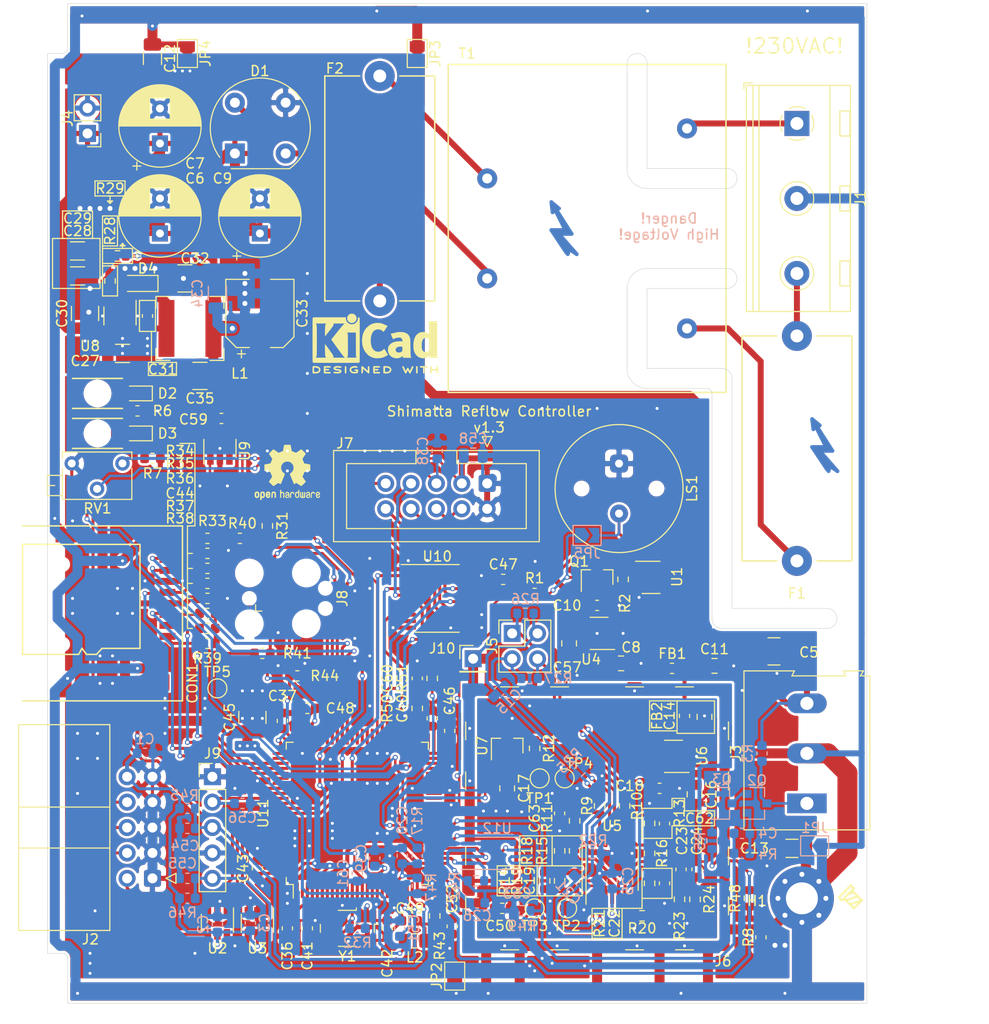
<source format=kicad_pcb>
(kicad_pcb (version 20171130) (host pcbnew 5.1.8)

  (general
    (thickness 1.6)
    (drawings 151)
    (tracks 1900)
    (zones 0)
    (modules 173)
    (nets 150)
  )

  (page A4)
  (layers
    (0 F.Cu signal)
    (31 B.Cu signal)
    (32 B.Adhes user)
    (33 F.Adhes user)
    (34 B.Paste user)
    (35 F.Paste user)
    (36 B.SilkS user)
    (37 F.SilkS user)
    (38 B.Mask user)
    (39 F.Mask user)
    (40 Dwgs.User user)
    (41 Cmts.User user)
    (42 Eco1.User user)
    (43 Eco2.User user)
    (44 Edge.Cuts user)
    (45 Margin user)
    (46 B.CrtYd user)
    (47 F.CrtYd user)
    (48 B.Fab user)
    (49 F.Fab user)
  )

  (setup
    (last_trace_width 0.6)
    (user_trace_width 0.3)
    (user_trace_width 0.4)
    (user_trace_width 0.6)
    (user_trace_width 1)
    (user_trace_width 2)
    (trace_clearance 0.2)
    (zone_clearance 0.25)
    (zone_45_only no)
    (trace_min 0.21)
    (via_size 0.5)
    (via_drill 0.3)
    (via_min_size 0.4)
    (via_min_drill 0.3)
    (user_via 0.9 0.5)
    (uvia_size 0.3)
    (uvia_drill 0.1)
    (uvias_allowed no)
    (uvia_min_size 0.2)
    (uvia_min_drill 0.1)
    (edge_width 0.05)
    (segment_width 0.2)
    (pcb_text_width 0.3)
    (pcb_text_size 1.5 1.5)
    (mod_edge_width 0.12)
    (mod_text_size 1 1)
    (mod_text_width 0.15)
    (pad_size 1.15 1.8)
    (pad_drill 0)
    (pad_to_mask_clearance 0.051)
    (solder_mask_min_width 0.25)
    (aux_axis_origin 13 13)
    (grid_origin 13 13)
    (visible_elements FFFFFF7F)
    (pcbplotparams
      (layerselection 0x010fc_ffffffff)
      (usegerberextensions true)
      (usegerberattributes false)
      (usegerberadvancedattributes false)
      (creategerberjobfile true)
      (excludeedgelayer true)
      (linewidth 0.100000)
      (plotframeref false)
      (viasonmask false)
      (mode 1)
      (useauxorigin false)
      (hpglpennumber 1)
      (hpglpenspeed 20)
      (hpglpendiameter 15.000000)
      (psnegative false)
      (psa4output false)
      (plotreference true)
      (plotvalue true)
      (plotinvisibletext false)
      (padsonsilk false)
      (subtractmaskfromsilk false)
      (outputformat 1)
      (mirror false)
      (drillshape 0)
      (scaleselection 1)
      (outputdirectory "gerber/"))
  )

  (net 0 "")
  (net 1 Earth)
  (net 2 GND)
  (net 3 +8V)
  (net 4 +3V3)
  (net 5 +5V)
  (net 6 /Controller/ENC1)
  (net 7 /Controller/ENC2)
  (net 8 /Controller/VREF)
  (net 9 /Controller/SW1)
  (net 10 /Frontend/FORCE+)
  (net 11 /Frontend/FORCE-)
  (net 12 /Frontend/SENS+)
  (net 13 /Frontend/SENS-)
  (net 14 /Controller/SDIO_D1)
  (net 15 /Controller/SDIO_D0)
  (net 16 /Controller/SDIO_CLK)
  (net 17 /Controller/SDIO_CMD)
  (net 18 /Controller/SDIO_D3)
  (net 19 /Controller/SDIO_D2)
  (net 20 /Controller/TEMP_IN)
  (net 21 /L_Trafo)
  (net 22 /L_IN)
  (net 23 /N_IN)
  (net 24 /DIGIO3)
  (net 25 /DIGIO2)
  (net 26 /DIGIO1)
  (net 27 /DIGIO0)
  (net 28 /Controller/SWDIO)
  (net 29 /Controller/SWCLK)
  (net 30 /Controller/PC_RX)
  (net 31 /Controller/PC_TX)
  (net 32 /Controller/~RST)
  (net 33 /Controller/LCD_VO)
  (net 34 /Controller/LCD_RS)
  (net 35 /Controller/LCD_EN)
  (net 36 /Controller/LCD_D3)
  (net 37 /Controller/LCD_D0)
  (net 38 /Controller/LCD_D2)
  (net 39 /Controller/LCD_D1)
  (net 40 /OUT0)
  (net 41 /OUT3)
  (net 42 /OUT2)
  (net 43 /OUT1)
  (net 44 /Controller/VDDA)
  (net 45 +5VL)
  (net 46 /Controller/CARD_DETECT)
  (net 47 +3.3VA)
  (net 48 /Frontend/VREF_OP)
  (net 49 /DIGIO0_PROT)
  (net 50 /DIGIO1_PROT)
  (net 51 /DIGIO2_PROT)
  (net 52 /DIGIO3_PROT)
  (net 53 "Net-(C4-Pad2)")
  (net 54 "Net-(C14-Pad1)")
  (net 55 "Net-(C19-Pad1)")
  (net 56 "Net-(C22-Pad2)")
  (net 57 "Net-(C22-Pad1)")
  (net 58 "Net-(C23-Pad1)")
  (net 59 "Net-(C31-Pad1)")
  (net 60 "Net-(C42-Pad1)")
  (net 61 "Net-(D1-Pad4)")
  (net 62 "Net-(D1-Pad2)")
  (net 63 "Net-(D2-Pad1)")
  (net 64 "Net-(D3-Pad1)")
  (net 65 "Net-(F2-Pad2)")
  (net 66 "Net-(J3-Pad1)")
  (net 67 "Net-(J8-Pad5)")
  (net 68 "Net-(J8-Pad6)")
  (net 69 "Net-(J8-Pad8)")
  (net 70 "Net-(Q2-Pad2)")
  (net 71 "Net-(Q3-Pad1)")
  (net 72 /Controller/SSR_SAFETY_ENABLE)
  (net 73 /Controller/E_~CS)
  (net 74 "Net-(U9-Pad3)")
  (net 75 /Controller/E_SCK)
  (net 76 /Controller/E_MISO)
  (net 77 /Controller/E_MOSI)
  (net 78 "Net-(Q1-Pad3)")
  (net 79 "Net-(U11-Pad1)")
  (net 80 "/Digital Power Supply/DCDC_SW")
  (net 81 /Controller/EXT_WTCHDG_TOGGL)
  (net 82 "Net-(C41-Pad1)")
  (net 83 "Net-(C46-Pad1)")
  (net 84 "Net-(C48-Pad1)")
  (net 85 "Net-(C52-Pad2)")
  (net 86 "Net-(R15-Pad1)")
  (net 87 "Net-(R20-Pad1)")
  (net 88 "Net-(R28-Pad1)")
  (net 89 "Net-(R31-Pad2)")
  (net 90 "Net-(U1-Pad1)")
  (net 91 "Net-(U6-Pad4)")
  (net 92 "Net-(U10-Pad17)")
  (net 93 "Net-(U10-Pad15)")
  (net 94 "Net-(U10-Pad9)")
  (net 95 "Net-(U10-Pad8)")
  (net 96 "Net-(U10-Pad7)")
  (net 97 "Net-(U10-Pad6)")
  (net 98 "Net-(U10-Pad4)")
  (net 99 "Net-(U10-Pad2)")
  (net 100 "Net-(U11-Pad2)")
  (net 101 "Net-(U11-Pad3)")
  (net 102 "Net-(U11-Pad4)")
  (net 103 "Net-(U11-Pad5)")
  (net 104 "Net-(U11-Pad7)")
  (net 105 "Net-(U11-Pad8)")
  (net 106 "Net-(U11-Pad9)")
  (net 107 "Net-(U11-Pad15)")
  (net 108 "Net-(U11-Pad16)")
  (net 109 "Net-(U11-Pad17)")
  (net 110 "Net-(U11-Pad18)")
  (net 111 "Net-(U11-Pad33)")
  (net 112 "Net-(U11-Pad38)")
  (net 113 "Net-(U11-Pad40)")
  (net 114 "Net-(U11-Pad41)")
  (net 115 "Net-(U11-Pad42)")
  (net 116 "Net-(U11-Pad43)")
  (net 117 "Net-(U11-Pad44)")
  (net 118 "Net-(U11-Pad45)")
  (net 119 "Net-(U11-Pad46)")
  (net 120 "Net-(U11-Pad47)")
  (net 121 "Net-(U11-Pad48)")
  (net 122 "Net-(U11-Pad51)")
  (net 123 "Net-(U11-Pad52)")
  (net 124 "Net-(U11-Pad53)")
  (net 125 "Net-(U11-Pad54)")
  (net 126 "Net-(U11-Pad60)")
  (net 127 "Net-(U11-Pad61)")
  (net 128 "Net-(U11-Pad62)")
  (net 129 "Net-(U11-Pad63)")
  (net 130 "Net-(U11-Pad64)")
  (net 131 "Net-(U11-Pad70)")
  (net 132 "Net-(U11-Pad71)")
  (net 133 "Net-(U11-Pad77)")
  (net 134 "Net-(U11-Pad81)")
  (net 135 "Net-(U11-Pad82)")
  (net 136 "Net-(U11-Pad84)")
  (net 137 "Net-(U11-Pad86)")
  (net 138 "Net-(U11-Pad95)")
  (net 139 "Net-(U11-Pad96)")
  (net 140 "Net-(U11-Pad97)")
  (net 141 "Net-(U11-Pad98)")
  (net 142 "Net-(C10-Pad2)")
  (net 143 "Net-(JP5-Pad2)")
  (net 144 "Net-(JP5-Pad1)")
  (net 145 "Net-(C60-Pad1)")
  (net 146 "Net-(C62-Pad2)")
  (net 147 "Net-(C62-Pad1)")
  (net 148 "Net-(C63-Pad2)")
  (net 149 "Net-(C63-Pad1)")

  (net_class Default "This is the default net class."
    (clearance 0.2)
    (trace_width 0.25)
    (via_dia 0.5)
    (via_drill 0.3)
    (uvia_dia 0.3)
    (uvia_drill 0.1)
    (diff_pair_width 0.3)
    (diff_pair_gap 0.25)
    (add_net +3.3VA)
    (add_net +3V3)
    (add_net +5V)
    (add_net +5VL)
    (add_net +8V)
    (add_net /Controller/CARD_DETECT)
    (add_net /Controller/ENC1)
    (add_net /Controller/ENC2)
    (add_net /Controller/EXT_WTCHDG_TOGGL)
    (add_net /Controller/E_MISO)
    (add_net /Controller/E_MOSI)
    (add_net /Controller/E_SCK)
    (add_net /Controller/E_~CS)
    (add_net /Controller/LCD_D0)
    (add_net /Controller/LCD_D1)
    (add_net /Controller/LCD_D2)
    (add_net /Controller/LCD_D3)
    (add_net /Controller/LCD_EN)
    (add_net /Controller/LCD_RS)
    (add_net /Controller/LCD_VO)
    (add_net /Controller/PC_RX)
    (add_net /Controller/PC_TX)
    (add_net /Controller/SDIO_CLK)
    (add_net /Controller/SDIO_CMD)
    (add_net /Controller/SDIO_D0)
    (add_net /Controller/SDIO_D1)
    (add_net /Controller/SDIO_D2)
    (add_net /Controller/SDIO_D3)
    (add_net /Controller/SSR_SAFETY_ENABLE)
    (add_net /Controller/SW1)
    (add_net /Controller/SWCLK)
    (add_net /Controller/SWDIO)
    (add_net /Controller/TEMP_IN)
    (add_net /Controller/VDDA)
    (add_net /Controller/VREF)
    (add_net /Controller/~RST)
    (add_net /DIGIO0)
    (add_net /DIGIO0_PROT)
    (add_net /DIGIO1)
    (add_net /DIGIO1_PROT)
    (add_net /DIGIO2)
    (add_net /DIGIO2_PROT)
    (add_net /DIGIO3)
    (add_net /DIGIO3_PROT)
    (add_net "/Digital Power Supply/DCDC_SW")
    (add_net /Frontend/FORCE+)
    (add_net /Frontend/FORCE-)
    (add_net /Frontend/SENS+)
    (add_net /Frontend/SENS-)
    (add_net /Frontend/VREF_OP)
    (add_net /OUT0)
    (add_net /OUT1)
    (add_net /OUT2)
    (add_net /OUT3)
    (add_net Earth)
    (add_net GND)
    (add_net "Net-(C10-Pad2)")
    (add_net "Net-(C14-Pad1)")
    (add_net "Net-(C19-Pad1)")
    (add_net "Net-(C22-Pad1)")
    (add_net "Net-(C22-Pad2)")
    (add_net "Net-(C23-Pad1)")
    (add_net "Net-(C31-Pad1)")
    (add_net "Net-(C4-Pad2)")
    (add_net "Net-(C41-Pad1)")
    (add_net "Net-(C42-Pad1)")
    (add_net "Net-(C46-Pad1)")
    (add_net "Net-(C48-Pad1)")
    (add_net "Net-(C52-Pad2)")
    (add_net "Net-(C60-Pad1)")
    (add_net "Net-(C62-Pad1)")
    (add_net "Net-(C62-Pad2)")
    (add_net "Net-(C63-Pad1)")
    (add_net "Net-(C63-Pad2)")
    (add_net "Net-(D1-Pad2)")
    (add_net "Net-(D1-Pad4)")
    (add_net "Net-(D2-Pad1)")
    (add_net "Net-(D3-Pad1)")
    (add_net "Net-(F2-Pad2)")
    (add_net "Net-(J3-Pad1)")
    (add_net "Net-(J8-Pad5)")
    (add_net "Net-(J8-Pad6)")
    (add_net "Net-(J8-Pad8)")
    (add_net "Net-(JP5-Pad1)")
    (add_net "Net-(JP5-Pad2)")
    (add_net "Net-(Q1-Pad3)")
    (add_net "Net-(Q2-Pad2)")
    (add_net "Net-(Q3-Pad1)")
    (add_net "Net-(R15-Pad1)")
    (add_net "Net-(R20-Pad1)")
    (add_net "Net-(R28-Pad1)")
    (add_net "Net-(R31-Pad2)")
    (add_net "Net-(U1-Pad1)")
    (add_net "Net-(U10-Pad15)")
    (add_net "Net-(U10-Pad17)")
    (add_net "Net-(U10-Pad2)")
    (add_net "Net-(U10-Pad4)")
    (add_net "Net-(U10-Pad6)")
    (add_net "Net-(U10-Pad7)")
    (add_net "Net-(U10-Pad8)")
    (add_net "Net-(U10-Pad9)")
    (add_net "Net-(U11-Pad1)")
    (add_net "Net-(U11-Pad15)")
    (add_net "Net-(U11-Pad16)")
    (add_net "Net-(U11-Pad17)")
    (add_net "Net-(U11-Pad18)")
    (add_net "Net-(U11-Pad2)")
    (add_net "Net-(U11-Pad3)")
    (add_net "Net-(U11-Pad33)")
    (add_net "Net-(U11-Pad38)")
    (add_net "Net-(U11-Pad4)")
    (add_net "Net-(U11-Pad40)")
    (add_net "Net-(U11-Pad41)")
    (add_net "Net-(U11-Pad42)")
    (add_net "Net-(U11-Pad43)")
    (add_net "Net-(U11-Pad44)")
    (add_net "Net-(U11-Pad45)")
    (add_net "Net-(U11-Pad46)")
    (add_net "Net-(U11-Pad47)")
    (add_net "Net-(U11-Pad48)")
    (add_net "Net-(U11-Pad5)")
    (add_net "Net-(U11-Pad51)")
    (add_net "Net-(U11-Pad52)")
    (add_net "Net-(U11-Pad53)")
    (add_net "Net-(U11-Pad54)")
    (add_net "Net-(U11-Pad60)")
    (add_net "Net-(U11-Pad61)")
    (add_net "Net-(U11-Pad62)")
    (add_net "Net-(U11-Pad63)")
    (add_net "Net-(U11-Pad64)")
    (add_net "Net-(U11-Pad7)")
    (add_net "Net-(U11-Pad70)")
    (add_net "Net-(U11-Pad71)")
    (add_net "Net-(U11-Pad77)")
    (add_net "Net-(U11-Pad8)")
    (add_net "Net-(U11-Pad81)")
    (add_net "Net-(U11-Pad82)")
    (add_net "Net-(U11-Pad84)")
    (add_net "Net-(U11-Pad86)")
    (add_net "Net-(U11-Pad9)")
    (add_net "Net-(U11-Pad95)")
    (add_net "Net-(U11-Pad96)")
    (add_net "Net-(U11-Pad97)")
    (add_net "Net-(U11-Pad98)")
    (add_net "Net-(U6-Pad4)")
    (add_net "Net-(U9-Pad3)")
  )

  (net_class HV ""
    (clearance 2.55)
    (trace_width 1)
    (via_dia 0.5)
    (via_drill 0.3)
    (uvia_dia 0.3)
    (uvia_drill 0.1)
    (diff_pair_width 0.21)
    (diff_pair_gap 0.25)
    (add_net /L_IN)
    (add_net /L_Trafo)
    (add_net /N_IN)
  )

  (module Capacitor_SMD:C_0603_1608Metric (layer F.Cu) (tedit 5F68FEEE) (tstamp 5FD64B98)
    (at 67.25 94 270)
    (descr "Capacitor SMD 0603 (1608 Metric), square (rectangular) end terminal, IPC_7351 nominal, (Body size source: IPC-SM-782 page 76, https://www.pcb-3d.com/wordpress/wp-content/uploads/ipc-sm-782a_amendment_1_and_2.pdf), generated with kicad-footprint-generator")
    (tags capacitor)
    (path /5D8C5188/5FE2133C)
    (attr smd)
    (fp_text reference C63 (at 0.5 2.5 90) (layer F.SilkS)
      (effects (font (size 1 1) (thickness 0.15)))
    )
    (fp_text value DNP (at 0 1.43 90) (layer F.Fab)
      (effects (font (size 1 1) (thickness 0.15)))
    )
    (fp_line (start -0.8 0.4) (end -0.8 -0.4) (layer F.Fab) (width 0.1))
    (fp_line (start -0.8 -0.4) (end 0.8 -0.4) (layer F.Fab) (width 0.1))
    (fp_line (start 0.8 -0.4) (end 0.8 0.4) (layer F.Fab) (width 0.1))
    (fp_line (start 0.8 0.4) (end -0.8 0.4) (layer F.Fab) (width 0.1))
    (fp_line (start -0.14058 -0.51) (end 0.14058 -0.51) (layer F.SilkS) (width 0.12))
    (fp_line (start -0.14058 0.51) (end 0.14058 0.51) (layer F.SilkS) (width 0.12))
    (fp_line (start -1.48 0.73) (end -1.48 -0.73) (layer F.CrtYd) (width 0.05))
    (fp_line (start -1.48 -0.73) (end 1.48 -0.73) (layer F.CrtYd) (width 0.05))
    (fp_line (start 1.48 -0.73) (end 1.48 0.73) (layer F.CrtYd) (width 0.05))
    (fp_line (start 1.48 0.73) (end -1.48 0.73) (layer F.CrtYd) (width 0.05))
    (fp_text user %R (at 0 0 90) (layer F.Fab)
      (effects (font (size 0.4 0.4) (thickness 0.06)))
    )
    (pad 2 smd roundrect (at 0.775 0 270) (size 0.9 0.95) (layers F.Cu F.Paste F.Mask) (roundrect_rratio 0.25)
      (net 148 "Net-(C63-Pad2)"))
    (pad 1 smd roundrect (at -0.775 0 270) (size 0.9 0.95) (layers F.Cu F.Paste F.Mask) (roundrect_rratio 0.25)
      (net 149 "Net-(C63-Pad1)"))
    (model ${KISYS3DMOD}/Capacitor_SMD.3dshapes/C_0603_1608Metric.wrl
      (at (xyz 0 0 0))
      (scale (xyz 1 1 1))
      (rotate (xyz 0 0 0))
    )
  )

  (module Capacitor_SMD:C_0603_1608Metric (layer F.Cu) (tedit 5F68FEEE) (tstamp 5FD64B87)
    (at 77.75 95.025 270)
    (descr "Capacitor SMD 0603 (1608 Metric), square (rectangular) end terminal, IPC_7351 nominal, (Body size source: IPC-SM-782 page 76, https://www.pcb-3d.com/wordpress/wp-content/uploads/ipc-sm-782a_amendment_1_and_2.pdf), generated with kicad-footprint-generator")
    (tags capacitor)
    (path /5D8C5188/5FE331AE)
    (attr smd)
    (fp_text reference C62 (at -0.525 -3.5 180) (layer F.SilkS)
      (effects (font (size 1 1) (thickness 0.15)))
    )
    (fp_text value DNP (at 0 1.43 90) (layer F.Fab)
      (effects (font (size 1 1) (thickness 0.15)))
    )
    (fp_line (start -0.8 0.4) (end -0.8 -0.4) (layer F.Fab) (width 0.1))
    (fp_line (start -0.8 -0.4) (end 0.8 -0.4) (layer F.Fab) (width 0.1))
    (fp_line (start 0.8 -0.4) (end 0.8 0.4) (layer F.Fab) (width 0.1))
    (fp_line (start 0.8 0.4) (end -0.8 0.4) (layer F.Fab) (width 0.1))
    (fp_line (start -0.14058 -0.51) (end 0.14058 -0.51) (layer F.SilkS) (width 0.12))
    (fp_line (start -0.14058 0.51) (end 0.14058 0.51) (layer F.SilkS) (width 0.12))
    (fp_line (start -1.48 0.73) (end -1.48 -0.73) (layer F.CrtYd) (width 0.05))
    (fp_line (start -1.48 -0.73) (end 1.48 -0.73) (layer F.CrtYd) (width 0.05))
    (fp_line (start 1.48 -0.73) (end 1.48 0.73) (layer F.CrtYd) (width 0.05))
    (fp_line (start 1.48 0.73) (end -1.48 0.73) (layer F.CrtYd) (width 0.05))
    (fp_text user %R (at 0 0 90) (layer F.Fab)
      (effects (font (size 0.4 0.4) (thickness 0.06)))
    )
    (pad 2 smd roundrect (at 0.775 0 270) (size 0.9 0.95) (layers F.Cu F.Paste F.Mask) (roundrect_rratio 0.25)
      (net 146 "Net-(C62-Pad2)"))
    (pad 1 smd roundrect (at -0.775 0 270) (size 0.9 0.95) (layers F.Cu F.Paste F.Mask) (roundrect_rratio 0.25)
      (net 147 "Net-(C62-Pad1)"))
    (model ${KISYS3DMOD}/Capacitor_SMD.3dshapes/C_0603_1608Metric.wrl
      (at (xyz 0 0 0))
      (scale (xyz 1 1 1))
      (rotate (xyz 0 0 0))
    )
  )

  (module Capacitor_SMD:C_0603_1608Metric (layer B.Cu) (tedit 5F68FEEE) (tstamp 5FD2F3FD)
    (at 47 100 270)
    (descr "Capacitor SMD 0603 (1608 Metric), square (rectangular) end terminal, IPC_7351 nominal, (Body size source: IPC-SM-782 page 76, https://www.pcb-3d.com/wordpress/wp-content/uploads/ipc-sm-782a_amendment_1_and_2.pdf), generated with kicad-footprint-generator")
    (tags capacitor)
    (path /5D77EC9D/5FD72F9A)
    (attr smd)
    (fp_text reference C61 (at 0 1.43 90) (layer B.SilkS)
      (effects (font (size 1 1) (thickness 0.15)) (justify mirror))
    )
    (fp_text value 100n (at 0 -1.43 90) (layer B.Fab)
      (effects (font (size 1 1) (thickness 0.15)) (justify mirror))
    )
    (fp_line (start -0.8 -0.4) (end -0.8 0.4) (layer B.Fab) (width 0.1))
    (fp_line (start -0.8 0.4) (end 0.8 0.4) (layer B.Fab) (width 0.1))
    (fp_line (start 0.8 0.4) (end 0.8 -0.4) (layer B.Fab) (width 0.1))
    (fp_line (start 0.8 -0.4) (end -0.8 -0.4) (layer B.Fab) (width 0.1))
    (fp_line (start -0.14058 0.51) (end 0.14058 0.51) (layer B.SilkS) (width 0.12))
    (fp_line (start -0.14058 -0.51) (end 0.14058 -0.51) (layer B.SilkS) (width 0.12))
    (fp_line (start -1.48 -0.73) (end -1.48 0.73) (layer B.CrtYd) (width 0.05))
    (fp_line (start -1.48 0.73) (end 1.48 0.73) (layer B.CrtYd) (width 0.05))
    (fp_line (start 1.48 0.73) (end 1.48 -0.73) (layer B.CrtYd) (width 0.05))
    (fp_line (start 1.48 -0.73) (end -1.48 -0.73) (layer B.CrtYd) (width 0.05))
    (fp_text user %R (at 0 0 90) (layer B.Fab)
      (effects (font (size 0.4 0.4) (thickness 0.06)) (justify mirror))
    )
    (pad 2 smd roundrect (at 0.775 0 270) (size 0.9 0.95) (layers B.Cu B.Paste B.Mask) (roundrect_rratio 0.25)
      (net 2 GND))
    (pad 1 smd roundrect (at -0.775 0 270) (size 0.9 0.95) (layers B.Cu B.Paste B.Mask) (roundrect_rratio 0.25)
      (net 4 +3V3))
    (model ${KISYS3DMOD}/Capacitor_SMD.3dshapes/C_0603_1608Metric.wrl
      (at (xyz 0 0 0))
      (scale (xyz 1 1 1))
      (rotate (xyz 0 0 0))
    )
  )

  (module shimatta_buzzer:PKM13EPYH4002-B0 (layer F.Cu) (tedit 5FCFC26C) (tstamp 5FCC3E58)
    (at 73.198 61.514 270)
    (tags buzzer,piezo)
    (path /5D891662)
    (fp_text reference LS1 (at 0 -7.3 90) (layer F.SilkS)
      (effects (font (size 1 1) (thickness 0.15)))
    )
    (fp_text value Buzzer (at 0 0 180) (layer F.Fab)
      (effects (font (size 1 1) (thickness 0.15)))
    )
    (fp_circle (center 0 0) (end 6.5 0) (layer F.Fab) (width 0.12))
    (fp_circle (center 0 0) (end 6.5 0) (layer F.CrtYd) (width 0.12))
    (fp_circle (center 0 0) (end 6.4 0) (layer F.SilkS) (width 0.12))
    (pad "" np_thru_hole circle (at 0 -3.75 270) (size 1.1 1.1) (drill 1.1) (layers *.Cu *.Mask))
    (pad "" np_thru_hole circle (at 0 3.75 270) (size 1.1 1.1) (drill 1.1) (layers *.Cu *.Mask))
    (pad 2 thru_hole circle (at 2.5 0 270) (size 1.8 1.8) (drill 0.8) (layers *.Cu *.Mask)
      (net 143 "Net-(JP5-Pad2)"))
    (pad 1 thru_hole roundrect (at -2.5 0 270) (size 1.8 1.8) (drill 0.8) (layers *.Cu *.Mask) (roundrect_rratio 0.25)
      (net 2 GND))
    (model ${KISYS3DMOD}/buzzer.shapes3d/PKM13EPYH4002-B0.wrl
      (at (xyz 0 0 0))
      (scale (xyz 0.3937 0.3937 0.3937))
      (rotate (xyz 0 0 0))
    )
  )

  (module Resistor_SMD:R_0603_1608Metric (layer F.Cu) (tedit 5F68FEEE) (tstamp 5FCDB62B)
    (at 54.5 80.5 270)
    (descr "Resistor SMD 0603 (1608 Metric), square (rectangular) end terminal, IPC_7351 nominal, (Body size source: IPC-SM-782 page 72, https://www.pcb-3d.com/wordpress/wp-content/uploads/ipc-sm-782a_amendment_1_and_2.pdf), generated with kicad-footprint-generator")
    (tags resistor)
    (path /5D77EC9D/5FD62ABC)
    (attr smd)
    (fp_text reference R51 (at 0 3 90) (layer F.SilkS)
      (effects (font (size 1 1) (thickness 0.15)))
    )
    (fp_text value 10k (at -2.25 0 90) (layer F.Fab)
      (effects (font (size 1 1) (thickness 0.15)))
    )
    (fp_line (start 1.48 0.73) (end -1.48 0.73) (layer F.CrtYd) (width 0.05))
    (fp_line (start 1.48 -0.73) (end 1.48 0.73) (layer F.CrtYd) (width 0.05))
    (fp_line (start -1.48 -0.73) (end 1.48 -0.73) (layer F.CrtYd) (width 0.05))
    (fp_line (start -1.48 0.73) (end -1.48 -0.73) (layer F.CrtYd) (width 0.05))
    (fp_line (start -0.237258 0.5225) (end 0.237258 0.5225) (layer F.SilkS) (width 0.12))
    (fp_line (start -0.237258 -0.5225) (end 0.237258 -0.5225) (layer F.SilkS) (width 0.12))
    (fp_line (start 0.8 0.4125) (end -0.8 0.4125) (layer F.Fab) (width 0.1))
    (fp_line (start 0.8 -0.4125) (end 0.8 0.4125) (layer F.Fab) (width 0.1))
    (fp_line (start -0.8 -0.4125) (end 0.8 -0.4125) (layer F.Fab) (width 0.1))
    (fp_line (start -0.8 0.4125) (end -0.8 -0.4125) (layer F.Fab) (width 0.1))
    (fp_text user %R (at 0 0 90) (layer F.Fab)
      (effects (font (size 0.4 0.4) (thickness 0.06)))
    )
    (pad 2 smd roundrect (at 0.825 0 270) (size 0.8 0.95) (layers F.Cu F.Paste F.Mask) (roundrect_rratio 0.25)
      (net 145 "Net-(C60-Pad1)"))
    (pad 1 smd roundrect (at -0.825 0 270) (size 0.8 0.95) (layers F.Cu F.Paste F.Mask) (roundrect_rratio 0.25)
      (net 2 GND))
    (model ${KISYS3DMOD}/Resistor_SMD.3dshapes/R_0603_1608Metric.wrl
      (at (xyz 0 0 0))
      (scale (xyz 1 1 1))
      (rotate (xyz 0 0 0))
    )
  )

  (module Resistor_SMD:R_0603_1608Metric (layer F.Cu) (tedit 5F68FEEE) (tstamp 5FCDB61A)
    (at 53 83.5 270)
    (descr "Resistor SMD 0603 (1608 Metric), square (rectangular) end terminal, IPC_7351 nominal, (Body size source: IPC-SM-782 page 72, https://www.pcb-3d.com/wordpress/wp-content/uploads/ipc-sm-782a_amendment_1_and_2.pdf), generated with kicad-footprint-generator")
    (tags resistor)
    (path /5D77EC9D/5FD5CEDB)
    (attr smd)
    (fp_text reference R50 (at 0 3 90) (layer F.SilkS)
      (effects (font (size 1 1) (thickness 0.15)))
    )
    (fp_text value 10k (at 0 1.43 90) (layer F.Fab)
      (effects (font (size 1 1) (thickness 0.15)))
    )
    (fp_line (start 1.48 0.73) (end -1.48 0.73) (layer F.CrtYd) (width 0.05))
    (fp_line (start 1.48 -0.73) (end 1.48 0.73) (layer F.CrtYd) (width 0.05))
    (fp_line (start -1.48 -0.73) (end 1.48 -0.73) (layer F.CrtYd) (width 0.05))
    (fp_line (start -1.48 0.73) (end -1.48 -0.73) (layer F.CrtYd) (width 0.05))
    (fp_line (start -0.237258 0.5225) (end 0.237258 0.5225) (layer F.SilkS) (width 0.12))
    (fp_line (start -0.237258 -0.5225) (end 0.237258 -0.5225) (layer F.SilkS) (width 0.12))
    (fp_line (start 0.8 0.4125) (end -0.8 0.4125) (layer F.Fab) (width 0.1))
    (fp_line (start 0.8 -0.4125) (end 0.8 0.4125) (layer F.Fab) (width 0.1))
    (fp_line (start -0.8 -0.4125) (end 0.8 -0.4125) (layer F.Fab) (width 0.1))
    (fp_line (start -0.8 0.4125) (end -0.8 -0.4125) (layer F.Fab) (width 0.1))
    (fp_text user %R (at 0 0 90) (layer F.Fab)
      (effects (font (size 0.4 0.4) (thickness 0.06)))
    )
    (pad 2 smd roundrect (at 0.825 0 270) (size 0.8 0.95) (layers F.Cu F.Paste F.Mask) (roundrect_rratio 0.25)
      (net 4 +3V3))
    (pad 1 smd roundrect (at -0.825 0 270) (size 0.8 0.95) (layers F.Cu F.Paste F.Mask) (roundrect_rratio 0.25)
      (net 145 "Net-(C60-Pad1)"))
    (model ${KISYS3DMOD}/Resistor_SMD.3dshapes/R_0603_1608Metric.wrl
      (at (xyz 0 0 0))
      (scale (xyz 1 1 1))
      (rotate (xyz 0 0 0))
    )
  )

  (module Capacitor_SMD:C_0603_1608Metric (layer F.Cu) (tedit 5F68FEEE) (tstamp 5FCDA8B7)
    (at 53 80.5 90)
    (descr "Capacitor SMD 0603 (1608 Metric), square (rectangular) end terminal, IPC_7351 nominal, (Body size source: IPC-SM-782 page 76, https://www.pcb-3d.com/wordpress/wp-content/uploads/ipc-sm-782a_amendment_1_and_2.pdf), generated with kicad-footprint-generator")
    (tags capacitor)
    (path /5D77EC9D/5FE39FAF)
    (attr smd)
    (fp_text reference C60 (at 0 -3 90) (layer F.SilkS)
      (effects (font (size 1 1) (thickness 0.15)))
    )
    (fp_text value 100n (at 2.75 0 90) (layer F.Fab)
      (effects (font (size 1 1) (thickness 0.15)))
    )
    (fp_line (start 1.48 0.73) (end -1.48 0.73) (layer F.CrtYd) (width 0.05))
    (fp_line (start 1.48 -0.73) (end 1.48 0.73) (layer F.CrtYd) (width 0.05))
    (fp_line (start -1.48 -0.73) (end 1.48 -0.73) (layer F.CrtYd) (width 0.05))
    (fp_line (start -1.48 0.73) (end -1.48 -0.73) (layer F.CrtYd) (width 0.05))
    (fp_line (start -0.14058 0.51) (end 0.14058 0.51) (layer F.SilkS) (width 0.12))
    (fp_line (start -0.14058 -0.51) (end 0.14058 -0.51) (layer F.SilkS) (width 0.12))
    (fp_line (start 0.8 0.4) (end -0.8 0.4) (layer F.Fab) (width 0.1))
    (fp_line (start 0.8 -0.4) (end 0.8 0.4) (layer F.Fab) (width 0.1))
    (fp_line (start -0.8 -0.4) (end 0.8 -0.4) (layer F.Fab) (width 0.1))
    (fp_line (start -0.8 0.4) (end -0.8 -0.4) (layer F.Fab) (width 0.1))
    (fp_text user %R (at 0 0 90) (layer F.Fab)
      (effects (font (size 0.4 0.4) (thickness 0.06)))
    )
    (pad 2 smd roundrect (at 0.775 0 90) (size 0.9 0.95) (layers F.Cu F.Paste F.Mask) (roundrect_rratio 0.25)
      (net 2 GND))
    (pad 1 smd roundrect (at -0.775 0 90) (size 0.9 0.95) (layers F.Cu F.Paste F.Mask) (roundrect_rratio 0.25)
      (net 145 "Net-(C60-Pad1)"))
    (model ${KISYS3DMOD}/Capacitor_SMD.3dshapes/C_0603_1608Metric.wrl
      (at (xyz 0 0 0))
      (scale (xyz 1 1 1))
      (rotate (xyz 0 0 0))
    )
  )

  (module Jumper:SolderJumper-2_P1.3mm_Open_TrianglePad1.0x1.5mm (layer B.Cu) (tedit 5A64794F) (tstamp 5FCF9810)
    (at 70 66.2)
    (descr "SMD Solder Jumper, 1x1.5mm Triangular Pads, 0.3mm gap, open")
    (tags "solder jumper open")
    (path /600F11A8)
    (attr virtual)
    (fp_text reference JP5 (at 0 1.8) (layer B.SilkS)
      (effects (font (size 1 1) (thickness 0.15)) (justify mirror))
    )
    (fp_text value DNP (at 0 -1.9) (layer B.Fab)
      (effects (font (size 1 1) (thickness 0.15)) (justify mirror))
    )
    (fp_line (start 1.65 -1.25) (end -1.65 -1.25) (layer B.CrtYd) (width 0.05))
    (fp_line (start 1.65 -1.25) (end 1.65 1.25) (layer B.CrtYd) (width 0.05))
    (fp_line (start -1.65 1.25) (end -1.65 -1.25) (layer B.CrtYd) (width 0.05))
    (fp_line (start -1.65 1.25) (end 1.65 1.25) (layer B.CrtYd) (width 0.05))
    (fp_line (start -1.4 1) (end 1.4 1) (layer B.SilkS) (width 0.12))
    (fp_line (start 1.4 1) (end 1.4 -1) (layer B.SilkS) (width 0.12))
    (fp_line (start 1.4 -1) (end -1.4 -1) (layer B.SilkS) (width 0.12))
    (fp_line (start -1.4 -1) (end -1.4 1) (layer B.SilkS) (width 0.12))
    (pad 1 smd custom (at -0.725 0) (size 0.3 0.3) (layers B.Cu B.Mask)
      (net 144 "Net-(JP5-Pad1)") (zone_connect 2)
      (options (clearance outline) (anchor rect))
      (primitives
        (gr_poly (pts
           (xy -0.5 0.75) (xy 0.5 0.75) (xy 1 0) (xy 0.5 -0.75) (xy -0.5 -0.75)
) (width 0))
      ))
    (pad 2 smd custom (at 0.725 0) (size 0.3 0.3) (layers B.Cu B.Mask)
      (net 143 "Net-(JP5-Pad2)") (zone_connect 2)
      (options (clearance outline) (anchor rect))
      (primitives
        (gr_poly (pts
           (xy -0.65 0.75) (xy 0.5 0.75) (xy 0.5 -0.75) (xy -0.65 -0.75) (xy -0.15 0)
) (width 0))
      ))
  )

  (module Capacitor_SMD:C_0603_1608Metric (layer F.Cu) (tedit 5F68FEEE) (tstamp 5FCF2BEC)
    (at 33.4 54.5)
    (descr "Capacitor SMD 0603 (1608 Metric), square (rectangular) end terminal, IPC_7351 nominal, (Body size source: IPC-SM-782 page 76, https://www.pcb-3d.com/wordpress/wp-content/uploads/ipc-sm-782a_amendment_1_and_2.pdf), generated with kicad-footprint-generator")
    (tags capacitor)
    (path /5D77EC9D/5FFAEEF2)
    (attr smd)
    (fp_text reference C59 (at -2.8 0.1) (layer F.SilkS)
      (effects (font (size 1 1) (thickness 0.15)))
    )
    (fp_text value 100n (at -0.15 1.25) (layer F.Fab)
      (effects (font (size 1 1) (thickness 0.15)))
    )
    (fp_line (start 1.48 0.73) (end -1.48 0.73) (layer F.CrtYd) (width 0.05))
    (fp_line (start 1.48 -0.73) (end 1.48 0.73) (layer F.CrtYd) (width 0.05))
    (fp_line (start -1.48 -0.73) (end 1.48 -0.73) (layer F.CrtYd) (width 0.05))
    (fp_line (start -1.48 0.73) (end -1.48 -0.73) (layer F.CrtYd) (width 0.05))
    (fp_line (start -0.14058 0.51) (end 0.14058 0.51) (layer F.SilkS) (width 0.12))
    (fp_line (start -0.14058 -0.51) (end 0.14058 -0.51) (layer F.SilkS) (width 0.12))
    (fp_line (start 0.8 0.4) (end -0.8 0.4) (layer F.Fab) (width 0.1))
    (fp_line (start 0.8 -0.4) (end 0.8 0.4) (layer F.Fab) (width 0.1))
    (fp_line (start -0.8 -0.4) (end 0.8 -0.4) (layer F.Fab) (width 0.1))
    (fp_line (start -0.8 0.4) (end -0.8 -0.4) (layer F.Fab) (width 0.1))
    (fp_text user %R (at 0 0) (layer F.Fab)
      (effects (font (size 0.4 0.4) (thickness 0.06)))
    )
    (pad 2 smd roundrect (at 0.775 0) (size 0.9 0.95) (layers F.Cu F.Paste F.Mask) (roundrect_rratio 0.25)
      (net 2 GND))
    (pad 1 smd roundrect (at -0.775 0) (size 0.9 0.95) (layers F.Cu F.Paste F.Mask) (roundrect_rratio 0.25)
      (net 4 +3V3))
    (model ${KISYS3DMOD}/Capacitor_SMD.3dshapes/C_0603_1608Metric.wrl
      (at (xyz 0 0 0))
      (scale (xyz 1 1 1))
      (rotate (xyz 0 0 0))
    )
  )

  (module Capacitor_SMD:C_0805_2012Metric (layer B.Cu) (tedit 5F68FEEE) (tstamp 5FCEA5B5)
    (at 58.6 58.2 180)
    (descr "Capacitor SMD 0805 (2012 Metric), square (rectangular) end terminal, IPC_7351 nominal, (Body size source: IPC-SM-782 page 76, https://www.pcb-3d.com/wordpress/wp-content/uploads/ipc-sm-782a_amendment_1_and_2.pdf, https://docs.google.com/spreadsheets/d/1BsfQQcO9C6DZCsRaXUlFlo91Tg2WpOkGARC1WS5S8t0/edit?usp=sharing), generated with kicad-footprint-generator")
    (tags capacitor)
    (path /5D77EC9D/5FEFE3CF)
    (attr smd)
    (fp_text reference C58 (at 0 1.68) (layer B.SilkS)
      (effects (font (size 1 1) (thickness 0.15)) (justify mirror))
    )
    (fp_text value 1u (at 0 -1.68) (layer B.Fab)
      (effects (font (size 1 1) (thickness 0.15)) (justify mirror))
    )
    (fp_line (start 1.7 -0.98) (end -1.7 -0.98) (layer B.CrtYd) (width 0.05))
    (fp_line (start 1.7 0.98) (end 1.7 -0.98) (layer B.CrtYd) (width 0.05))
    (fp_line (start -1.7 0.98) (end 1.7 0.98) (layer B.CrtYd) (width 0.05))
    (fp_line (start -1.7 -0.98) (end -1.7 0.98) (layer B.CrtYd) (width 0.05))
    (fp_line (start -0.261252 -0.735) (end 0.261252 -0.735) (layer B.SilkS) (width 0.12))
    (fp_line (start -0.261252 0.735) (end 0.261252 0.735) (layer B.SilkS) (width 0.12))
    (fp_line (start 1 -0.625) (end -1 -0.625) (layer B.Fab) (width 0.1))
    (fp_line (start 1 0.625) (end 1 -0.625) (layer B.Fab) (width 0.1))
    (fp_line (start -1 0.625) (end 1 0.625) (layer B.Fab) (width 0.1))
    (fp_line (start -1 -0.625) (end -1 0.625) (layer B.Fab) (width 0.1))
    (fp_text user %R (at 0 0) (layer B.Fab)
      (effects (font (size 0.5 0.5) (thickness 0.08)) (justify mirror))
    )
    (pad 2 smd roundrect (at 0.95 0 180) (size 1 1.45) (layers B.Cu B.Paste B.Mask) (roundrect_rratio 0.25)
      (net 45 +5VL))
    (pad 1 smd roundrect (at -0.95 0 180) (size 1 1.45) (layers B.Cu B.Paste B.Mask) (roundrect_rratio 0.25)
      (net 2 GND))
    (model ${KISYS3DMOD}/Capacitor_SMD.3dshapes/C_0805_2012Metric.wrl
      (at (xyz 0 0 0))
      (scale (xyz 1 1 1))
      (rotate (xyz 0 0 0))
    )
  )

  (module Capacitor_SMD:C_0805_2012Metric (layer F.Cu) (tedit 5F68FEEE) (tstamp 5FCE5B90)
    (at 73.4 79)
    (descr "Capacitor SMD 0805 (2012 Metric), square (rectangular) end terminal, IPC_7351 nominal, (Body size source: IPC-SM-782 page 76, https://www.pcb-3d.com/wordpress/wp-content/uploads/ipc-sm-782a_amendment_1_and_2.pdf, https://docs.google.com/spreadsheets/d/1BsfQQcO9C6DZCsRaXUlFlo91Tg2WpOkGARC1WS5S8t0/edit?usp=sharing), generated with kicad-footprint-generator")
    (tags capacitor)
    (path /5D992429)
    (attr smd)
    (fp_text reference C8 (at 1 -1.6) (layer F.SilkS)
      (effects (font (size 1 1) (thickness 0.15)))
    )
    (fp_text value 100n (at 0 1.68) (layer F.Fab)
      (effects (font (size 1 1) (thickness 0.15)))
    )
    (fp_line (start 1.7 0.98) (end -1.7 0.98) (layer F.CrtYd) (width 0.05))
    (fp_line (start 1.7 -0.98) (end 1.7 0.98) (layer F.CrtYd) (width 0.05))
    (fp_line (start -1.7 -0.98) (end 1.7 -0.98) (layer F.CrtYd) (width 0.05))
    (fp_line (start -1.7 0.98) (end -1.7 -0.98) (layer F.CrtYd) (width 0.05))
    (fp_line (start -0.261252 0.735) (end 0.261252 0.735) (layer F.SilkS) (width 0.12))
    (fp_line (start -0.261252 -0.735) (end 0.261252 -0.735) (layer F.SilkS) (width 0.12))
    (fp_line (start 1 0.625) (end -1 0.625) (layer F.Fab) (width 0.1))
    (fp_line (start 1 -0.625) (end 1 0.625) (layer F.Fab) (width 0.1))
    (fp_line (start -1 -0.625) (end 1 -0.625) (layer F.Fab) (width 0.1))
    (fp_line (start -1 0.625) (end -1 -0.625) (layer F.Fab) (width 0.1))
    (fp_text user %R (at 0 0) (layer F.Fab)
      (effects (font (size 0.5 0.5) (thickness 0.08)))
    )
    (pad 2 smd roundrect (at 0.95 0) (size 1 1.45) (layers F.Cu F.Paste F.Mask) (roundrect_rratio 0.25)
      (net 2 GND))
    (pad 1 smd roundrect (at -0.95 0) (size 1 1.45) (layers F.Cu F.Paste F.Mask) (roundrect_rratio 0.25)
      (net 3 +8V))
    (model ${KISYS3DMOD}/Capacitor_SMD.3dshapes/C_0805_2012Metric.wrl
      (at (xyz 0 0 0))
      (scale (xyz 1 1 1))
      (rotate (xyz 0 0 0))
    )
  )

  (module Package_TO_SOT_SMD:SOT-23-5 (layer F.Cu) (tedit 5A02FF57) (tstamp 5FCDC79F)
    (at 71.2 76 180)
    (descr "5-pin SOT23 package")
    (tags SOT-23-5)
    (path /5FD96B77)
    (attr smd)
    (fp_text reference U4 (at 0.8 -2.6) (layer F.SilkS)
      (effects (font (size 1 1) (thickness 0.15)))
    )
    (fp_text value LP2985-5.0 (at -5.55 0) (layer F.Fab)
      (effects (font (size 1 1) (thickness 0.15)))
    )
    (fp_line (start 0.9 -1.55) (end 0.9 1.55) (layer F.Fab) (width 0.1))
    (fp_line (start 0.9 1.55) (end -0.9 1.55) (layer F.Fab) (width 0.1))
    (fp_line (start -0.9 -0.9) (end -0.9 1.55) (layer F.Fab) (width 0.1))
    (fp_line (start 0.9 -1.55) (end -0.25 -1.55) (layer F.Fab) (width 0.1))
    (fp_line (start -0.9 -0.9) (end -0.25 -1.55) (layer F.Fab) (width 0.1))
    (fp_line (start -1.9 1.8) (end -1.9 -1.8) (layer F.CrtYd) (width 0.05))
    (fp_line (start 1.9 1.8) (end -1.9 1.8) (layer F.CrtYd) (width 0.05))
    (fp_line (start 1.9 -1.8) (end 1.9 1.8) (layer F.CrtYd) (width 0.05))
    (fp_line (start -1.9 -1.8) (end 1.9 -1.8) (layer F.CrtYd) (width 0.05))
    (fp_line (start 0.9 -1.61) (end -1.55 -1.61) (layer F.SilkS) (width 0.12))
    (fp_line (start -0.9 1.61) (end 0.9 1.61) (layer F.SilkS) (width 0.12))
    (fp_text user %R (at 0 0 90) (layer F.Fab)
      (effects (font (size 0.5 0.5) (thickness 0.075)))
    )
    (pad 5 smd rect (at 1.1 -0.95 180) (size 1.06 0.65) (layers F.Cu F.Paste F.Mask)
      (net 45 +5VL))
    (pad 4 smd rect (at 1.1 0.95 180) (size 1.06 0.65) (layers F.Cu F.Paste F.Mask)
      (net 142 "Net-(C10-Pad2)"))
    (pad 3 smd rect (at -1.1 0.95 180) (size 1.06 0.65) (layers F.Cu F.Paste F.Mask)
      (net 3 +8V))
    (pad 2 smd rect (at -1.1 0 180) (size 1.06 0.65) (layers F.Cu F.Paste F.Mask)
      (net 2 GND))
    (pad 1 smd rect (at -1.1 -0.95 180) (size 1.06 0.65) (layers F.Cu F.Paste F.Mask)
      (net 3 +8V))
    (model ${KISYS3DMOD}/Package_TO_SOT_SMD.3dshapes/SOT-23-5.wrl
      (at (xyz 0 0 0))
      (scale (xyz 1 1 1))
      (rotate (xyz 0 0 0))
    )
  )

  (module Capacitor_SMD:C_0805_2012Metric (layer F.Cu) (tedit 5F68FEEE) (tstamp 5FCDB92C)
    (at 68.2 77 270)
    (descr "Capacitor SMD 0805 (2012 Metric), square (rectangular) end terminal, IPC_7351 nominal, (Body size source: IPC-SM-782 page 76, https://www.pcb-3d.com/wordpress/wp-content/uploads/ipc-sm-782a_amendment_1_and_2.pdf, https://docs.google.com/spreadsheets/d/1BsfQQcO9C6DZCsRaXUlFlo91Tg2WpOkGARC1WS5S8t0/edit?usp=sharing), generated with kicad-footprint-generator")
    (tags capacitor)
    (path /5FEA6BEA)
    (attr smd)
    (fp_text reference C57 (at 2.4 0.2 180) (layer F.SilkS)
      (effects (font (size 1 1) (thickness 0.15)))
    )
    (fp_text value 2u2 (at 0 -1.3 90) (layer F.Fab)
      (effects (font (size 1 1) (thickness 0.15)))
    )
    (fp_line (start 1.7 0.98) (end -1.7 0.98) (layer F.CrtYd) (width 0.05))
    (fp_line (start 1.7 -0.98) (end 1.7 0.98) (layer F.CrtYd) (width 0.05))
    (fp_line (start -1.7 -0.98) (end 1.7 -0.98) (layer F.CrtYd) (width 0.05))
    (fp_line (start -1.7 0.98) (end -1.7 -0.98) (layer F.CrtYd) (width 0.05))
    (fp_line (start -0.261252 0.735) (end 0.261252 0.735) (layer F.SilkS) (width 0.12))
    (fp_line (start -0.261252 -0.735) (end 0.261252 -0.735) (layer F.SilkS) (width 0.12))
    (fp_line (start 1 0.625) (end -1 0.625) (layer F.Fab) (width 0.1))
    (fp_line (start 1 -0.625) (end 1 0.625) (layer F.Fab) (width 0.1))
    (fp_line (start -1 -0.625) (end 1 -0.625) (layer F.Fab) (width 0.1))
    (fp_line (start -1 0.625) (end -1 -0.625) (layer F.Fab) (width 0.1))
    (fp_text user %R (at 0 0 90) (layer F.Fab)
      (effects (font (size 0.5 0.5) (thickness 0.08)))
    )
    (pad 2 smd roundrect (at 0.95 0 270) (size 1 1.45) (layers F.Cu F.Paste F.Mask) (roundrect_rratio 0.25)
      (net 2 GND))
    (pad 1 smd roundrect (at -0.95 0 270) (size 1 1.45) (layers F.Cu F.Paste F.Mask) (roundrect_rratio 0.25)
      (net 45 +5VL))
    (model ${KISYS3DMOD}/Capacitor_SMD.3dshapes/C_0805_2012Metric.wrl
      (at (xyz 0 0 0))
      (scale (xyz 1 1 1))
      (rotate (xyz 0 0 0))
    )
  )

  (module Capacitor_SMD:C_0603_1608Metric (layer F.Cu) (tedit 5F68FEEE) (tstamp 5FCDB32D)
    (at 71 73.2 180)
    (descr "Capacitor SMD 0603 (1608 Metric), square (rectangular) end terminal, IPC_7351 nominal, (Body size source: IPC-SM-782 page 76, https://www.pcb-3d.com/wordpress/wp-content/uploads/ipc-sm-782a_amendment_1_and_2.pdf), generated with kicad-footprint-generator")
    (tags capacitor)
    (path /5FDDF514)
    (attr smd)
    (fp_text reference C10 (at 3 0) (layer F.SilkS)
      (effects (font (size 1 1) (thickness 0.15)))
    )
    (fp_text value 10n (at 0 1.43) (layer F.Fab)
      (effects (font (size 1 1) (thickness 0.15)))
    )
    (fp_line (start 1.48 0.73) (end -1.48 0.73) (layer F.CrtYd) (width 0.05))
    (fp_line (start 1.48 -0.73) (end 1.48 0.73) (layer F.CrtYd) (width 0.05))
    (fp_line (start -1.48 -0.73) (end 1.48 -0.73) (layer F.CrtYd) (width 0.05))
    (fp_line (start -1.48 0.73) (end -1.48 -0.73) (layer F.CrtYd) (width 0.05))
    (fp_line (start -0.14058 0.51) (end 0.14058 0.51) (layer F.SilkS) (width 0.12))
    (fp_line (start -0.14058 -0.51) (end 0.14058 -0.51) (layer F.SilkS) (width 0.12))
    (fp_line (start 0.8 0.4) (end -0.8 0.4) (layer F.Fab) (width 0.1))
    (fp_line (start 0.8 -0.4) (end 0.8 0.4) (layer F.Fab) (width 0.1))
    (fp_line (start -0.8 -0.4) (end 0.8 -0.4) (layer F.Fab) (width 0.1))
    (fp_line (start -0.8 0.4) (end -0.8 -0.4) (layer F.Fab) (width 0.1))
    (fp_text user %R (at 0 0) (layer F.Fab)
      (effects (font (size 0.4 0.4) (thickness 0.06)))
    )
    (pad 2 smd roundrect (at 0.775 0 180) (size 0.9 0.95) (layers F.Cu F.Paste F.Mask) (roundrect_rratio 0.25)
      (net 142 "Net-(C10-Pad2)"))
    (pad 1 smd roundrect (at -0.775 0 180) (size 0.9 0.95) (layers F.Cu F.Paste F.Mask) (roundrect_rratio 0.25)
      (net 2 GND))
    (model ${KISYS3DMOD}/Capacitor_SMD.3dshapes/C_0603_1608Metric.wrl
      (at (xyz 0 0 0))
      (scale (xyz 1 1 1))
      (rotate (xyz 0 0 0))
    )
  )

  (module Capacitor_SMD:C_1206_3216Metric (layer F.Cu) (tedit 5FCD28CC) (tstamp 5FBDC8F4)
    (at 19 40.25)
    (descr "Capacitor SMD 1206 (3216 Metric), square (rectangular) end terminal, IPC_7351 nominal, (Body size source: IPC-SM-782 page 76, https://www.pcb-3d.com/wordpress/wp-content/uploads/ipc-sm-782a_amendment_1_and_2.pdf), generated with kicad-footprint-generator")
    (tags capacitor)
    (path /5FB6E41F/5FB7D1DC)
    (attr smd)
    (fp_text reference C28 (at 0 -4.5) (layer F.SilkS)
      (effects (font (size 1 1) (thickness 0.15)))
    )
    (fp_text value 100n (at -3.5 0) (layer F.Fab)
      (effects (font (size 1 1) (thickness 0.15)))
    )
    (fp_line (start -1.6 0.8) (end -1.6 -0.8) (layer F.Fab) (width 0.1))
    (fp_line (start -1.6 -0.8) (end 1.6 -0.8) (layer F.Fab) (width 0.1))
    (fp_line (start 1.6 -0.8) (end 1.6 0.8) (layer F.Fab) (width 0.1))
    (fp_line (start 1.6 0.8) (end -1.6 0.8) (layer F.Fab) (width 0.1))
    (fp_line (start -0.711252 -0.91) (end 0.711252 -0.91) (layer F.SilkS) (width 0.12))
    (fp_line (start -0.711252 0.91) (end 0.711252 0.91) (layer F.SilkS) (width 0.12))
    (fp_line (start -2.3 1.15) (end -2.3 -1.15) (layer F.CrtYd) (width 0.05))
    (fp_line (start -2.3 -1.15) (end 2.3 -1.15) (layer F.CrtYd) (width 0.05))
    (fp_line (start 2.3 -1.15) (end 2.3 1.15) (layer F.CrtYd) (width 0.05))
    (fp_line (start 2.3 1.15) (end -2.3 1.15) (layer F.CrtYd) (width 0.05))
    (fp_text user %R (at 0 0) (layer F.Fab)
      (effects (font (size 0.8 0.8) (thickness 0.12)))
    )
    (pad 2 smd roundrect (at 1.475 0) (size 1.15 1.8) (layers F.Cu F.Paste F.Mask) (roundrect_rratio 0.217)
      (net 2 GND) (zone_connect 2))
    (pad 1 smd roundrect (at -1.475 0) (size 1.15 1.8) (layers F.Cu F.Paste F.Mask) (roundrect_rratio 0.217391)
      (net 3 +8V))
    (model ${KISYS3DMOD}/Capacitor_SMD.3dshapes/C_1206_3216Metric.wrl
      (at (xyz 0 0 0))
      (scale (xyz 1 1 1))
      (rotate (xyz 0 0 0))
    )
  )

  (module Capacitor_SMD:C_0805_2012Metric (layer F.Cu) (tedit 5F68FEEE) (tstamp 5DEF1000)
    (at 82.75 79.25)
    (descr "Capacitor SMD 0805 (2012 Metric), square (rectangular) end terminal, IPC_7351 nominal, (Body size source: IPC-SM-782 page 76, https://www.pcb-3d.com/wordpress/wp-content/uploads/ipc-sm-782a_amendment_1_and_2.pdf, https://docs.google.com/spreadsheets/d/1BsfQQcO9C6DZCsRaXUlFlo91Tg2WpOkGARC1WS5S8t0/edit?usp=sharing), generated with kicad-footprint-generator")
    (tags capacitor)
    (path /5D99DEEA)
    (attr smd)
    (fp_text reference C11 (at 0 -1.68) (layer F.SilkS)
      (effects (font (size 1 1) (thickness 0.15)))
    )
    (fp_text value 1u (at 0 -1.25) (layer F.Fab)
      (effects (font (size 1 1) (thickness 0.15)))
    )
    (fp_line (start -1 0.625) (end -1 -0.625) (layer F.Fab) (width 0.1))
    (fp_line (start -1 -0.625) (end 1 -0.625) (layer F.Fab) (width 0.1))
    (fp_line (start 1 -0.625) (end 1 0.625) (layer F.Fab) (width 0.1))
    (fp_line (start 1 0.625) (end -1 0.625) (layer F.Fab) (width 0.1))
    (fp_line (start -0.261252 -0.735) (end 0.261252 -0.735) (layer F.SilkS) (width 0.12))
    (fp_line (start -0.261252 0.735) (end 0.261252 0.735) (layer F.SilkS) (width 0.12))
    (fp_line (start -1.7 0.98) (end -1.7 -0.98) (layer F.CrtYd) (width 0.05))
    (fp_line (start -1.7 -0.98) (end 1.7 -0.98) (layer F.CrtYd) (width 0.05))
    (fp_line (start 1.7 -0.98) (end 1.7 0.98) (layer F.CrtYd) (width 0.05))
    (fp_line (start 1.7 0.98) (end -1.7 0.98) (layer F.CrtYd) (width 0.05))
    (fp_text user %R (at 0 0) (layer F.Fab)
      (effects (font (size 0.5 0.5) (thickness 0.08)))
    )
    (pad 2 smd roundrect (at 0.95 0) (size 1 1.45) (layers F.Cu F.Paste F.Mask) (roundrect_rratio 0.25)
      (net 2 GND))
    (pad 1 smd roundrect (at -0.95 0) (size 1 1.45) (layers F.Cu F.Paste F.Mask) (roundrect_rratio 0.25)
      (net 5 +5V))
    (model ${KISYS3DMOD}/Capacitor_SMD.3dshapes/C_0805_2012Metric.wrl
      (at (xyz 0 0 0))
      (scale (xyz 1 1 1))
      (rotate (xyz 0 0 0))
    )
  )

  (module Inductor_SMD:L_0603_1608Metric (layer F.Cu) (tedit 5F68FEF0) (tstamp 5DEF12C3)
    (at 78.5 79.5 180)
    (descr "Inductor SMD 0603 (1608 Metric), square (rectangular) end terminal, IPC_7351 nominal, (Body size source: http://www.tortai-tech.com/upload/download/2011102023233369053.pdf), generated with kicad-footprint-generator")
    (tags inductor)
    (path /5D99D868)
    (attr smd)
    (fp_text reference FB1 (at -0.032 1.476) (layer F.SilkS)
      (effects (font (size 1 1) (thickness 0.15)))
    )
    (fp_text value "600 Z" (at 0 1.43) (layer F.Fab)
      (effects (font (size 1 1) (thickness 0.15)))
    )
    (fp_line (start 1.48 0.73) (end -1.48 0.73) (layer F.CrtYd) (width 0.05))
    (fp_line (start 1.48 -0.73) (end 1.48 0.73) (layer F.CrtYd) (width 0.05))
    (fp_line (start -1.48 -0.73) (end 1.48 -0.73) (layer F.CrtYd) (width 0.05))
    (fp_line (start -1.48 0.73) (end -1.48 -0.73) (layer F.CrtYd) (width 0.05))
    (fp_line (start -0.162779 0.51) (end 0.162779 0.51) (layer F.SilkS) (width 0.12))
    (fp_line (start -0.162779 -0.51) (end 0.162779 -0.51) (layer F.SilkS) (width 0.12))
    (fp_line (start 0.8 0.4) (end -0.8 0.4) (layer F.Fab) (width 0.1))
    (fp_line (start 0.8 -0.4) (end 0.8 0.4) (layer F.Fab) (width 0.1))
    (fp_line (start -0.8 -0.4) (end 0.8 -0.4) (layer F.Fab) (width 0.1))
    (fp_line (start -0.8 0.4) (end -0.8 -0.4) (layer F.Fab) (width 0.1))
    (fp_text user %R (at 0 0) (layer F.Fab)
      (effects (font (size 0.4 0.4) (thickness 0.06)))
    )
    (pad 2 smd roundrect (at 0.7875 0 180) (size 0.875 0.95) (layers F.Cu F.Paste F.Mask) (roundrect_rratio 0.25)
      (net 45 +5VL))
    (pad 1 smd roundrect (at -0.7875 0 180) (size 0.875 0.95) (layers F.Cu F.Paste F.Mask) (roundrect_rratio 0.25)
      (net 5 +5V))
    (model ${KISYS3DMOD}/Inductor_SMD.3dshapes/L_0603_1608Metric.wrl
      (at (xyz 0 0 0))
      (scale (xyz 1 1 1))
      (rotate (xyz 0 0 0))
    )
  )

  (module Capacitor_SMD:C_0805_2012Metric (layer F.Cu) (tedit 5F68FEEE) (tstamp 5FBE6FC9)
    (at 62 91.5 270)
    (descr "Capacitor SMD 0805 (2012 Metric), square (rectangular) end terminal, IPC_7351 nominal, (Body size source: IPC-SM-782 page 76, https://www.pcb-3d.com/wordpress/wp-content/uploads/ipc-sm-782a_amendment_1_and_2.pdf, https://docs.google.com/spreadsheets/d/1BsfQQcO9C6DZCsRaXUlFlo91Tg2WpOkGARC1WS5S8t0/edit?usp=sharing), generated with kicad-footprint-generator")
    (tags capacitor)
    (path /5D8C5188/5E55CA76)
    (attr smd)
    (fp_text reference C17 (at 0 -1.68 90) (layer F.SilkS)
      (effects (font (size 1 1) (thickness 0.15)))
    )
    (fp_text value 10u (at 0 1.68 90) (layer F.Fab)
      (effects (font (size 1 1) (thickness 0.15)))
    )
    (fp_line (start -1 0.625) (end -1 -0.625) (layer F.Fab) (width 0.1))
    (fp_line (start -1 -0.625) (end 1 -0.625) (layer F.Fab) (width 0.1))
    (fp_line (start 1 -0.625) (end 1 0.625) (layer F.Fab) (width 0.1))
    (fp_line (start 1 0.625) (end -1 0.625) (layer F.Fab) (width 0.1))
    (fp_line (start -0.261252 -0.735) (end 0.261252 -0.735) (layer F.SilkS) (width 0.12))
    (fp_line (start -0.261252 0.735) (end 0.261252 0.735) (layer F.SilkS) (width 0.12))
    (fp_line (start -1.7 0.98) (end -1.7 -0.98) (layer F.CrtYd) (width 0.05))
    (fp_line (start -1.7 -0.98) (end 1.7 -0.98) (layer F.CrtYd) (width 0.05))
    (fp_line (start 1.7 -0.98) (end 1.7 0.98) (layer F.CrtYd) (width 0.05))
    (fp_line (start 1.7 0.98) (end -1.7 0.98) (layer F.CrtYd) (width 0.05))
    (fp_text user %R (at 0 0 90) (layer F.Fab)
      (effects (font (size 0.5 0.5) (thickness 0.08)))
    )
    (pad 2 smd roundrect (at 0.95 0 270) (size 1 1.45) (layers F.Cu F.Paste F.Mask) (roundrect_rratio 0.25)
      (net 2 GND))
    (pad 1 smd roundrect (at -0.95 0 270) (size 1 1.45) (layers F.Cu F.Paste F.Mask) (roundrect_rratio 0.25)
      (net 48 /Frontend/VREF_OP))
    (model ${KISYS3DMOD}/Capacitor_SMD.3dshapes/C_0805_2012Metric.wrl
      (at (xyz 0 0 0))
      (scale (xyz 1 1 1))
      (rotate (xyz 0 0 0))
    )
  )

  (module Connector_PinHeader_2.54mm:PinHeader_1x01_P2.54mm_Vertical (layer F.Cu) (tedit 59FED5CC) (tstamp 5FCA948C)
    (at 58.593 78.532)
    (descr "Through hole straight pin header, 1x01, 2.54mm pitch, single row")
    (tags "Through hole pin header THT 1x01 2.54mm single row")
    (path /5FCB5841)
    (fp_text reference J10 (at -3.093 -1.032) (layer F.SilkS)
      (effects (font (size 1 1) (thickness 0.15)))
    )
    (fp_text value Conn_01x01 (at -0.093 -6.032 90) (layer F.Fab)
      (effects (font (size 1 1) (thickness 0.15)))
    )
    (fp_line (start 1.8 -1.8) (end -1.8 -1.8) (layer F.CrtYd) (width 0.05))
    (fp_line (start 1.8 1.8) (end 1.8 -1.8) (layer F.CrtYd) (width 0.05))
    (fp_line (start -1.8 1.8) (end 1.8 1.8) (layer F.CrtYd) (width 0.05))
    (fp_line (start -1.8 -1.8) (end -1.8 1.8) (layer F.CrtYd) (width 0.05))
    (fp_line (start -1.33 -1.33) (end 0 -1.33) (layer F.SilkS) (width 0.12))
    (fp_line (start -1.33 0) (end -1.33 -1.33) (layer F.SilkS) (width 0.12))
    (fp_line (start -1.33 1.27) (end 1.33 1.27) (layer F.SilkS) (width 0.12))
    (fp_line (start 1.33 1.27) (end 1.33 1.33) (layer F.SilkS) (width 0.12))
    (fp_line (start -1.33 1.27) (end -1.33 1.33) (layer F.SilkS) (width 0.12))
    (fp_line (start -1.33 1.33) (end 1.33 1.33) (layer F.SilkS) (width 0.12))
    (fp_line (start -1.27 -0.635) (end -0.635 -1.27) (layer F.Fab) (width 0.1))
    (fp_line (start -1.27 1.27) (end -1.27 -0.635) (layer F.Fab) (width 0.1))
    (fp_line (start 1.27 1.27) (end -1.27 1.27) (layer F.Fab) (width 0.1))
    (fp_line (start 1.27 -1.27) (end 1.27 1.27) (layer F.Fab) (width 0.1))
    (fp_line (start -0.635 -1.27) (end 1.27 -1.27) (layer F.Fab) (width 0.1))
    (fp_text user %R (at 0 0 90) (layer F.Fab)
      (effects (font (size 1 1) (thickness 0.15)))
    )
    (pad 1 thru_hole rect (at 0 0) (size 1.7 1.7) (drill 1) (layers *.Cu *.Mask)
      (net 1 Earth))
    (model ${KISYS3DMOD}/Connector_PinHeader_2.54mm.3dshapes/PinHeader_1x01_P2.54mm_Vertical.wrl
      (at (xyz 0 0 0))
      (scale (xyz 1 1 1))
      (rotate (xyz 0 0 0))
    )
  )

  (module Resistor_SMD:R_0603_1608Metric (layer B.Cu) (tedit 5F68FEEE) (tstamp 5FCA6BA2)
    (at 63.5 103.75 180)
    (descr "Resistor SMD 0603 (1608 Metric), square (rectangular) end terminal, IPC_7351 nominal, (Body size source: IPC-SM-782 page 72, https://www.pcb-3d.com/wordpress/wp-content/uploads/ipc-sm-782a_amendment_1_and_2.pdf), generated with kicad-footprint-generator")
    (tags resistor)
    (path /5FEA7746)
    (attr smd)
    (fp_text reference R49 (at 0 -1.5 180) (layer B.SilkS)
      (effects (font (size 1 1) (thickness 0.15)) (justify mirror))
    )
    (fp_text value 22k (at 0 -1.43) (layer B.Fab)
      (effects (font (size 1 1) (thickness 0.15)) (justify mirror))
    )
    (fp_line (start -0.8 -0.4125) (end -0.8 0.4125) (layer B.Fab) (width 0.1))
    (fp_line (start -0.8 0.4125) (end 0.8 0.4125) (layer B.Fab) (width 0.1))
    (fp_line (start 0.8 0.4125) (end 0.8 -0.4125) (layer B.Fab) (width 0.1))
    (fp_line (start 0.8 -0.4125) (end -0.8 -0.4125) (layer B.Fab) (width 0.1))
    (fp_line (start -0.237258 0.5225) (end 0.237258 0.5225) (layer B.SilkS) (width 0.12))
    (fp_line (start -0.237258 -0.5225) (end 0.237258 -0.5225) (layer B.SilkS) (width 0.12))
    (fp_line (start -1.48 -0.73) (end -1.48 0.73) (layer B.CrtYd) (width 0.05))
    (fp_line (start -1.48 0.73) (end 1.48 0.73) (layer B.CrtYd) (width 0.05))
    (fp_line (start 1.48 0.73) (end 1.48 -0.73) (layer B.CrtYd) (width 0.05))
    (fp_line (start 1.48 -0.73) (end -1.48 -0.73) (layer B.CrtYd) (width 0.05))
    (fp_text user %R (at 0 0) (layer B.Fab)
      (effects (font (size 0.4 0.4) (thickness 0.06)) (justify mirror))
    )
    (pad 2 smd roundrect (at 0.825 0 180) (size 0.8 0.95) (layers B.Cu B.Paste B.Mask) (roundrect_rratio 0.25)
      (net 2 GND))
    (pad 1 smd roundrect (at -0.825 0 180) (size 0.8 0.95) (layers B.Cu B.Paste B.Mask) (roundrect_rratio 0.25)
      (net 40 /OUT0))
    (model ${KISYS3DMOD}/Resistor_SMD.3dshapes/R_0603_1608Metric.wrl
      (at (xyz 0 0 0))
      (scale (xyz 1 1 1))
      (rotate (xyz 0 0 0))
    )
  )

  (module Resistor_SMD:R_0603_1608Metric (layer F.Cu) (tedit 5F68FEEE) (tstamp 5FCA6B91)
    (at 86.25 102.5 90)
    (descr "Resistor SMD 0603 (1608 Metric), square (rectangular) end terminal, IPC_7351 nominal, (Body size source: IPC-SM-782 page 72, https://www.pcb-3d.com/wordpress/wp-content/uploads/ipc-sm-782a_amendment_1_and_2.pdf), generated with kicad-footprint-generator")
    (tags resistor)
    (path /5FE64C65)
    (attr smd)
    (fp_text reference R48 (at 0 -1.43 90) (layer F.SilkS)
      (effects (font (size 1 1) (thickness 0.15)))
    )
    (fp_text value 22k (at 0 1.43 90) (layer F.Fab)
      (effects (font (size 1 1) (thickness 0.15)))
    )
    (fp_line (start -0.8 0.4125) (end -0.8 -0.4125) (layer F.Fab) (width 0.1))
    (fp_line (start -0.8 -0.4125) (end 0.8 -0.4125) (layer F.Fab) (width 0.1))
    (fp_line (start 0.8 -0.4125) (end 0.8 0.4125) (layer F.Fab) (width 0.1))
    (fp_line (start 0.8 0.4125) (end -0.8 0.4125) (layer F.Fab) (width 0.1))
    (fp_line (start -0.237258 -0.5225) (end 0.237258 -0.5225) (layer F.SilkS) (width 0.12))
    (fp_line (start -0.237258 0.5225) (end 0.237258 0.5225) (layer F.SilkS) (width 0.12))
    (fp_line (start -1.48 0.73) (end -1.48 -0.73) (layer F.CrtYd) (width 0.05))
    (fp_line (start -1.48 -0.73) (end 1.48 -0.73) (layer F.CrtYd) (width 0.05))
    (fp_line (start 1.48 -0.73) (end 1.48 0.73) (layer F.CrtYd) (width 0.05))
    (fp_line (start 1.48 0.73) (end -1.48 0.73) (layer F.CrtYd) (width 0.05))
    (fp_text user %R (at 0 0 90) (layer F.Fab)
      (effects (font (size 0.4 0.4) (thickness 0.06)))
    )
    (pad 2 smd roundrect (at 0.825 0 90) (size 0.8 0.95) (layers F.Cu F.Paste F.Mask) (roundrect_rratio 0.25)
      (net 72 /Controller/SSR_SAFETY_ENABLE))
    (pad 1 smd roundrect (at -0.825 0 90) (size 0.8 0.95) (layers F.Cu F.Paste F.Mask) (roundrect_rratio 0.25)
      (net 2 GND))
    (model ${KISYS3DMOD}/Resistor_SMD.3dshapes/R_0603_1608Metric.wrl
      (at (xyz 0 0 0))
      (scale (xyz 1 1 1))
      (rotate (xyz 0 0 0))
    )
  )

  (module Capacitor_SMD:C_0603_1608Metric (layer B.Cu) (tedit 5FC80D21) (tstamp 5FCA81B2)
    (at 59 102.95 180)
    (descr "Capacitor SMD 0603 (1608 Metric), square (rectangular) end terminal, IPC_7351 nominal, (Body size source: IPC-SM-782 page 76, https://www.pcb-3d.com/wordpress/wp-content/uploads/ipc-sm-782a_amendment_1_and_2.pdf), generated with kicad-footprint-generator")
    (tags capacitor)
    (path /5D77EC9D/5FE1A5FC)
    (attr smd)
    (fp_text reference C26 (at 0 -1.3) (layer B.SilkS)
      (effects (font (size 1 1) (thickness 0.15)) (justify mirror))
    )
    (fp_text value 100n (at 0 -1.43) (layer B.Fab)
      (effects (font (size 1 1) (thickness 0.15)) (justify mirror))
    )
    (fp_line (start -0.8 -0.4) (end -0.8 0.4) (layer B.Fab) (width 0.1))
    (fp_line (start -0.8 0.4) (end 0.8 0.4) (layer B.Fab) (width 0.1))
    (fp_line (start 0.8 0.4) (end 0.8 -0.4) (layer B.Fab) (width 0.1))
    (fp_line (start 0.8 -0.4) (end -0.8 -0.4) (layer B.Fab) (width 0.1))
    (fp_line (start -0.14058 0.51) (end 0.14058 0.51) (layer B.SilkS) (width 0.12))
    (fp_line (start -0.14058 -0.51) (end 0.14058 -0.51) (layer B.SilkS) (width 0.12))
    (fp_line (start -1.48 -0.73) (end -1.48 0.73) (layer B.CrtYd) (width 0.05))
    (fp_line (start -1.48 0.73) (end 1.48 0.73) (layer B.CrtYd) (width 0.05))
    (fp_line (start 1.48 0.73) (end 1.48 -0.73) (layer B.CrtYd) (width 0.05))
    (fp_line (start 1.48 -0.73) (end -1.48 -0.73) (layer B.CrtYd) (width 0.05))
    (fp_text user %R (at 0 0) (layer B.Fab)
      (effects (font (size 0.4 0.4) (thickness 0.06)) (justify mirror))
    )
    (pad 2 smd roundrect (at 0.775 0 180) (size 0.9 0.95) (layers B.Cu B.Paste B.Mask) (roundrect_rratio 0.25)
      (net 2 GND) (zone_connect 2))
    (pad 1 smd roundrect (at -0.775 0 180) (size 0.9 0.95) (layers B.Cu B.Paste B.Mask) (roundrect_rratio 0.25)
      (net 4 +3V3))
    (model ${KISYS3DMOD}/Capacitor_SMD.3dshapes/C_0603_1608Metric.wrl
      (at (xyz 0 0 0))
      (scale (xyz 1 1 1))
      (rotate (xyz 0 0 0))
    )
  )

  (module shimatta_tht:BV-EI-303-2010 locked (layer F.Cu) (tedit 5FC3F18F) (tstamp 5FD3143E)
    (at 70 35.5 180)
    (path /5D6EA3F7)
    (fp_text reference T1 (at 12 17.5) (layer F.SilkS)
      (effects (font (size 1 1) (thickness 0.15)))
    )
    (fp_text value BV-EI-303-2050 (at 0 -0.5) (layer F.Fab)
      (effects (font (size 1 1) (thickness 0.15)))
    )
    (fp_line (start 13.9 -16.4) (end 13.9 16.4) (layer F.SilkS) (width 0.15))
    (fp_line (start -13.9 16.4) (end 13.9 16.4) (layer F.SilkS) (width 0.15))
    (fp_line (start -13.9 -16.4) (end -13.9 16.4) (layer F.SilkS) (width 0.15))
    (fp_line (start -13.9 -16.4) (end 13.9 -16.4) (layer F.SilkS) (width 0.15))
    (fp_line (start -13.97 -16.51) (end 13.97 -16.51) (layer F.CrtYd) (width 0.12))
    (fp_line (start 13.97 -16.51) (end 13.97 16.51) (layer F.CrtYd) (width 0.12))
    (fp_line (start 13.97 16.51) (end -13.97 16.51) (layer F.CrtYd) (width 0.12))
    (fp_line (start -13.97 16.51) (end -13.97 -16.51) (layer F.CrtYd) (width 0.12))
    (fp_line (start -13.97 -16.51) (end -13.97 16.51) (layer F.Fab) (width 0.12))
    (fp_line (start -13.97 16.51) (end 13.97 16.51) (layer F.Fab) (width 0.12))
    (fp_line (start 13.97 16.51) (end 13.97 -16.51) (layer F.Fab) (width 0.12))
    (fp_line (start 13.97 -16.51) (end -13.97 -16.51) (layer F.Fab) (width 0.12))
    (pad 4 thru_hole circle (at 10 -5 180) (size 2 2) (drill 1) (layers *.Cu *.Mask)
      (net 62 "Net-(D1-Pad2)"))
    (pad 3 thru_hole circle (at 10 5 180) (size 2 2) (drill 1) (layers *.Cu *.Mask)
      (net 65 "Net-(F2-Pad2)"))
    (pad 2 thru_hole circle (at -10 -10 180) (size 2 2) (drill 1) (layers *.Cu *.Mask)
      (net 21 /L_Trafo))
    (pad 1 thru_hole circle (at -10 10 180) (size 2 2) (drill 1) (layers *.Cu *.Mask)
      (net 23 /N_IN))
  )

  (module Connector_IDC:IDC-Header_2x05_P2.54mm_Vertical (layer F.Cu) (tedit 5EAC9A07) (tstamp 5FC5138E)
    (at 60 61 270)
    (descr "Through hole IDC box header, 2x05, 2.54mm pitch, DIN 41651 / IEC 60603-13, double rows, https://docs.google.com/spreadsheets/d/16SsEcesNF15N3Lb4niX7dcUr-NY5_MFPQhobNuNppn4/edit#gid=0")
    (tags "Through hole vertical IDC box header THT 2x05 2.54mm double row")
    (path /5D77EC9D/5E102471)
    (fp_text reference J7 (at -4 14.25 180) (layer F.SilkS)
      (effects (font (size 1 1) (thickness 0.15)))
    )
    (fp_text value LCD (at -2.25 5 180) (layer F.Fab)
      (effects (font (size 1 1) (thickness 0.15)))
    )
    (fp_line (start -3.18 -4.1) (end -2.18 -5.1) (layer F.Fab) (width 0.1))
    (fp_line (start -2.18 -5.1) (end 5.72 -5.1) (layer F.Fab) (width 0.1))
    (fp_line (start 5.72 -5.1) (end 5.72 15.26) (layer F.Fab) (width 0.1))
    (fp_line (start 5.72 15.26) (end -3.18 15.26) (layer F.Fab) (width 0.1))
    (fp_line (start -3.18 15.26) (end -3.18 -4.1) (layer F.Fab) (width 0.1))
    (fp_line (start -3.18 3.03) (end -1.98 3.03) (layer F.Fab) (width 0.1))
    (fp_line (start -1.98 3.03) (end -1.98 -3.91) (layer F.Fab) (width 0.1))
    (fp_line (start -1.98 -3.91) (end 4.52 -3.91) (layer F.Fab) (width 0.1))
    (fp_line (start 4.52 -3.91) (end 4.52 14.07) (layer F.Fab) (width 0.1))
    (fp_line (start 4.52 14.07) (end -1.98 14.07) (layer F.Fab) (width 0.1))
    (fp_line (start -1.98 14.07) (end -1.98 7.13) (layer F.Fab) (width 0.1))
    (fp_line (start -1.98 7.13) (end -1.98 7.13) (layer F.Fab) (width 0.1))
    (fp_line (start -1.98 7.13) (end -3.18 7.13) (layer F.Fab) (width 0.1))
    (fp_line (start -3.29 -5.21) (end 5.83 -5.21) (layer F.SilkS) (width 0.12))
    (fp_line (start 5.83 -5.21) (end 5.83 15.37) (layer F.SilkS) (width 0.12))
    (fp_line (start 5.83 15.37) (end -3.29 15.37) (layer F.SilkS) (width 0.12))
    (fp_line (start -3.29 15.37) (end -3.29 -5.21) (layer F.SilkS) (width 0.12))
    (fp_line (start -3.29 3.03) (end -1.98 3.03) (layer F.SilkS) (width 0.12))
    (fp_line (start -1.98 3.03) (end -1.98 -3.91) (layer F.SilkS) (width 0.12))
    (fp_line (start -1.98 -3.91) (end 4.52 -3.91) (layer F.SilkS) (width 0.12))
    (fp_line (start 4.52 -3.91) (end 4.52 14.07) (layer F.SilkS) (width 0.12))
    (fp_line (start 4.52 14.07) (end -1.98 14.07) (layer F.SilkS) (width 0.12))
    (fp_line (start -1.98 14.07) (end -1.98 7.13) (layer F.SilkS) (width 0.12))
    (fp_line (start -1.98 7.13) (end -1.98 7.13) (layer F.SilkS) (width 0.12))
    (fp_line (start -1.98 7.13) (end -3.29 7.13) (layer F.SilkS) (width 0.12))
    (fp_line (start -3.68 0) (end -4.68 -0.5) (layer F.SilkS) (width 0.12))
    (fp_line (start -4.68 -0.5) (end -4.68 0.5) (layer F.SilkS) (width 0.12))
    (fp_line (start -4.68 0.5) (end -3.68 0) (layer F.SilkS) (width 0.12))
    (fp_line (start -3.68 -5.6) (end -3.68 15.76) (layer F.CrtYd) (width 0.05))
    (fp_line (start -3.68 15.76) (end 6.22 15.76) (layer F.CrtYd) (width 0.05))
    (fp_line (start 6.22 15.76) (end 6.22 -5.6) (layer F.CrtYd) (width 0.05))
    (fp_line (start 6.22 -5.6) (end -3.68 -5.6) (layer F.CrtYd) (width 0.05))
    (fp_text user %R (at -4 0) (layer F.Fab)
      (effects (font (size 1 1) (thickness 0.15)))
    )
    (pad 10 thru_hole circle (at 2.54 10.16 270) (size 1.7 1.7) (drill 1) (layers *.Cu *.Mask)
      (net 39 /Controller/LCD_D1))
    (pad 8 thru_hole circle (at 2.54 7.62 270) (size 1.7 1.7) (drill 1) (layers *.Cu *.Mask)
      (net 37 /Controller/LCD_D0))
    (pad 6 thru_hole circle (at 2.54 5.08 270) (size 1.7 1.7) (drill 1) (layers *.Cu *.Mask)
      (net 35 /Controller/LCD_EN))
    (pad 4 thru_hole circle (at 2.54 2.54 270) (size 1.7 1.7) (drill 1) (layers *.Cu *.Mask)
      (net 34 /Controller/LCD_RS))
    (pad 2 thru_hole circle (at 2.54 0 270) (size 1.7 1.7) (drill 1) (layers *.Cu *.Mask)
      (net 2 GND))
    (pad 9 thru_hole circle (at 0 10.16 270) (size 1.7 1.7) (drill 1) (layers *.Cu *.Mask)
      (net 38 /Controller/LCD_D2))
    (pad 7 thru_hole circle (at 0 7.62 270) (size 1.7 1.7) (drill 1) (layers *.Cu *.Mask)
      (net 36 /Controller/LCD_D3))
    (pad 5 thru_hole circle (at 0 5.08 270) (size 1.7 1.7) (drill 1) (layers *.Cu *.Mask)
      (net 33 /Controller/LCD_VO))
    (pad 3 thru_hole circle (at 0 2.54 270) (size 1.7 1.7) (drill 1) (layers *.Cu *.Mask)
      (net 45 +5VL))
    (pad 1 thru_hole roundrect (at 0 0 270) (size 1.7 1.7) (drill 1) (layers *.Cu *.Mask) (roundrect_rratio 0.147059)
      (net 2 GND))
    (model ${KISYS3DMOD}/Connector_IDC.3dshapes/IDC-Header_2x05_P2.54mm_Vertical.wrl
      (at (xyz 0 0 0))
      (scale (xyz 1 1 1))
      (rotate (xyz 0 0 0))
    )
  )

  (module TestPoint:TestPoint_Pad_D1.5mm (layer F.Cu) (tedit 5FC2AA24) (tstamp 5FC31120)
    (at 33 81.5)
    (descr "SMD pad as test Point, diameter 1.5mm")
    (tags "test point SMD pad")
    (path /5D8C5188/5FC480E3)
    (attr virtual)
    (fp_text reference TP5 (at 0 -1.648) (layer F.SilkS)
      (effects (font (size 1 1) (thickness 0.15)))
    )
    (fp_text value GND (at 0 1.5) (layer F.Fab)
      (effects (font (size 1 1) (thickness 0.15)))
    )
    (fp_circle (center 0 0) (end 0 0.95) (layer F.SilkS) (width 0.12))
    (fp_circle (center 0 0) (end 1.25 0) (layer F.CrtYd) (width 0.05))
    (fp_text user %R (at 0 0) (layer F.Fab)
      (effects (font (size 1 1) (thickness 0.15)))
    )
    (pad 1 smd circle (at 0 0) (size 1.5 1.5) (layers F.Cu F.Mask)
      (net 2 GND) (zone_connect 2))
  )

  (module TestPoint:TestPoint_Pad_D1.5mm (layer F.Cu) (tedit 5FC2A9A9) (tstamp 5FC314C6)
    (at 67.75 90.5)
    (descr "SMD pad as test Point, diameter 1.5mm")
    (tags "test point SMD pad")
    (path /5D8C5188/5FC423D1)
    (attr virtual)
    (fp_text reference TP4 (at 1.5 -1.5) (layer F.SilkS)
      (effects (font (size 1 1) (thickness 0.15)))
    )
    (fp_text value GND (at 1 0.75) (layer F.Fab)
      (effects (font (size 1 1) (thickness 0.15)))
    )
    (fp_circle (center 0 0) (end 0 0.95) (layer F.SilkS) (width 0.12))
    (fp_circle (center 0 0) (end 1.25 0) (layer F.CrtYd) (width 0.05))
    (fp_text user %R (at 1 -0.75) (layer F.Fab)
      (effects (font (size 1 1) (thickness 0.15)))
    )
    (pad 1 smd circle (at 0 0) (size 1.5 1.5) (layers F.Cu F.Mask)
      (net 2 GND) (zone_connect 2))
  )

  (module Symbol:Symbol_Highvoltage_Type1_CopperTop_Small (layer B.Cu) (tedit 0) (tstamp 5FC32259)
    (at 92.9 56.6)
    (descr "Symbol, Highvoltage, Type 1, Copper Top, Small,")
    (tags "Symbol, Highvoltage, Type 1, Copper Top, Small,")
    (attr virtual)
    (fp_text reference REF** (at 1.016 5.207) (layer B.SilkS) hide
      (effects (font (size 1 1) (thickness 0.15)) (justify mirror))
    )
    (fp_text value Symbol_Highvoltage_Type1_CopperTop_Small (at 0.508 -4.191) (layer B.Fab)
      (effects (font (size 1 1) (thickness 0.15)) (justify mirror))
    )
    (fp_line (start 1.397 2.794) (end 0 0.889) (layer B.Cu) (width 0.381))
    (fp_line (start 0 0.889) (end 1.27 0.889) (layer B.Cu) (width 0.381))
    (fp_line (start -0.254 -1.016) (end -0.381 -2.032) (layer B.Cu) (width 0.381))
    (fp_line (start -0.381 -2.032) (end 0.381 -1.397) (layer B.Cu) (width 0.381))
    (fp_line (start 0.381 -1.397) (end -0.127 -1.651) (layer B.Cu) (width 0.381))
    (fp_line (start -0.127 -1.651) (end 1.651 1.143) (layer B.Cu) (width 0.381))
    (fp_line (start 1.651 1.143) (end 0.381 1.143) (layer B.Cu) (width 0.381))
    (fp_line (start 0.381 1.143) (end 2.159 3.175) (layer B.Cu) (width 0.381))
    (fp_line (start 2.159 3.175) (end 1.397 2.667) (layer B.Cu) (width 0.381))
    (fp_line (start 1.397 2.667) (end 1.27 3.175) (layer B.Cu) (width 0.381))
    (fp_line (start 1.143 3.048) (end -0.381 0.762) (layer B.Cu) (width 0.381))
    (fp_line (start -0.381 0.762) (end 1.016 0.762) (layer B.Cu) (width 0.381))
    (fp_line (start 1.016 0.762) (end -0.127 -1.524) (layer B.Cu) (width 0.381))
    (fp_line (start -0.127 -1.524) (end -0.254 -1.016) (layer B.Cu) (width 0.381))
  )

  (module Symbol:Symbol_Highvoltage_Type1_CopperTop_Small (layer B.Cu) (tedit 0) (tstamp 5FC3BE9C)
    (at 66.8 34.9)
    (descr "Symbol, Highvoltage, Type 1, Copper Top, Small,")
    (tags "Symbol, Highvoltage, Type 1, Copper Top, Small,")
    (attr virtual)
    (fp_text reference "" (at 1.016 5.207) (layer B.SilkS) hide
      (effects (font (size 1 1) (thickness 0.15)) (justify mirror))
    )
    (fp_text value Symbol_Highvoltage_Type1_CopperTop_Small (at 0.508 -4.191) (layer B.Fab)
      (effects (font (size 1 1) (thickness 0.15)) (justify mirror))
    )
    (fp_line (start -0.127 -1.524) (end -0.254 -1.016) (layer B.Cu) (width 0.381))
    (fp_line (start 1.016 0.762) (end -0.127 -1.524) (layer B.Cu) (width 0.381))
    (fp_line (start -0.381 0.762) (end 1.016 0.762) (layer B.Cu) (width 0.381))
    (fp_line (start 1.143 3.048) (end -0.381 0.762) (layer B.Cu) (width 0.381))
    (fp_line (start 1.397 2.667) (end 1.27 3.175) (layer B.Cu) (width 0.381))
    (fp_line (start 2.159 3.175) (end 1.397 2.667) (layer B.Cu) (width 0.381))
    (fp_line (start 0.381 1.143) (end 2.159 3.175) (layer B.Cu) (width 0.381))
    (fp_line (start 1.651 1.143) (end 0.381 1.143) (layer B.Cu) (width 0.381))
    (fp_line (start -0.127 -1.651) (end 1.651 1.143) (layer B.Cu) (width 0.381))
    (fp_line (start 0.381 -1.397) (end -0.127 -1.651) (layer B.Cu) (width 0.381))
    (fp_line (start -0.381 -2.032) (end 0.381 -1.397) (layer B.Cu) (width 0.381))
    (fp_line (start -0.254 -1.016) (end -0.381 -2.032) (layer B.Cu) (width 0.381))
    (fp_line (start 0 0.889) (end 1.27 0.889) (layer B.Cu) (width 0.381))
    (fp_line (start 1.397 2.794) (end 0 0.889) (layer B.Cu) (width 0.381))
  )

  (module Symbol:OSHW-Logo2_7.3x6mm_SilkScreen (layer F.Cu) (tedit 0) (tstamp 5FC39B13)
    (at 40 59.9)
    (descr "Open Source Hardware Symbol")
    (tags "Logo Symbol OSHW")
    (attr virtual)
    (fp_text reference REF** (at 0 0) (layer F.SilkS) hide
      (effects (font (size 1 1) (thickness 0.15)))
    )
    (fp_text value OSHW-Logo2_7.3x6mm_SilkScreen (at 0.75 0) (layer F.Fab) hide
      (effects (font (size 1 1) (thickness 0.15)))
    )
    (fp_poly (pts (xy 0.10391 -2.757652) (xy 0.182454 -2.757222) (xy 0.239298 -2.756058) (xy 0.278105 -2.753793)
      (xy 0.302538 -2.75006) (xy 0.316262 -2.744494) (xy 0.32294 -2.736727) (xy 0.326236 -2.726395)
      (xy 0.326556 -2.725057) (xy 0.331562 -2.700921) (xy 0.340829 -2.653299) (xy 0.353392 -2.587259)
      (xy 0.368287 -2.507872) (xy 0.384551 -2.420204) (xy 0.385119 -2.417125) (xy 0.40141 -2.331211)
      (xy 0.416652 -2.255304) (xy 0.429861 -2.193955) (xy 0.440054 -2.151718) (xy 0.446248 -2.133145)
      (xy 0.446543 -2.132816) (xy 0.464788 -2.123747) (xy 0.502405 -2.108633) (xy 0.551271 -2.090738)
      (xy 0.551543 -2.090642) (xy 0.613093 -2.067507) (xy 0.685657 -2.038035) (xy 0.754057 -2.008403)
      (xy 0.757294 -2.006938) (xy 0.868702 -1.956374) (xy 1.115399 -2.12484) (xy 1.191077 -2.176197)
      (xy 1.259631 -2.222111) (xy 1.317088 -2.25997) (xy 1.359476 -2.287163) (xy 1.382825 -2.301079)
      (xy 1.385042 -2.302111) (xy 1.40201 -2.297516) (xy 1.433701 -2.275345) (xy 1.481352 -2.234553)
      (xy 1.546198 -2.174095) (xy 1.612397 -2.109773) (xy 1.676214 -2.046388) (xy 1.733329 -1.988549)
      (xy 1.780305 -1.939825) (xy 1.813703 -1.90379) (xy 1.830085 -1.884016) (xy 1.830694 -1.882998)
      (xy 1.832505 -1.869428) (xy 1.825683 -1.847267) (xy 1.80854 -1.813522) (xy 1.779393 -1.7652)
      (xy 1.736555 -1.699308) (xy 1.679448 -1.614483) (xy 1.628766 -1.539823) (xy 1.583461 -1.47286)
      (xy 1.54615 -1.417484) (xy 1.519452 -1.37758) (xy 1.505985 -1.357038) (xy 1.505137 -1.355644)
      (xy 1.506781 -1.335962) (xy 1.519245 -1.297707) (xy 1.540048 -1.248111) (xy 1.547462 -1.232272)
      (xy 1.579814 -1.16171) (xy 1.614328 -1.081647) (xy 1.642365 -1.012371) (xy 1.662568 -0.960955)
      (xy 1.678615 -0.921881) (xy 1.687888 -0.901459) (xy 1.689041 -0.899886) (xy 1.706096 -0.897279)
      (xy 1.746298 -0.890137) (xy 1.804302 -0.879477) (xy 1.874763 -0.866315) (xy 1.952335 -0.851667)
      (xy 2.031672 -0.836551) (xy 2.107431 -0.821982) (xy 2.174264 -0.808978) (xy 2.226828 -0.798555)
      (xy 2.259776 -0.79173) (xy 2.267857 -0.789801) (xy 2.276205 -0.785038) (xy 2.282506 -0.774282)
      (xy 2.287045 -0.753902) (xy 2.290104 -0.720266) (xy 2.291967 -0.669745) (xy 2.292918 -0.598708)
      (xy 2.29324 -0.503524) (xy 2.293257 -0.464508) (xy 2.293257 -0.147201) (xy 2.217057 -0.132161)
      (xy 2.174663 -0.124005) (xy 2.1114 -0.112101) (xy 2.034962 -0.097884) (xy 1.953043 -0.08279)
      (xy 1.9304 -0.078645) (xy 1.854806 -0.063947) (xy 1.788953 -0.049495) (xy 1.738366 -0.036625)
      (xy 1.708574 -0.026678) (xy 1.703612 -0.023713) (xy 1.691426 -0.002717) (xy 1.673953 0.037967)
      (xy 1.654577 0.090322) (xy 1.650734 0.1016) (xy 1.625339 0.171523) (xy 1.593817 0.250418)
      (xy 1.562969 0.321266) (xy 1.562817 0.321595) (xy 1.511447 0.432733) (xy 1.680399 0.681253)
      (xy 1.849352 0.929772) (xy 1.632429 1.147058) (xy 1.566819 1.211726) (xy 1.506979 1.268733)
      (xy 1.456267 1.315033) (xy 1.418046 1.347584) (xy 1.395675 1.363343) (xy 1.392466 1.364343)
      (xy 1.373626 1.356469) (xy 1.33518 1.334578) (xy 1.28133 1.301267) (xy 1.216276 1.259131)
      (xy 1.14594 1.211943) (xy 1.074555 1.16381) (xy 1.010908 1.121928) (xy 0.959041 1.088871)
      (xy 0.922995 1.067218) (xy 0.906867 1.059543) (xy 0.887189 1.066037) (xy 0.849875 1.08315)
      (xy 0.802621 1.107326) (xy 0.797612 1.110013) (xy 0.733977 1.141927) (xy 0.690341 1.157579)
      (xy 0.663202 1.157745) (xy 0.649057 1.143204) (xy 0.648975 1.143) (xy 0.641905 1.125779)
      (xy 0.625042 1.084899) (xy 0.599695 1.023525) (xy 0.567171 0.944819) (xy 0.528778 0.851947)
      (xy 0.485822 0.748072) (xy 0.444222 0.647502) (xy 0.398504 0.536516) (xy 0.356526 0.433703)
      (xy 0.319548 0.342215) (xy 0.288827 0.265201) (xy 0.265622 0.205815) (xy 0.25119 0.167209)
      (xy 0.246743 0.1528) (xy 0.257896 0.136272) (xy 0.287069 0.10993) (xy 0.325971 0.080887)
      (xy 0.436757 -0.010961) (xy 0.523351 -0.116241) (xy 0.584716 -0.232734) (xy 0.619815 -0.358224)
      (xy 0.627608 -0.490493) (xy 0.621943 -0.551543) (xy 0.591078 -0.678205) (xy 0.53792 -0.790059)
      (xy 0.465767 -0.885999) (xy 0.377917 -0.964924) (xy 0.277665 -1.02573) (xy 0.16831 -1.067313)
      (xy 0.053147 -1.088572) (xy -0.064525 -1.088401) (xy -0.18141 -1.065699) (xy -0.294211 -1.019362)
      (xy -0.399631 -0.948287) (xy -0.443632 -0.908089) (xy -0.528021 -0.804871) (xy -0.586778 -0.692075)
      (xy -0.620296 -0.57299) (xy -0.628965 -0.450905) (xy -0.613177 -0.329107) (xy -0.573322 -0.210884)
      (xy -0.509793 -0.099525) (xy -0.422979 0.001684) (xy -0.325971 0.080887) (xy -0.285563 0.111162)
      (xy -0.257018 0.137219) (xy -0.246743 0.152825) (xy -0.252123 0.169843) (xy -0.267425 0.2105)
      (xy -0.291388 0.271642) (xy -0.322756 0.350119) (xy -0.360268 0.44278) (xy -0.402667 0.546472)
      (xy -0.444337 0.647526) (xy -0.49031 0.758607) (xy -0.532893 0.861541) (xy -0.570779 0.953165)
      (xy -0.60266 1.030316) (xy -0.627229 1.089831) (xy -0.64318 1.128544) (xy -0.64909 1.143)
      (xy -0.663052 1.157685) (xy -0.69006 1.157642) (xy -0.733587 1.142099) (xy -0.79711 1.110284)
      (xy -0.797612 1.110013) (xy -0.84544 1.085323) (xy -0.884103 1.067338) (xy -0.905905 1.059614)
      (xy -0.906867 1.059543) (xy -0.923279 1.067378) (xy -0.959513 1.089165) (xy -1.011526 1.122328)
      (xy -1.075275 1.164291) (xy -1.14594 1.211943) (xy -1.217884 1.260191) (xy -1.282726 1.302151)
      (xy -1.336265 1.335227) (xy -1.374303 1.356821) (xy -1.392467 1.364343) (xy -1.409192 1.354457)
      (xy -1.44282 1.326826) (xy -1.48999 1.284495) (xy -1.547342 1.230505) (xy -1.611516 1.167899)
      (xy -1.632503 1.146983) (xy -1.849501 0.929623) (xy -1.684332 0.68722) (xy -1.634136 0.612781)
      (xy -1.590081 0.545972) (xy -1.554638 0.490665) (xy -1.530281 0.450729) (xy -1.519478 0.430036)
      (xy -1.519162 0.428563) (xy -1.524857 0.409058) (xy -1.540174 0.369822) (xy -1.562463 0.31743)
      (xy -1.578107 0.282355) (xy -1.607359 0.215201) (xy -1.634906 0.147358) (xy -1.656263 0.090034)
      (xy -1.662065 0.072572) (xy -1.678548 0.025938) (xy -1.69466 -0.010095) (xy -1.70351 -0.023713)
      (xy -1.72304 -0.032048) (xy -1.765666 -0.043863) (xy -1.825855 -0.057819) (xy -1.898078 -0.072578)
      (xy -1.9304 -0.078645) (xy -2.012478 -0.093727) (xy -2.091205 -0.108331) (xy -2.158891 -0.12102)
      (xy -2.20784 -0.130358) (xy -2.217057 -0.132161) (xy -2.293257 -0.147201) (xy -2.293257 -0.464508)
      (xy -2.293086 -0.568846) (xy -2.292384 -0.647787) (xy -2.290866 -0.704962) (xy -2.288251 -0.744001)
      (xy -2.284254 -0.768535) (xy -2.278591 -0.782195) (xy -2.27098 -0.788611) (xy -2.267857 -0.789801)
      (xy -2.249022 -0.79402) (xy -2.207412 -0.802438) (xy -2.14837 -0.814039) (xy -2.077243 -0.827805)
      (xy -1.999375 -0.84272) (xy -1.920113 -0.857768) (xy -1.844802 -0.871931) (xy -1.778787 -0.884194)
      (xy -1.727413 -0.893539) (xy -1.696025 -0.89895) (xy -1.689041 -0.899886) (xy -1.682715 -0.912404)
      (xy -1.66871 -0.945754) (xy -1.649645 -0.993623) (xy -1.642366 -1.012371) (xy -1.613004 -1.084805)
      (xy -1.578429 -1.16483) (xy -1.547463 -1.232272) (xy -1.524677 -1.283841) (xy -1.509518 -1.326215)
      (xy -1.504458 -1.352166) (xy -1.505264 -1.355644) (xy -1.515959 -1.372064) (xy -1.54038 -1.408583)
      (xy -1.575905 -1.461313) (xy -1.619913 -1.526365) (xy -1.669783 -1.599849) (xy -1.679644 -1.614355)
      (xy -1.737508 -1.700296) (xy -1.780044 -1.765739) (xy -1.808946 -1.813696) (xy -1.82591 -1.84718)
      (xy -1.832633 -1.869205) (xy -1.83081 -1.882783) (xy -1.830764 -1.882869) (xy -1.816414 -1.900703)
      (xy -1.784677 -1.935183) (xy -1.73899 -1.982732) (xy -1.682796 -2.039778) (xy -1.619532 -2.102745)
      (xy -1.612398 -2.109773) (xy -1.53267 -2.18698) (xy -1.471143 -2.24367) (xy -1.426579 -2.28089)
      (xy -1.397743 -2.299685) (xy -1.385042 -2.302111) (xy -1.366506 -2.291529) (xy -1.328039 -2.267084)
      (xy -1.273614 -2.231388) (xy -1.207202 -2.187053) (xy -1.132775 -2.136689) (xy -1.115399 -2.12484)
      (xy -0.868703 -1.956374) (xy -0.757294 -2.006938) (xy -0.689543 -2.036405) (xy -0.616817 -2.066041)
      (xy -0.554297 -2.08967) (xy -0.551543 -2.090642) (xy -0.50264 -2.108543) (xy -0.464943 -2.12368)
      (xy -0.446575 -2.13279) (xy -0.446544 -2.132816) (xy -0.440715 -2.149283) (xy -0.430808 -2.189781)
      (xy -0.417805 -2.249758) (xy -0.402691 -2.32466) (xy -0.386448 -2.409936) (xy -0.385119 -2.417125)
      (xy -0.368825 -2.504986) (xy -0.353867 -2.58474) (xy -0.341209 -2.651319) (xy -0.331814 -2.699653)
      (xy -0.326646 -2.724675) (xy -0.326556 -2.725057) (xy -0.323411 -2.735701) (xy -0.317296 -2.743738)
      (xy -0.304547 -2.749533) (xy -0.2815 -2.753453) (xy -0.244491 -2.755865) (xy -0.189856 -2.757135)
      (xy -0.113933 -2.757629) (xy -0.013056 -2.757714) (xy 0 -2.757714) (xy 0.10391 -2.757652)) (layer F.SilkS) (width 0.01))
    (fp_poly (pts (xy 3.153595 1.966966) (xy 3.211021 2.004497) (xy 3.238719 2.038096) (xy 3.260662 2.099064)
      (xy 3.262405 2.147308) (xy 3.258457 2.211816) (xy 3.109686 2.276934) (xy 3.037349 2.310202)
      (xy 2.990084 2.336964) (xy 2.965507 2.360144) (xy 2.961237 2.382667) (xy 2.974889 2.407455)
      (xy 2.989943 2.423886) (xy 3.033746 2.450235) (xy 3.081389 2.452081) (xy 3.125145 2.431546)
      (xy 3.157289 2.390752) (xy 3.163038 2.376347) (xy 3.190576 2.331356) (xy 3.222258 2.312182)
      (xy 3.265714 2.295779) (xy 3.265714 2.357966) (xy 3.261872 2.400283) (xy 3.246823 2.435969)
      (xy 3.21528 2.476943) (xy 3.210592 2.482267) (xy 3.175506 2.51872) (xy 3.145347 2.538283)
      (xy 3.107615 2.547283) (xy 3.076335 2.55023) (xy 3.020385 2.550965) (xy 2.980555 2.54166)
      (xy 2.955708 2.527846) (xy 2.916656 2.497467) (xy 2.889625 2.464613) (xy 2.872517 2.423294)
      (xy 2.863238 2.367521) (xy 2.859693 2.291305) (xy 2.85941 2.252622) (xy 2.860372 2.206247)
      (xy 2.948007 2.206247) (xy 2.949023 2.231126) (xy 2.951556 2.2352) (xy 2.968274 2.229665)
      (xy 3.004249 2.215017) (xy 3.052331 2.19419) (xy 3.062386 2.189714) (xy 3.123152 2.158814)
      (xy 3.156632 2.131657) (xy 3.16399 2.10622) (xy 3.146391 2.080481) (xy 3.131856 2.069109)
      (xy 3.07941 2.046364) (xy 3.030322 2.050122) (xy 2.989227 2.077884) (xy 2.960758 2.127152)
      (xy 2.951631 2.166257) (xy 2.948007 2.206247) (xy 2.860372 2.206247) (xy 2.861285 2.162249)
      (xy 2.868196 2.095384) (xy 2.881884 2.046695) (xy 2.904096 2.010849) (xy 2.936574 1.982513)
      (xy 2.950733 1.973355) (xy 3.015053 1.949507) (xy 3.085473 1.948006) (xy 3.153595 1.966966)) (layer F.SilkS) (width 0.01))
    (fp_poly (pts (xy 2.6526 1.958752) (xy 2.669948 1.966334) (xy 2.711356 1.999128) (xy 2.746765 2.046547)
      (xy 2.768664 2.097151) (xy 2.772229 2.122098) (xy 2.760279 2.156927) (xy 2.734067 2.175357)
      (xy 2.705964 2.186516) (xy 2.693095 2.188572) (xy 2.686829 2.173649) (xy 2.674456 2.141175)
      (xy 2.669028 2.126502) (xy 2.63859 2.075744) (xy 2.59452 2.050427) (xy 2.53801 2.051206)
      (xy 2.533825 2.052203) (xy 2.503655 2.066507) (xy 2.481476 2.094393) (xy 2.466327 2.139287)
      (xy 2.45725 2.204615) (xy 2.453286 2.293804) (xy 2.452914 2.341261) (xy 2.45273 2.416071)
      (xy 2.451522 2.467069) (xy 2.448309 2.499471) (xy 2.442109 2.518495) (xy 2.43194 2.529356)
      (xy 2.416819 2.537272) (xy 2.415946 2.53767) (xy 2.386828 2.549981) (xy 2.372403 2.554514)
      (xy 2.370186 2.540809) (xy 2.368289 2.502925) (xy 2.366847 2.445715) (xy 2.365998 2.374027)
      (xy 2.365829 2.321565) (xy 2.366692 2.220047) (xy 2.37007 2.143032) (xy 2.377142 2.086023)
      (xy 2.389088 2.044526) (xy 2.40709 2.014043) (xy 2.432327 1.99008) (xy 2.457247 1.973355)
      (xy 2.517171 1.951097) (xy 2.586911 1.946076) (xy 2.6526 1.958752)) (layer F.SilkS) (width 0.01))
    (fp_poly (pts (xy 2.144876 1.956335) (xy 2.186667 1.975344) (xy 2.219469 1.998378) (xy 2.243503 2.024133)
      (xy 2.260097 2.057358) (xy 2.270577 2.1028) (xy 2.276271 2.165207) (xy 2.278507 2.249327)
      (xy 2.278743 2.304721) (xy 2.278743 2.520826) (xy 2.241774 2.53767) (xy 2.212656 2.549981)
      (xy 2.198231 2.554514) (xy 2.195472 2.541025) (xy 2.193282 2.504653) (xy 2.191942 2.451542)
      (xy 2.191657 2.409372) (xy 2.190434 2.348447) (xy 2.187136 2.300115) (xy 2.182321 2.270518)
      (xy 2.178496 2.264229) (xy 2.152783 2.270652) (xy 2.112418 2.287125) (xy 2.065679 2.309458)
      (xy 2.020845 2.333457) (xy 1.986193 2.35493) (xy 1.970002 2.369685) (xy 1.969938 2.369845)
      (xy 1.97133 2.397152) (xy 1.983818 2.423219) (xy 2.005743 2.444392) (xy 2.037743 2.451474)
      (xy 2.065092 2.450649) (xy 2.103826 2.450042) (xy 2.124158 2.459116) (xy 2.136369 2.483092)
      (xy 2.137909 2.487613) (xy 2.143203 2.521806) (xy 2.129047 2.542568) (xy 2.092148 2.552462)
      (xy 2.052289 2.554292) (xy 1.980562 2.540727) (xy 1.943432 2.521355) (xy 1.897576 2.475845)
      (xy 1.873256 2.419983) (xy 1.871073 2.360957) (xy 1.891629 2.305953) (xy 1.922549 2.271486)
      (xy 1.95342 2.252189) (xy 2.001942 2.227759) (xy 2.058485 2.202985) (xy 2.06791 2.199199)
      (xy 2.130019 2.171791) (xy 2.165822 2.147634) (xy 2.177337 2.123619) (xy 2.16658 2.096635)
      (xy 2.148114 2.075543) (xy 2.104469 2.049572) (xy 2.056446 2.047624) (xy 2.012406 2.067637)
      (xy 1.980709 2.107551) (xy 1.976549 2.117848) (xy 1.952327 2.155724) (xy 1.916965 2.183842)
      (xy 1.872343 2.206917) (xy 1.872343 2.141485) (xy 1.874969 2.101506) (xy 1.88623 2.069997)
      (xy 1.911199 2.036378) (xy 1.935169 2.010484) (xy 1.972441 1.973817) (xy 2.001401 1.954121)
      (xy 2.032505 1.94622) (xy 2.067713 1.944914) (xy 2.144876 1.956335)) (layer F.SilkS) (width 0.01))
    (fp_poly (pts (xy 1.779833 1.958663) (xy 1.782048 1.99685) (xy 1.783784 2.054886) (xy 1.784899 2.12818)
      (xy 1.785257 2.205055) (xy 1.785257 2.465196) (xy 1.739326 2.511127) (xy 1.707675 2.539429)
      (xy 1.67989 2.550893) (xy 1.641915 2.550168) (xy 1.62684 2.548321) (xy 1.579726 2.542948)
      (xy 1.540756 2.539869) (xy 1.531257 2.539585) (xy 1.499233 2.541445) (xy 1.453432 2.546114)
      (xy 1.435674 2.548321) (xy 1.392057 2.551735) (xy 1.362745 2.54432) (xy 1.33368 2.521427)
      (xy 1.323188 2.511127) (xy 1.277257 2.465196) (xy 1.277257 1.978602) (xy 1.314226 1.961758)
      (xy 1.346059 1.949282) (xy 1.364683 1.944914) (xy 1.369458 1.958718) (xy 1.373921 1.997286)
      (xy 1.377775 2.056356) (xy 1.380722 2.131663) (xy 1.382143 2.195286) (xy 1.386114 2.445657)
      (xy 1.420759 2.450556) (xy 1.452268 2.447131) (xy 1.467708 2.436041) (xy 1.472023 2.415308)
      (xy 1.475708 2.371145) (xy 1.478469 2.309146) (xy 1.480012 2.234909) (xy 1.480235 2.196706)
      (xy 1.480457 1.976783) (xy 1.526166 1.960849) (xy 1.558518 1.950015) (xy 1.576115 1.944962)
      (xy 1.576623 1.944914) (xy 1.578388 1.958648) (xy 1.580329 1.99673) (xy 1.582282 2.054482)
      (xy 1.584084 2.127227) (xy 1.585343 2.195286) (xy 1.589314 2.445657) (xy 1.6764 2.445657)
      (xy 1.680396 2.21724) (xy 1.684392 1.988822) (xy 1.726847 1.966868) (xy 1.758192 1.951793)
      (xy 1.776744 1.944951) (xy 1.777279 1.944914) (xy 1.779833 1.958663)) (layer F.SilkS) (width 0.01))
    (fp_poly (pts (xy 1.190117 2.065358) (xy 1.189933 2.173837) (xy 1.189219 2.257287) (xy 1.187675 2.319704)
      (xy 1.185001 2.365085) (xy 1.180894 2.397429) (xy 1.175055 2.420733) (xy 1.167182 2.438995)
      (xy 1.161221 2.449418) (xy 1.111855 2.505945) (xy 1.049264 2.541377) (xy 0.980013 2.55409)
      (xy 0.910668 2.542463) (xy 0.869375 2.521568) (xy 0.826025 2.485422) (xy 0.796481 2.441276)
      (xy 0.778655 2.383462) (xy 0.770463 2.306313) (xy 0.769302 2.249714) (xy 0.769458 2.245647)
      (xy 0.870857 2.245647) (xy 0.871476 2.31055) (xy 0.874314 2.353514) (xy 0.88084 2.381622)
      (xy 0.892523 2.401953) (xy 0.906483 2.417288) (xy 0.953365 2.44689) (xy 1.003701 2.449419)
      (xy 1.051276 2.424705) (xy 1.054979 2.421356) (xy 1.070783 2.403935) (xy 1.080693 2.383209)
      (xy 1.086058 2.352362) (xy 1.088228 2.304577) (xy 1.088571 2.251748) (xy 1.087827 2.185381)
      (xy 1.084748 2.141106) (xy 1.078061 2.112009) (xy 1.066496 2.091173) (xy 1.057013 2.080107)
      (xy 1.01296 2.052198) (xy 0.962224 2.048843) (xy 0.913796 2.070159) (xy 0.90445 2.078073)
      (xy 0.88854 2.095647) (xy 0.87861 2.116587) (xy 0.873278 2.147782) (xy 0.871163 2.196122)
      (xy 0.870857 2.245647) (xy 0.769458 2.245647) (xy 0.77281 2.158568) (xy 0.784726 2.090086)
      (xy 0.807135 2.0386) (xy 0.842124 1.998443) (xy 0.869375 1.977861) (xy 0.918907 1.955625)
      (xy 0.976316 1.945304) (xy 1.029682 1.948067) (xy 1.059543 1.959212) (xy 1.071261 1.962383)
      (xy 1.079037 1.950557) (xy 1.084465 1.918866) (xy 1.088571 1.870593) (xy 1.093067 1.816829)
      (xy 1.099313 1.784482) (xy 1.110676 1.765985) (xy 1.130528 1.75377) (xy 1.143 1.748362)
      (xy 1.190171 1.728601) (xy 1.190117 2.065358)) (layer F.SilkS) (width 0.01))
    (fp_poly (pts (xy 0.529926 1.949755) (xy 0.595858 1.974084) (xy 0.649273 2.017117) (xy 0.670164 2.047409)
      (xy 0.692939 2.102994) (xy 0.692466 2.143186) (xy 0.668562 2.170217) (xy 0.659717 2.174813)
      (xy 0.62153 2.189144) (xy 0.602028 2.185472) (xy 0.595422 2.161407) (xy 0.595086 2.148114)
      (xy 0.582992 2.09921) (xy 0.551471 2.064999) (xy 0.507659 2.048476) (xy 0.458695 2.052634)
      (xy 0.418894 2.074227) (xy 0.40545 2.086544) (xy 0.395921 2.101487) (xy 0.389485 2.124075)
      (xy 0.385317 2.159328) (xy 0.382597 2.212266) (xy 0.380502 2.287907) (xy 0.37996 2.311857)
      (xy 0.377981 2.39379) (xy 0.375731 2.451455) (xy 0.372357 2.489608) (xy 0.367006 2.513004)
      (xy 0.358824 2.526398) (xy 0.346959 2.534545) (xy 0.339362 2.538144) (xy 0.307102 2.550452)
      (xy 0.288111 2.554514) (xy 0.281836 2.540948) (xy 0.278006 2.499934) (xy 0.2766 2.430999)
      (xy 0.277598 2.333669) (xy 0.277908 2.318657) (xy 0.280101 2.229859) (xy 0.282693 2.165019)
      (xy 0.286382 2.119067) (xy 0.291864 2.086935) (xy 0.299835 2.063553) (xy 0.310993 2.043852)
      (xy 0.31683 2.03541) (xy 0.350296 1.998057) (xy 0.387727 1.969003) (xy 0.392309 1.966467)
      (xy 0.459426 1.946443) (xy 0.529926 1.949755)) (layer F.SilkS) (width 0.01))
    (fp_poly (pts (xy 0.039744 1.950968) (xy 0.096616 1.972087) (xy 0.097267 1.972493) (xy 0.13244 1.99838)
      (xy 0.158407 2.028633) (xy 0.17667 2.068058) (xy 0.188732 2.121462) (xy 0.196096 2.193651)
      (xy 0.200264 2.289432) (xy 0.200629 2.303078) (xy 0.205876 2.508842) (xy 0.161716 2.531678)
      (xy 0.129763 2.54711) (xy 0.11047 2.554423) (xy 0.109578 2.554514) (xy 0.106239 2.541022)
      (xy 0.103587 2.504626) (xy 0.101956 2.451452) (xy 0.1016 2.408393) (xy 0.101592 2.338641)
      (xy 0.098403 2.294837) (xy 0.087288 2.273944) (xy 0.063501 2.272925) (xy 0.022296 2.288741)
      (xy -0.039914 2.317815) (xy -0.085659 2.341963) (xy -0.109187 2.362913) (xy -0.116104 2.385747)
      (xy -0.116114 2.386877) (xy -0.104701 2.426212) (xy -0.070908 2.447462) (xy -0.019191 2.450539)
      (xy 0.018061 2.450006) (xy 0.037703 2.460735) (xy 0.049952 2.486505) (xy 0.057002 2.519337)
      (xy 0.046842 2.537966) (xy 0.043017 2.540632) (xy 0.007001 2.55134) (xy -0.043434 2.552856)
      (xy -0.095374 2.545759) (xy -0.132178 2.532788) (xy -0.183062 2.489585) (xy -0.211986 2.429446)
      (xy -0.217714 2.382462) (xy -0.213343 2.340082) (xy -0.197525 2.305488) (xy -0.166203 2.274763)
      (xy -0.115322 2.24399) (xy -0.040824 2.209252) (xy -0.036286 2.207288) (xy 0.030821 2.176287)
      (xy 0.072232 2.150862) (xy 0.089981 2.128014) (xy 0.086107 2.104745) (xy 0.062643 2.078056)
      (xy 0.055627 2.071914) (xy 0.00863 2.0481) (xy -0.040067 2.049103) (xy -0.082478 2.072451)
      (xy -0.110616 2.115675) (xy -0.113231 2.12416) (xy -0.138692 2.165308) (xy -0.170999 2.185128)
      (xy -0.217714 2.20477) (xy -0.217714 2.15395) (xy -0.203504 2.080082) (xy -0.161325 2.012327)
      (xy -0.139376 1.989661) (xy -0.089483 1.960569) (xy -0.026033 1.9474) (xy 0.039744 1.950968)) (layer F.SilkS) (width 0.01))
    (fp_poly (pts (xy -0.624114 1.851289) (xy -0.619861 1.910613) (xy -0.614975 1.945572) (xy -0.608205 1.96082)
      (xy -0.598298 1.961015) (xy -0.595086 1.959195) (xy -0.552356 1.946015) (xy -0.496773 1.946785)
      (xy -0.440263 1.960333) (xy -0.404918 1.977861) (xy -0.368679 2.005861) (xy -0.342187 2.037549)
      (xy -0.324001 2.077813) (xy -0.312678 2.131543) (xy -0.306778 2.203626) (xy -0.304857 2.298951)
      (xy -0.304823 2.317237) (xy -0.3048 2.522646) (xy -0.350509 2.53858) (xy -0.382973 2.54942)
      (xy -0.400785 2.554468) (xy -0.401309 2.554514) (xy -0.403063 2.540828) (xy -0.404556 2.503076)
      (xy -0.405674 2.446224) (xy -0.406303 2.375234) (xy -0.4064 2.332073) (xy -0.406602 2.246973)
      (xy -0.407642 2.185981) (xy -0.410169 2.144177) (xy -0.414836 2.116642) (xy -0.422293 2.098456)
      (xy -0.433189 2.084698) (xy -0.439993 2.078073) (xy -0.486728 2.051375) (xy -0.537728 2.049375)
      (xy -0.583999 2.071955) (xy -0.592556 2.080107) (xy -0.605107 2.095436) (xy -0.613812 2.113618)
      (xy -0.619369 2.139909) (xy -0.622474 2.179562) (xy -0.623824 2.237832) (xy -0.624114 2.318173)
      (xy -0.624114 2.522646) (xy -0.669823 2.53858) (xy -0.702287 2.54942) (xy -0.720099 2.554468)
      (xy -0.720623 2.554514) (xy -0.721963 2.540623) (xy -0.723172 2.501439) (xy -0.724199 2.4407)
      (xy -0.724998 2.362141) (xy -0.725519 2.269498) (xy -0.725714 2.166509) (xy -0.725714 1.769342)
      (xy -0.678543 1.749444) (xy -0.631371 1.729547) (xy -0.624114 1.851289)) (layer F.SilkS) (width 0.01))
    (fp_poly (pts (xy -1.831697 1.931239) (xy -1.774473 1.969735) (xy -1.730251 2.025335) (xy -1.703833 2.096086)
      (xy -1.69849 2.148162) (xy -1.699097 2.169893) (xy -1.704178 2.186531) (xy -1.718145 2.201437)
      (xy -1.745411 2.217973) (xy -1.790388 2.239498) (xy -1.857489 2.269374) (xy -1.857829 2.269524)
      (xy -1.919593 2.297813) (xy -1.970241 2.322933) (xy -2.004596 2.342179) (xy -2.017482 2.352848)
      (xy -2.017486 2.352934) (xy -2.006128 2.376166) (xy -1.979569 2.401774) (xy -1.949077 2.420221)
      (xy -1.93363 2.423886) (xy -1.891485 2.411212) (xy -1.855192 2.379471) (xy -1.837483 2.344572)
      (xy -1.820448 2.318845) (xy -1.787078 2.289546) (xy -1.747851 2.264235) (xy -1.713244 2.250471)
      (xy -1.706007 2.249714) (xy -1.697861 2.26216) (xy -1.69737 2.293972) (xy -1.703357 2.336866)
      (xy -1.714643 2.382558) (xy -1.73005 2.422761) (xy -1.730829 2.424322) (xy -1.777196 2.489062)
      (xy -1.837289 2.533097) (xy -1.905535 2.554711) (xy -1.976362 2.552185) (xy -2.044196 2.523804)
      (xy -2.047212 2.521808) (xy -2.100573 2.473448) (xy -2.13566 2.410352) (xy -2.155078 2.327387)
      (xy -2.157684 2.304078) (xy -2.162299 2.194055) (xy -2.156767 2.142748) (xy -2.017486 2.142748)
      (xy -2.015676 2.174753) (xy -2.005778 2.184093) (xy -1.981102 2.177105) (xy -1.942205 2.160587)
      (xy -1.898725 2.139881) (xy -1.897644 2.139333) (xy -1.860791 2.119949) (xy -1.846 2.107013)
      (xy -1.849647 2.093451) (xy -1.865005 2.075632) (xy -1.904077 2.049845) (xy -1.946154 2.04795)
      (xy -1.983897 2.066717) (xy -2.009966 2.102915) (xy -2.017486 2.142748) (xy -2.156767 2.142748)
      (xy -2.152806 2.106027) (xy -2.12845 2.036212) (xy -2.094544 1.987302) (xy -2.033347 1.937878)
      (xy -1.965937 1.913359) (xy -1.89712 1.911797) (xy -1.831697 1.931239)) (layer F.SilkS) (width 0.01))
    (fp_poly (pts (xy -2.958885 1.921962) (xy -2.890855 1.957733) (xy -2.840649 2.015301) (xy -2.822815 2.052312)
      (xy -2.808937 2.107882) (xy -2.801833 2.178096) (xy -2.80116 2.254727) (xy -2.806573 2.329552)
      (xy -2.81773 2.394342) (xy -2.834286 2.440873) (xy -2.839374 2.448887) (xy -2.899645 2.508707)
      (xy -2.971231 2.544535) (xy -3.048908 2.55502) (xy -3.127452 2.53881) (xy -3.149311 2.529092)
      (xy -3.191878 2.499143) (xy -3.229237 2.459433) (xy -3.232768 2.454397) (xy -3.247119 2.430124)
      (xy -3.256606 2.404178) (xy -3.26221 2.370022) (xy -3.264914 2.321119) (xy -3.265701 2.250935)
      (xy -3.265714 2.2352) (xy -3.265678 2.230192) (xy -3.120571 2.230192) (xy -3.119727 2.29643)
      (xy -3.116404 2.340386) (xy -3.109417 2.368779) (xy -3.097584 2.388325) (xy -3.091543 2.394857)
      (xy -3.056814 2.41968) (xy -3.023097 2.418548) (xy -2.989005 2.397016) (xy -2.968671 2.374029)
      (xy -2.956629 2.340478) (xy -2.949866 2.287569) (xy -2.949402 2.281399) (xy -2.948248 2.185513)
      (xy -2.960312 2.114299) (xy -2.98543 2.068194) (xy -3.02344 2.047635) (xy -3.037008 2.046514)
      (xy -3.072636 2.052152) (xy -3.097006 2.071686) (xy -3.111907 2.109042) (xy -3.119125 2.16815)
      (xy -3.120571 2.230192) (xy -3.265678 2.230192) (xy -3.265174 2.160413) (xy -3.262904 2.108159)
      (xy -3.257932 2.071949) (xy -3.249287 2.045299) (xy -3.235995 2.021722) (xy -3.233057 2.017338)
      (xy -3.183687 1.958249) (xy -3.129891 1.923947) (xy -3.064398 1.910331) (xy -3.042158 1.909665)
      (xy -2.958885 1.921962)) (layer F.SilkS) (width 0.01))
    (fp_poly (pts (xy -1.283907 1.92778) (xy -1.237328 1.954723) (xy -1.204943 1.981466) (xy -1.181258 2.009484)
      (xy -1.164941 2.043748) (xy -1.154661 2.089227) (xy -1.149086 2.150892) (xy -1.146884 2.233711)
      (xy -1.146629 2.293246) (xy -1.146629 2.512391) (xy -1.208314 2.540044) (xy -1.27 2.567697)
      (xy -1.277257 2.32767) (xy -1.280256 2.238028) (xy -1.283402 2.172962) (xy -1.287299 2.128026)
      (xy -1.292553 2.09877) (xy -1.299769 2.080748) (xy -1.30955 2.069511) (xy -1.312688 2.067079)
      (xy -1.360239 2.048083) (xy -1.408303 2.0556) (xy -1.436914 2.075543) (xy -1.448553 2.089675)
      (xy -1.456609 2.10822) (xy -1.461729 2.136334) (xy -1.464559 2.179173) (xy -1.465744 2.241895)
      (xy -1.465943 2.307261) (xy -1.465982 2.389268) (xy -1.467386 2.447316) (xy -1.472086 2.486465)
      (xy -1.482013 2.51178) (xy -1.499097 2.528323) (xy -1.525268 2.541156) (xy -1.560225 2.554491)
      (xy -1.598404 2.569007) (xy -1.593859 2.311389) (xy -1.592029 2.218519) (xy -1.589888 2.149889)
      (xy -1.586819 2.100711) (xy -1.582206 2.066198) (xy -1.575432 2.041562) (xy -1.565881 2.022016)
      (xy -1.554366 2.00477) (xy -1.49881 1.94968) (xy -1.43102 1.917822) (xy -1.357287 1.910191)
      (xy -1.283907 1.92778)) (layer F.SilkS) (width 0.01))
    (fp_poly (pts (xy -2.400256 1.919918) (xy -2.344799 1.947568) (xy -2.295852 1.99848) (xy -2.282371 2.017338)
      (xy -2.267686 2.042015) (xy -2.258158 2.068816) (xy -2.252707 2.104587) (xy -2.250253 2.156169)
      (xy -2.249714 2.224267) (xy -2.252148 2.317588) (xy -2.260606 2.387657) (xy -2.276826 2.439931)
      (xy -2.302546 2.479869) (xy -2.339503 2.512929) (xy -2.342218 2.514886) (xy -2.37864 2.534908)
      (xy -2.422498 2.544815) (xy -2.478276 2.547257) (xy -2.568952 2.547257) (xy -2.56899 2.635283)
      (xy -2.569834 2.684308) (xy -2.574976 2.713065) (xy -2.588413 2.730311) (xy -2.614142 2.744808)
      (xy -2.620321 2.747769) (xy -2.649236 2.761648) (xy -2.671624 2.770414) (xy -2.688271 2.771171)
      (xy -2.699964 2.761023) (xy -2.70749 2.737073) (xy -2.711634 2.696426) (xy -2.713185 2.636186)
      (xy -2.712929 2.553455) (xy -2.711651 2.445339) (xy -2.711252 2.413) (xy -2.709815 2.301524)
      (xy -2.708528 2.228603) (xy -2.569029 2.228603) (xy -2.568245 2.290499) (xy -2.56476 2.330997)
      (xy -2.556876 2.357708) (xy -2.542895 2.378244) (xy -2.533403 2.38826) (xy -2.494596 2.417567)
      (xy -2.460237 2.419952) (xy -2.424784 2.39575) (xy -2.423886 2.394857) (xy -2.409461 2.376153)
      (xy -2.400687 2.350732) (xy -2.396261 2.311584) (xy -2.394882 2.251697) (xy -2.394857 2.23843)
      (xy -2.398188 2.155901) (xy -2.409031 2.098691) (xy -2.42866 2.063766) (xy -2.45835 2.048094)
      (xy -2.475509 2.046514) (xy -2.516234 2.053926) (xy -2.544168 2.07833) (xy -2.560983 2.12298)
      (xy -2.56835 2.19113) (xy -2.569029 2.228603) (xy -2.708528 2.228603) (xy -2.708292 2.215245)
      (xy -2.706323 2.150333) (xy -2.70355 2.102958) (xy -2.699612 2.06929) (xy -2.694151 2.045498)
      (xy -2.686808 2.027753) (xy -2.677223 2.012224) (xy -2.673113 2.006381) (xy -2.618595 1.951185)
      (xy -2.549664 1.91989) (xy -2.469928 1.911165) (xy -2.400256 1.919918)) (layer F.SilkS) (width 0.01))
  )

  (module Symbol:KiCad-Logo2_5mm_SilkScreen (layer F.Cu) (tedit 0) (tstamp 5FC39627)
    (at 48.8 47)
    (descr "KiCad Logo")
    (tags "Logo KiCad")
    (attr virtual)
    (fp_text reference REF** (at 0 -5.08) (layer F.SilkS) hide
      (effects (font (size 1 1) (thickness 0.15)))
    )
    (fp_text value KiCad-Logo2_5mm_SilkScreen (at 0 5.08) (layer F.Fab) hide
      (effects (font (size 1 1) (thickness 0.15)))
    )
    (fp_poly (pts (xy 6.228823 2.274533) (xy 6.260202 2.296776) (xy 6.287911 2.324485) (xy 6.287911 2.63392)
      (xy 6.287838 2.725799) (xy 6.287495 2.79784) (xy 6.286692 2.85278) (xy 6.285241 2.89336)
      (xy 6.282952 2.922317) (xy 6.279636 2.942391) (xy 6.275105 2.956321) (xy 6.269169 2.966845)
      (xy 6.264514 2.9731) (xy 6.233783 2.997673) (xy 6.198496 3.000341) (xy 6.166245 2.985271)
      (xy 6.155588 2.976374) (xy 6.148464 2.964557) (xy 6.144167 2.945526) (xy 6.141991 2.914992)
      (xy 6.141228 2.868662) (xy 6.141155 2.832871) (xy 6.141155 2.698045) (xy 5.644444 2.698045)
      (xy 5.644444 2.8207) (xy 5.643931 2.876787) (xy 5.641876 2.915333) (xy 5.637508 2.941361)
      (xy 5.630056 2.959897) (xy 5.621047 2.9731) (xy 5.590144 2.997604) (xy 5.555196 3.000506)
      (xy 5.521738 2.983089) (xy 5.512604 2.973959) (xy 5.506152 2.961855) (xy 5.501897 2.943001)
      (xy 5.499352 2.91362) (xy 5.498029 2.869937) (xy 5.497443 2.808175) (xy 5.497375 2.794)
      (xy 5.496891 2.677631) (xy 5.496641 2.581727) (xy 5.496723 2.504177) (xy 5.497231 2.442869)
      (xy 5.498262 2.39569) (xy 5.499913 2.36053) (xy 5.502279 2.335276) (xy 5.505457 2.317817)
      (xy 5.509544 2.306041) (xy 5.514634 2.297835) (xy 5.520266 2.291645) (xy 5.552128 2.271844)
      (xy 5.585357 2.274533) (xy 5.616735 2.296776) (xy 5.629433 2.311126) (xy 5.637526 2.326978)
      (xy 5.642042 2.349554) (xy 5.644006 2.384078) (xy 5.644444 2.435776) (xy 5.644444 2.551289)
      (xy 6.141155 2.551289) (xy 6.141155 2.432756) (xy 6.141662 2.378148) (xy 6.143698 2.341275)
      (xy 6.148035 2.317307) (xy 6.155447 2.301415) (xy 6.163733 2.291645) (xy 6.195594 2.271844)
      (xy 6.228823 2.274533)) (layer F.SilkS) (width 0.01))
    (fp_poly (pts (xy 4.963065 2.269163) (xy 5.041772 2.269542) (xy 5.102863 2.270333) (xy 5.148817 2.27167)
      (xy 5.182114 2.273683) (xy 5.205236 2.276506) (xy 5.220662 2.280269) (xy 5.230871 2.285105)
      (xy 5.235813 2.288822) (xy 5.261457 2.321358) (xy 5.264559 2.355138) (xy 5.248711 2.385826)
      (xy 5.238348 2.398089) (xy 5.227196 2.40645) (xy 5.211035 2.411657) (xy 5.185642 2.414457)
      (xy 5.146798 2.415596) (xy 5.09028 2.415821) (xy 5.07918 2.415822) (xy 4.933244 2.415822)
      (xy 4.933244 2.686756) (xy 4.933148 2.772154) (xy 4.932711 2.837864) (xy 4.931712 2.886774)
      (xy 4.929928 2.921773) (xy 4.927137 2.945749) (xy 4.923117 2.961593) (xy 4.917645 2.972191)
      (xy 4.910666 2.980267) (xy 4.877734 3.000112) (xy 4.843354 2.998548) (xy 4.812176 2.975906)
      (xy 4.809886 2.9731) (xy 4.802429 2.962492) (xy 4.796747 2.950081) (xy 4.792601 2.93285)
      (xy 4.78975 2.907784) (xy 4.787954 2.871867) (xy 4.786972 2.822083) (xy 4.786564 2.755417)
      (xy 4.786489 2.679589) (xy 4.786489 2.415822) (xy 4.647127 2.415822) (xy 4.587322 2.415418)
      (xy 4.545918 2.41384) (xy 4.518748 2.410547) (xy 4.501646 2.404992) (xy 4.490443 2.396631)
      (xy 4.489083 2.395178) (xy 4.472725 2.361939) (xy 4.474172 2.324362) (xy 4.492978 2.291645)
      (xy 4.50025 2.285298) (xy 4.509627 2.280266) (xy 4.523609 2.276396) (xy 4.544696 2.273537)
      (xy 4.575389 2.271535) (xy 4.618189 2.270239) (xy 4.675595 2.269498) (xy 4.75011 2.269158)
      (xy 4.844233 2.269068) (xy 4.86426 2.269067) (xy 4.963065 2.269163)) (layer F.SilkS) (width 0.01))
    (fp_poly (pts (xy 4.188614 2.275877) (xy 4.212327 2.290647) (xy 4.238978 2.312227) (xy 4.238978 2.633773)
      (xy 4.238893 2.72783) (xy 4.238529 2.801932) (xy 4.237724 2.858704) (xy 4.236313 2.900768)
      (xy 4.234133 2.930748) (xy 4.231021 2.951267) (xy 4.226814 2.964949) (xy 4.221348 2.974416)
      (xy 4.217472 2.979082) (xy 4.186034 2.999575) (xy 4.150233 2.998739) (xy 4.118873 2.981264)
      (xy 4.092222 2.959684) (xy 4.092222 2.312227) (xy 4.118873 2.290647) (xy 4.144594 2.274949)
      (xy 4.1656 2.269067) (xy 4.188614 2.275877)) (layer F.SilkS) (width 0.01))
    (fp_poly (pts (xy 3.744665 2.271034) (xy 3.764255 2.278035) (xy 3.76501 2.278377) (xy 3.791613 2.298678)
      (xy 3.80627 2.319561) (xy 3.809138 2.329352) (xy 3.808996 2.342361) (xy 3.804961 2.360895)
      (xy 3.796146 2.387257) (xy 3.781669 2.423752) (xy 3.760645 2.472687) (xy 3.732188 2.536365)
      (xy 3.695415 2.617093) (xy 3.675175 2.661216) (xy 3.638625 2.739985) (xy 3.604315 2.812423)
      (xy 3.573552 2.87588) (xy 3.547648 2.927708) (xy 3.52791 2.965259) (xy 3.51565 2.985884)
      (xy 3.513224 2.988733) (xy 3.482183 3.001302) (xy 3.447121 2.999619) (xy 3.419 2.984332)
      (xy 3.417854 2.983089) (xy 3.406668 2.966154) (xy 3.387904 2.93317) (xy 3.363875 2.88838)
      (xy 3.336897 2.836032) (xy 3.327201 2.816742) (xy 3.254014 2.67015) (xy 3.17424 2.829393)
      (xy 3.145767 2.884415) (xy 3.11935 2.932132) (xy 3.097148 2.968893) (xy 3.081319 2.991044)
      (xy 3.075954 2.995741) (xy 3.034257 3.002102) (xy 2.999849 2.988733) (xy 2.989728 2.974446)
      (xy 2.972214 2.942692) (xy 2.948735 2.896597) (xy 2.92072 2.839285) (xy 2.889599 2.77388)
      (xy 2.856799 2.703507) (xy 2.82375 2.631291) (xy 2.791881 2.560355) (xy 2.762619 2.493825)
      (xy 2.737395 2.434826) (xy 2.717636 2.386481) (xy 2.704772 2.351915) (xy 2.700231 2.334253)
      (xy 2.700277 2.333613) (xy 2.711326 2.311388) (xy 2.73341 2.288753) (xy 2.73471 2.287768)
      (xy 2.761853 2.272425) (xy 2.786958 2.272574) (xy 2.796368 2.275466) (xy 2.807834 2.281718)
      (xy 2.82001 2.294014) (xy 2.834357 2.314908) (xy 2.852336 2.346949) (xy 2.875407 2.392688)
      (xy 2.90503 2.454677) (xy 2.931745 2.511898) (xy 2.96248 2.578226) (xy 2.990021 2.637874)
      (xy 3.012938 2.687725) (xy 3.029798 2.724664) (xy 3.039173 2.745573) (xy 3.04054 2.748845)
      (xy 3.046689 2.743497) (xy 3.060822 2.721109) (xy 3.081057 2.684946) (xy 3.105515 2.638277)
      (xy 3.115248 2.619022) (xy 3.148217 2.554004) (xy 3.173643 2.506654) (xy 3.193612 2.474219)
      (xy 3.21021 2.453946) (xy 3.225524 2.443082) (xy 3.24164 2.438875) (xy 3.252143 2.4384)
      (xy 3.27067 2.440042) (xy 3.286904 2.446831) (xy 3.303035 2.461566) (xy 3.321251 2.487044)
      (xy 3.343739 2.526061) (xy 3.372689 2.581414) (xy 3.388662 2.612903) (xy 3.41457 2.663087)
      (xy 3.437167 2.704704) (xy 3.454458 2.734242) (xy 3.46445 2.748189) (xy 3.465809 2.74877)
      (xy 3.472261 2.737793) (xy 3.486708 2.70929) (xy 3.507703 2.666244) (xy 3.533797 2.611638)
      (xy 3.563546 2.548454) (xy 3.57818 2.517071) (xy 3.61625 2.436078) (xy 3.646905 2.373756)
      (xy 3.671737 2.328071) (xy 3.692337 2.296989) (xy 3.710298 2.278478) (xy 3.72721 2.270504)
      (xy 3.744665 2.271034)) (layer F.SilkS) (width 0.01))
    (fp_poly (pts (xy 1.018309 2.269275) (xy 1.147288 2.273636) (xy 1.256991 2.286861) (xy 1.349226 2.309741)
      (xy 1.425802 2.34307) (xy 1.488527 2.387638) (xy 1.539212 2.444236) (xy 1.579663 2.513658)
      (xy 1.580459 2.515351) (xy 1.604601 2.577483) (xy 1.613203 2.632509) (xy 1.606231 2.687887)
      (xy 1.583654 2.751073) (xy 1.579372 2.760689) (xy 1.550172 2.816966) (xy 1.517356 2.860451)
      (xy 1.475002 2.897417) (xy 1.41719 2.934135) (xy 1.413831 2.936052) (xy 1.363504 2.960227)
      (xy 1.306621 2.978282) (xy 1.239527 2.990839) (xy 1.158565 2.998522) (xy 1.060082 3.001953)
      (xy 1.025286 3.002251) (xy 0.859594 3.002845) (xy 0.836197 2.9731) (xy 0.829257 2.963319)
      (xy 0.823842 2.951897) (xy 0.819765 2.936095) (xy 0.816837 2.913175) (xy 0.814867 2.880396)
      (xy 0.814225 2.856089) (xy 0.970844 2.856089) (xy 1.064726 2.856089) (xy 1.119664 2.854483)
      (xy 1.17606 2.850255) (xy 1.222345 2.844292) (xy 1.225139 2.84379) (xy 1.307348 2.821736)
      (xy 1.371114 2.7886) (xy 1.418452 2.742847) (xy 1.451382 2.682939) (xy 1.457108 2.667061)
      (xy 1.462721 2.642333) (xy 1.460291 2.617902) (xy 1.448467 2.5854) (xy 1.44134 2.569434)
      (xy 1.418 2.527006) (xy 1.38988 2.49724) (xy 1.35894 2.476511) (xy 1.296966 2.449537)
      (xy 1.217651 2.429998) (xy 1.125253 2.418746) (xy 1.058333 2.41627) (xy 0.970844 2.415822)
      (xy 0.970844 2.856089) (xy 0.814225 2.856089) (xy 0.813668 2.835021) (xy 0.81305 2.774311)
      (xy 0.812825 2.695526) (xy 0.8128 2.63392) (xy 0.8128 2.324485) (xy 0.840509 2.296776)
      (xy 0.852806 2.285544) (xy 0.866103 2.277853) (xy 0.884672 2.27304) (xy 0.912786 2.270446)
      (xy 0.954717 2.26941) (xy 1.014737 2.26927) (xy 1.018309 2.269275)) (layer F.SilkS) (width 0.01))
    (fp_poly (pts (xy 0.230343 2.26926) (xy 0.306701 2.270174) (xy 0.365217 2.272311) (xy 0.408255 2.276175)
      (xy 0.438183 2.282267) (xy 0.457368 2.29109) (xy 0.468176 2.303146) (xy 0.472973 2.318939)
      (xy 0.474127 2.33897) (xy 0.474133 2.341335) (xy 0.473131 2.363992) (xy 0.468396 2.381503)
      (xy 0.457333 2.394574) (xy 0.437348 2.403913) (xy 0.405846 2.410227) (xy 0.360232 2.414222)
      (xy 0.297913 2.416606) (xy 0.216293 2.418086) (xy 0.191277 2.418414) (xy -0.0508 2.421467)
      (xy -0.054186 2.486378) (xy -0.057571 2.551289) (xy 0.110576 2.551289) (xy 0.176266 2.551531)
      (xy 0.223172 2.552556) (xy 0.255083 2.554811) (xy 0.275791 2.558742) (xy 0.289084 2.564798)
      (xy 0.298755 2.573424) (xy 0.298817 2.573493) (xy 0.316356 2.607112) (xy 0.315722 2.643448)
      (xy 0.297314 2.674423) (xy 0.293671 2.677607) (xy 0.280741 2.685812) (xy 0.263024 2.691521)
      (xy 0.23657 2.695162) (xy 0.197432 2.697167) (xy 0.141662 2.697964) (xy 0.105994 2.698045)
      (xy -0.056445 2.698045) (xy -0.056445 2.856089) (xy 0.190161 2.856089) (xy 0.27158 2.856231)
      (xy 0.33341 2.856814) (xy 0.378637 2.858068) (xy 0.410248 2.860227) (xy 0.431231 2.863523)
      (xy 0.444573 2.868189) (xy 0.453261 2.874457) (xy 0.45545 2.876733) (xy 0.471614 2.90828)
      (xy 0.472797 2.944168) (xy 0.459536 2.975285) (xy 0.449043 2.985271) (xy 0.438129 2.990769)
      (xy 0.421217 2.995022) (xy 0.395633 2.99818) (xy 0.358701 3.000392) (xy 0.307746 3.001806)
      (xy 0.240094 3.002572) (xy 0.153069 3.002838) (xy 0.133394 3.002845) (xy 0.044911 3.002787)
      (xy -0.023773 3.002467) (xy -0.075436 3.001667) (xy -0.112855 3.000167) (xy -0.13881 2.997749)
      (xy -0.156078 2.994194) (xy -0.167438 2.989282) (xy -0.175668 2.982795) (xy -0.180183 2.978138)
      (xy -0.186979 2.969889) (xy -0.192288 2.959669) (xy -0.196294 2.9448) (xy -0.199179 2.922602)
      (xy -0.201126 2.890393) (xy -0.202319 2.845496) (xy -0.202939 2.785228) (xy -0.203171 2.706911)
      (xy -0.2032 2.640994) (xy -0.203129 2.548628) (xy -0.202792 2.476117) (xy -0.202002 2.420737)
      (xy -0.200574 2.379765) (xy -0.198321 2.350478) (xy -0.195057 2.330153) (xy -0.190596 2.316066)
      (xy -0.184752 2.305495) (xy -0.179803 2.298811) (xy -0.156406 2.269067) (xy 0.133774 2.269067)
      (xy 0.230343 2.26926)) (layer F.SilkS) (width 0.01))
    (fp_poly (pts (xy -1.300114 2.273448) (xy -1.276548 2.287273) (xy -1.245735 2.309881) (xy -1.206078 2.342338)
      (xy -1.15598 2.385708) (xy -1.093843 2.441058) (xy -1.018072 2.509451) (xy -0.931334 2.588084)
      (xy -0.750711 2.751878) (xy -0.745067 2.532029) (xy -0.743029 2.456351) (xy -0.741063 2.399994)
      (xy -0.738734 2.359706) (xy -0.735606 2.332235) (xy -0.731245 2.314329) (xy -0.725216 2.302737)
      (xy -0.717084 2.294208) (xy -0.712772 2.290623) (xy -0.678241 2.27167) (xy -0.645383 2.274441)
      (xy -0.619318 2.290633) (xy -0.592667 2.312199) (xy -0.589352 2.627151) (xy -0.588435 2.719779)
      (xy -0.587968 2.792544) (xy -0.588113 2.848161) (xy -0.589032 2.889342) (xy -0.590887 2.918803)
      (xy -0.593839 2.939255) (xy -0.59805 2.953413) (xy -0.603682 2.963991) (xy -0.609927 2.972474)
      (xy -0.623439 2.988207) (xy -0.636883 2.998636) (xy -0.652124 3.002639) (xy -0.671026 2.999094)
      (xy -0.695455 2.986879) (xy -0.727273 2.964871) (xy -0.768348 2.931949) (xy -0.820542 2.886991)
      (xy -0.885722 2.828875) (xy -0.959556 2.762099) (xy -1.224845 2.521458) (xy -1.230489 2.740589)
      (xy -1.232531 2.816128) (xy -1.234502 2.872354) (xy -1.236839 2.912524) (xy -1.239981 2.939896)
      (xy -1.244364 2.957728) (xy -1.250424 2.969279) (xy -1.2586 2.977807) (xy -1.262784 2.981282)
      (xy -1.299765 3.000372) (xy -1.334708 2.997493) (xy -1.365136 2.9731) (xy -1.372097 2.963286)
      (xy -1.377523 2.951826) (xy -1.381603 2.935968) (xy -1.384529 2.912963) (xy -1.386492 2.880062)
      (xy -1.387683 2.834516) (xy -1.388292 2.773573) (xy -1.388511 2.694486) (xy -1.388534 2.635956)
      (xy -1.38846 2.544407) (xy -1.388113 2.472687) (xy -1.387301 2.418045) (xy -1.385833 2.377732)
      (xy -1.383519 2.348998) (xy -1.380167 2.329093) (xy -1.375588 2.315268) (xy -1.369589 2.304772)
      (xy -1.365136 2.298811) (xy -1.35385 2.284691) (xy -1.343301 2.274029) (xy -1.331893 2.267892)
      (xy -1.31803 2.267343) (xy -1.300114 2.273448)) (layer F.SilkS) (width 0.01))
    (fp_poly (pts (xy -1.950081 2.274599) (xy -1.881565 2.286095) (xy -1.828943 2.303967) (xy -1.794708 2.327499)
      (xy -1.785379 2.340924) (xy -1.775893 2.372148) (xy -1.782277 2.400395) (xy -1.80243 2.427182)
      (xy -1.833745 2.439713) (xy -1.879183 2.438696) (xy -1.914326 2.431906) (xy -1.992419 2.418971)
      (xy -2.072226 2.417742) (xy -2.161555 2.428241) (xy -2.186229 2.43269) (xy -2.269291 2.456108)
      (xy -2.334273 2.490945) (xy -2.380461 2.536604) (xy -2.407145 2.592494) (xy -2.412663 2.621388)
      (xy -2.409051 2.680012) (xy -2.385729 2.731879) (xy -2.344824 2.775978) (xy -2.288459 2.811299)
      (xy -2.21876 2.836829) (xy -2.137852 2.851559) (xy -2.04786 2.854478) (xy -1.95091 2.844575)
      (xy -1.945436 2.843641) (xy -1.906875 2.836459) (xy -1.885494 2.829521) (xy -1.876227 2.819227)
      (xy -1.874006 2.801976) (xy -1.873956 2.792841) (xy -1.873956 2.754489) (xy -1.942431 2.754489)
      (xy -2.0029 2.750347) (xy -2.044165 2.737147) (xy -2.068175 2.71373) (xy -2.076877 2.678936)
      (xy -2.076983 2.674394) (xy -2.071892 2.644654) (xy -2.054433 2.623419) (xy -2.021939 2.609366)
      (xy -1.971743 2.601173) (xy -1.923123 2.598161) (xy -1.852456 2.596433) (xy -1.801198 2.59907)
      (xy -1.766239 2.6088) (xy -1.74447 2.628353) (xy -1.73278 2.660456) (xy -1.72806 2.707838)
      (xy -1.7272 2.770071) (xy -1.728609 2.839535) (xy -1.732848 2.886786) (xy -1.739936 2.912012)
      (xy -1.741311 2.913988) (xy -1.780228 2.945508) (xy -1.837286 2.97047) (xy -1.908869 2.98834)
      (xy -1.991358 2.998586) (xy -2.081139 3.000673) (xy -2.174592 2.994068) (xy -2.229556 2.985956)
      (xy -2.315766 2.961554) (xy -2.395892 2.921662) (xy -2.462977 2.869887) (xy -2.473173 2.859539)
      (xy -2.506302 2.816035) (xy -2.536194 2.762118) (xy -2.559357 2.705592) (xy -2.572298 2.654259)
      (xy -2.573858 2.634544) (xy -2.567218 2.593419) (xy -2.549568 2.542252) (xy -2.524297 2.488394)
      (xy -2.494789 2.439195) (xy -2.468719 2.406334) (xy -2.407765 2.357452) (xy -2.328969 2.318545)
      (xy -2.235157 2.290494) (xy -2.12915 2.274179) (xy -2.032 2.270192) (xy -1.950081 2.274599)) (layer F.SilkS) (width 0.01))
    (fp_poly (pts (xy -2.923822 2.291645) (xy -2.917242 2.299218) (xy -2.912079 2.308987) (xy -2.908164 2.323571)
      (xy -2.905324 2.345585) (xy -2.903387 2.377648) (xy -2.902183 2.422375) (xy -2.901539 2.482385)
      (xy -2.901284 2.560294) (xy -2.901245 2.635956) (xy -2.901314 2.729802) (xy -2.901638 2.803689)
      (xy -2.902386 2.860232) (xy -2.903732 2.902049) (xy -2.905846 2.931757) (xy -2.9089 2.951973)
      (xy -2.913066 2.965314) (xy -2.918516 2.974398) (xy -2.923822 2.980267) (xy -2.956826 2.999947)
      (xy -2.991991 2.998181) (xy -3.023455 2.976717) (xy -3.030684 2.968337) (xy -3.036334 2.958614)
      (xy -3.040599 2.944861) (xy -3.043673 2.924389) (xy -3.045752 2.894512) (xy -3.04703 2.852541)
      (xy -3.047701 2.795789) (xy -3.047959 2.721567) (xy -3.048 2.637537) (xy -3.048 2.324485)
      (xy -3.020291 2.296776) (xy -2.986137 2.273463) (xy -2.953006 2.272623) (xy -2.923822 2.291645)) (layer F.SilkS) (width 0.01))
    (fp_poly (pts (xy -3.691703 2.270351) (xy -3.616888 2.275581) (xy -3.547306 2.28375) (xy -3.487002 2.29455)
      (xy -3.44002 2.307673) (xy -3.410406 2.322813) (xy -3.40586 2.327269) (xy -3.390054 2.36185)
      (xy -3.394847 2.397351) (xy -3.419364 2.427725) (xy -3.420534 2.428596) (xy -3.434954 2.437954)
      (xy -3.450008 2.442876) (xy -3.471005 2.443473) (xy -3.503257 2.439861) (xy -3.552073 2.432154)
      (xy -3.556 2.431505) (xy -3.628739 2.422569) (xy -3.707217 2.418161) (xy -3.785927 2.418119)
      (xy -3.859361 2.422279) (xy -3.922011 2.430479) (xy -3.96837 2.442557) (xy -3.971416 2.443771)
      (xy -4.005048 2.462615) (xy -4.016864 2.481685) (xy -4.007614 2.500439) (xy -3.978047 2.518337)
      (xy -3.928911 2.534837) (xy -3.860957 2.549396) (xy -3.815645 2.556406) (xy -3.721456 2.569889)
      (xy -3.646544 2.582214) (xy -3.587717 2.594449) (xy -3.541785 2.607661) (xy -3.505555 2.622917)
      (xy -3.475838 2.641285) (xy -3.449442 2.663831) (xy -3.42823 2.685971) (xy -3.403065 2.716819)
      (xy -3.390681 2.743345) (xy -3.386808 2.776026) (xy -3.386667 2.787995) (xy -3.389576 2.827712)
      (xy -3.401202 2.857259) (xy -3.421323 2.883486) (xy -3.462216 2.923576) (xy -3.507817 2.954149)
      (xy -3.561513 2.976203) (xy -3.626692 2.990735) (xy -3.706744 2.998741) (xy -3.805057 3.001218)
      (xy -3.821289 3.001177) (xy -3.886849 2.999818) (xy -3.951866 2.99673) (xy -4.009252 2.992356)
      (xy -4.051922 2.98714) (xy -4.055372 2.986541) (xy -4.097796 2.976491) (xy -4.13378 2.963796)
      (xy -4.15415 2.95219) (xy -4.173107 2.921572) (xy -4.174427 2.885918) (xy -4.158085 2.854144)
      (xy -4.154429 2.850551) (xy -4.139315 2.839876) (xy -4.120415 2.835276) (xy -4.091162 2.836059)
      (xy -4.055651 2.840127) (xy -4.01597 2.843762) (xy -3.960345 2.846828) (xy -3.895406 2.849053)
      (xy -3.827785 2.850164) (xy -3.81 2.850237) (xy -3.742128 2.849964) (xy -3.692454 2.848646)
      (xy -3.65661 2.845827) (xy -3.630224 2.84105) (xy -3.608926 2.833857) (xy -3.596126 2.827867)
      (xy -3.568 2.811233) (xy -3.550068 2.796168) (xy -3.547447 2.791897) (xy -3.552976 2.774263)
      (xy -3.57926 2.757192) (xy -3.624478 2.741458) (xy -3.686808 2.727838) (xy -3.705171 2.724804)
      (xy -3.80109 2.709738) (xy -3.877641 2.697146) (xy -3.93778 2.686111) (xy -3.98446 2.67572)
      (xy -4.020637 2.665056) (xy -4.049265 2.653205) (xy -4.073298 2.639251) (xy -4.095692 2.622281)
      (xy -4.119402 2.601378) (xy -4.12738 2.594049) (xy -4.155353 2.566699) (xy -4.17016 2.545029)
      (xy -4.175952 2.520232) (xy -4.176889 2.488983) (xy -4.166575 2.427705) (xy -4.135752 2.37564)
      (xy -4.084595 2.332958) (xy -4.013283 2.299825) (xy -3.9624 2.284964) (xy -3.9071 2.275366)
      (xy -3.840853 2.269936) (xy -3.767706 2.268367) (xy -3.691703 2.270351)) (layer F.SilkS) (width 0.01))
    (fp_poly (pts (xy -4.712794 2.269146) (xy -4.643386 2.269518) (xy -4.590997 2.270385) (xy -4.552847 2.271946)
      (xy -4.526159 2.274403) (xy -4.508153 2.277957) (xy -4.496049 2.28281) (xy -4.487069 2.289161)
      (xy -4.483818 2.292084) (xy -4.464043 2.323142) (xy -4.460482 2.358828) (xy -4.473491 2.39051)
      (xy -4.479506 2.396913) (xy -4.489235 2.403121) (xy -4.504901 2.40791) (xy -4.529408 2.411514)
      (xy -4.565661 2.414164) (xy -4.616565 2.416095) (xy -4.685026 2.417539) (xy -4.747617 2.418418)
      (xy -4.995334 2.421467) (xy -4.998719 2.486378) (xy -5.002105 2.551289) (xy -4.833958 2.551289)
      (xy -4.760959 2.551919) (xy -4.707517 2.554553) (xy -4.670628 2.560309) (xy -4.647288 2.570304)
      (xy -4.634494 2.585656) (xy -4.629242 2.607482) (xy -4.628445 2.627738) (xy -4.630923 2.652592)
      (xy -4.640277 2.670906) (xy -4.659383 2.683637) (xy -4.691118 2.691741) (xy -4.738359 2.696176)
      (xy -4.803983 2.697899) (xy -4.839801 2.698045) (xy -5.000978 2.698045) (xy -5.000978 2.856089)
      (xy -4.752622 2.856089) (xy -4.671213 2.856202) (xy -4.609342 2.856712) (xy -4.563968 2.85787)
      (xy -4.532054 2.85993) (xy -4.510559 2.863146) (xy -4.496443 2.867772) (xy -4.486668 2.874059)
      (xy -4.481689 2.878667) (xy -4.46461 2.90556) (xy -4.459111 2.929467) (xy -4.466963 2.958667)
      (xy -4.481689 2.980267) (xy -4.489546 2.987066) (xy -4.499688 2.992346) (xy -4.514844 2.996298)
      (xy -4.537741 2.999113) (xy -4.571109 3.000982) (xy -4.617675 3.002098) (xy -4.680167 3.002651)
      (xy -4.761314 3.002833) (xy -4.803422 3.002845) (xy -4.893598 3.002765) (xy -4.963924 3.002398)
      (xy -5.017129 3.001552) (xy -5.05594 3.000036) (xy -5.083087 2.997659) (xy -5.101298 2.994229)
      (xy -5.1133 2.989554) (xy -5.121822 2.983444) (xy -5.125156 2.980267) (xy -5.131755 2.97267)
      (xy -5.136927 2.96287) (xy -5.140846 2.948239) (xy -5.143684 2.926152) (xy -5.145615 2.893982)
      (xy -5.146812 2.849103) (xy -5.147448 2.788889) (xy -5.147697 2.710713) (xy -5.147734 2.637923)
      (xy -5.1477 2.544707) (xy -5.147465 2.471431) (xy -5.14683 2.415458) (xy -5.145594 2.374151)
      (xy -5.143556 2.344872) (xy -5.140517 2.324984) (xy -5.136277 2.31185) (xy -5.130635 2.302832)
      (xy -5.123391 2.295293) (xy -5.121606 2.293612) (xy -5.112945 2.286172) (xy -5.102882 2.280409)
      (xy -5.088625 2.276112) (xy -5.067383 2.273064) (xy -5.036364 2.271051) (xy -4.992777 2.26986)
      (xy -4.933831 2.269275) (xy -4.856734 2.269083) (xy -4.802001 2.269067) (xy -4.712794 2.269146)) (layer F.SilkS) (width 0.01))
    (fp_poly (pts (xy -6.121371 2.269066) (xy -6.081889 2.269467) (xy -5.9662 2.272259) (xy -5.869311 2.28055)
      (xy -5.787919 2.295232) (xy -5.718723 2.317193) (xy -5.65842 2.347322) (xy -5.603708 2.38651)
      (xy -5.584167 2.403532) (xy -5.55175 2.443363) (xy -5.52252 2.497413) (xy -5.499991 2.557323)
      (xy -5.487679 2.614739) (xy -5.4864 2.635956) (xy -5.494417 2.694769) (xy -5.515899 2.759013)
      (xy -5.546999 2.819821) (xy -5.583866 2.86833) (xy -5.589854 2.874182) (xy -5.640579 2.915321)
      (xy -5.696125 2.947435) (xy -5.759696 2.971365) (xy -5.834494 2.987953) (xy -5.923722 2.998041)
      (xy -6.030582 3.002469) (xy -6.079528 3.002845) (xy -6.141762 3.002545) (xy -6.185528 3.001292)
      (xy -6.214931 2.998554) (xy -6.234079 2.993801) (xy -6.247077 2.986501) (xy -6.254045 2.980267)
      (xy -6.260626 2.972694) (xy -6.265788 2.962924) (xy -6.269703 2.94834) (xy -6.272543 2.926326)
      (xy -6.27448 2.894264) (xy -6.275684 2.849536) (xy -6.276328 2.789526) (xy -6.276583 2.711617)
      (xy -6.276622 2.635956) (xy -6.27687 2.535041) (xy -6.276817 2.454427) (xy -6.275857 2.415822)
      (xy -6.129867 2.415822) (xy -6.129867 2.856089) (xy -6.036734 2.856004) (xy -5.980693 2.854396)
      (xy -5.921999 2.850256) (xy -5.873028 2.844464) (xy -5.871538 2.844226) (xy -5.792392 2.82509)
      (xy -5.731002 2.795287) (xy -5.684305 2.752878) (xy -5.654635 2.706961) (xy -5.636353 2.656026)
      (xy -5.637771 2.6082) (xy -5.658988 2.556933) (xy -5.700489 2.503899) (xy -5.757998 2.4646)
      (xy -5.83275 2.438331) (xy -5.882708 2.429035) (xy -5.939416 2.422507) (xy -5.999519 2.417782)
      (xy -6.050639 2.415817) (xy -6.053667 2.415808) (xy -6.129867 2.415822) (xy -6.275857 2.415822)
      (xy -6.27526 2.391851) (xy -6.270998 2.345055) (xy -6.26283 2.311778) (xy -6.249556 2.289759)
      (xy -6.229974 2.276739) (xy -6.202883 2.270457) (xy -6.167082 2.268653) (xy -6.121371 2.269066)) (layer F.SilkS) (width 0.01))
    (fp_poly (pts (xy -2.273043 -2.973429) (xy -2.176768 -2.949191) (xy -2.090184 -2.906359) (xy -2.015373 -2.846581)
      (xy -1.954418 -2.771506) (xy -1.909399 -2.68278) (xy -1.883136 -2.58647) (xy -1.877286 -2.489205)
      (xy -1.89214 -2.395346) (xy -1.92584 -2.307489) (xy -1.976528 -2.22823) (xy -2.042345 -2.160164)
      (xy -2.121434 -2.105888) (xy -2.211934 -2.067998) (xy -2.2632 -2.055574) (xy -2.307698 -2.048053)
      (xy -2.341999 -2.045081) (xy -2.37496 -2.046906) (xy -2.415434 -2.053775) (xy -2.448531 -2.06075)
      (xy -2.541947 -2.092259) (xy -2.625619 -2.143383) (xy -2.697665 -2.212571) (xy -2.7562 -2.298272)
      (xy -2.770148 -2.325511) (xy -2.786586 -2.361878) (xy -2.796894 -2.392418) (xy -2.80246 -2.42455)
      (xy -2.804669 -2.465693) (xy -2.804948 -2.511778) (xy -2.800861 -2.596135) (xy -2.787446 -2.665414)
      (xy -2.762256 -2.726039) (xy -2.722846 -2.784433) (xy -2.684298 -2.828698) (xy -2.612406 -2.894516)
      (xy -2.537313 -2.939947) (xy -2.454562 -2.96715) (xy -2.376928 -2.977424) (xy -2.273043 -2.973429)) (layer F.SilkS) (width 0.01))
    (fp_poly (pts (xy 6.186507 -0.527755) (xy 6.186526 -0.293338) (xy 6.186552 -0.080397) (xy 6.186625 0.112168)
      (xy 6.186782 0.285459) (xy 6.187064 0.440576) (xy 6.187509 0.57862) (xy 6.188156 0.700692)
      (xy 6.189045 0.807894) (xy 6.190213 0.901326) (xy 6.191701 0.98209) (xy 6.193546 1.051286)
      (xy 6.195789 1.110015) (xy 6.198469 1.159379) (xy 6.201623 1.200478) (xy 6.205292 1.234413)
      (xy 6.209513 1.262286) (xy 6.214327 1.285198) (xy 6.219773 1.304249) (xy 6.225888 1.32054)
      (xy 6.232712 1.335173) (xy 6.240285 1.349249) (xy 6.248645 1.363868) (xy 6.253839 1.372974)
      (xy 6.288104 1.433689) (xy 5.429955 1.433689) (xy 5.429955 1.337733) (xy 5.429224 1.29437)
      (xy 5.427272 1.261205) (xy 5.424463 1.243424) (xy 5.423221 1.241778) (xy 5.411799 1.248662)
      (xy 5.389084 1.266505) (xy 5.366385 1.285879) (xy 5.3118 1.326614) (xy 5.242321 1.367617)
      (xy 5.16527 1.405123) (xy 5.087965 1.435364) (xy 5.057113 1.445012) (xy 4.988616 1.459578)
      (xy 4.905764 1.469539) (xy 4.816371 1.474583) (xy 4.728248 1.474396) (xy 4.649207 1.468666)
      (xy 4.611511 1.462858) (xy 4.473414 1.424797) (xy 4.346113 1.367073) (xy 4.230292 1.290211)
      (xy 4.126637 1.194739) (xy 4.035833 1.081179) (xy 3.969031 0.970381) (xy 3.914164 0.853625)
      (xy 3.872163 0.734276) (xy 3.842167 0.608283) (xy 3.823311 0.471594) (xy 3.814732 0.320158)
      (xy 3.814006 0.242711) (xy 3.8161 0.185934) (xy 4.645217 0.185934) (xy 4.645424 0.279002)
      (xy 4.648337 0.366692) (xy 4.654 0.443772) (xy 4.662455 0.505009) (xy 4.665038 0.51735)
      (xy 4.69684 0.624633) (xy 4.738498 0.711658) (xy 4.790363 0.778642) (xy 4.852781 0.825805)
      (xy 4.9261 0.853365) (xy 5.010669 0.861541) (xy 5.106835 0.850551) (xy 5.170311 0.834829)
      (xy 5.219454 0.816639) (xy 5.273583 0.790791) (xy 5.314244 0.767089) (xy 5.3848 0.720721)
      (xy 5.3848 -0.42947) (xy 5.317392 -0.473038) (xy 5.238867 -0.51396) (xy 5.154681 -0.540611)
      (xy 5.069557 -0.552535) (xy 4.988216 -0.549278) (xy 4.91538 -0.530385) (xy 4.883426 -0.514816)
      (xy 4.825501 -0.471819) (xy 4.776544 -0.415047) (xy 4.73539 -0.342425) (xy 4.700874 -0.251879)
      (xy 4.671833 -0.141334) (xy 4.670552 -0.135467) (xy 4.660381 -0.073212) (xy 4.652739 0.004594)
      (xy 4.64767 0.09272) (xy 4.645217 0.185934) (xy 3.8161 0.185934) (xy 3.821857 0.029895)
      (xy 3.843802 -0.165941) (xy 3.879786 -0.344668) (xy 3.929759 -0.506155) (xy 3.993668 -0.650274)
      (xy 4.071462 -0.776894) (xy 4.163089 -0.885885) (xy 4.268497 -0.977117) (xy 4.313662 -1.008068)
      (xy 4.414611 -1.064215) (xy 4.517901 -1.103826) (xy 4.627989 -1.127986) (xy 4.74933 -1.137781)
      (xy 4.841836 -1.136735) (xy 4.97149 -1.125769) (xy 5.084084 -1.103954) (xy 5.182875 -1.070286)
      (xy 5.271121 -1.023764) (xy 5.319986 -0.989552) (xy 5.349353 -0.967638) (xy 5.371043 -0.952667)
      (xy 5.379253 -0.948267) (xy 5.380868 -0.959096) (xy 5.382159 -0.989749) (xy 5.383138 -1.037474)
      (xy 5.383817 -1.099521) (xy 5.38421 -1.173138) (xy 5.38433 -1.255573) (xy 5.384188 -1.344075)
      (xy 5.383797 -1.435893) (xy 5.383171 -1.528276) (xy 5.38232 -1.618472) (xy 5.38126 -1.703729)
      (xy 5.380001 -1.781297) (xy 5.378556 -1.848424) (xy 5.376938 -1.902359) (xy 5.375161 -1.94035)
      (xy 5.374669 -1.947333) (xy 5.367092 -2.017749) (xy 5.355531 -2.072898) (xy 5.337792 -2.120019)
      (xy 5.311682 -2.166353) (xy 5.305415 -2.175933) (xy 5.280983 -2.212622) (xy 6.186311 -2.212622)
      (xy 6.186507 -0.527755)) (layer F.SilkS) (width 0.01))
    (fp_poly (pts (xy 2.673574 -1.133448) (xy 2.825492 -1.113433) (xy 2.960756 -1.079798) (xy 3.080239 -1.032275)
      (xy 3.184815 -0.970595) (xy 3.262424 -0.907035) (xy 3.331265 -0.832901) (xy 3.385006 -0.753129)
      (xy 3.42791 -0.660909) (xy 3.443384 -0.617839) (xy 3.456244 -0.578858) (xy 3.467446 -0.542711)
      (xy 3.47712 -0.507566) (xy 3.485396 -0.47159) (xy 3.492403 -0.43295) (xy 3.498272 -0.389815)
      (xy 3.503131 -0.340351) (xy 3.50711 -0.282727) (xy 3.51034 -0.215109) (xy 3.512949 -0.135666)
      (xy 3.515067 -0.042564) (xy 3.516824 0.066027) (xy 3.518349 0.191942) (xy 3.519772 0.337012)
      (xy 3.521025 0.479778) (xy 3.522351 0.635968) (xy 3.523556 0.771239) (xy 3.524766 0.887246)
      (xy 3.526106 0.985645) (xy 3.5277 1.068093) (xy 3.529675 1.136246) (xy 3.532156 1.19176)
      (xy 3.535269 1.236292) (xy 3.539138 1.271498) (xy 3.543889 1.299034) (xy 3.549648 1.320556)
      (xy 3.556539 1.337722) (xy 3.564689 1.352186) (xy 3.574223 1.365606) (xy 3.585266 1.379638)
      (xy 3.589566 1.385071) (xy 3.605386 1.40791) (xy 3.612422 1.423463) (xy 3.612444 1.423922)
      (xy 3.601567 1.426121) (xy 3.570582 1.428147) (xy 3.521957 1.429942) (xy 3.458163 1.431451)
      (xy 3.381669 1.432616) (xy 3.294944 1.43338) (xy 3.200457 1.433686) (xy 3.18955 1.433689)
      (xy 2.766657 1.433689) (xy 2.763395 1.337622) (xy 2.760133 1.241556) (xy 2.698044 1.292543)
      (xy 2.600714 1.360057) (xy 2.490813 1.414749) (xy 2.404349 1.444978) (xy 2.335278 1.459666)
      (xy 2.251925 1.469659) (xy 2.162159 1.474646) (xy 2.073845 1.474313) (xy 1.994851 1.468351)
      (xy 1.958622 1.462638) (xy 1.818603 1.424776) (xy 1.692178 1.369932) (xy 1.58026 1.298924)
      (xy 1.483762 1.212568) (xy 1.4036 1.111679) (xy 1.340687 0.997076) (xy 1.296312 0.870984)
      (xy 1.283978 0.814401) (xy 1.276368 0.752202) (xy 1.272739 0.677363) (xy 1.272245 0.643467)
      (xy 1.27231 0.640282) (xy 2.032248 0.640282) (xy 2.041541 0.715333) (xy 2.069728 0.77916)
      (xy 2.118197 0.834798) (xy 2.123254 0.839211) (xy 2.171548 0.874037) (xy 2.223257 0.89662)
      (xy 2.283989 0.90854) (xy 2.359352 0.911383) (xy 2.377459 0.910978) (xy 2.431278 0.908325)
      (xy 2.471308 0.902909) (xy 2.506324 0.892745) (xy 2.545103 0.87585) (xy 2.555745 0.870672)
      (xy 2.616396 0.834844) (xy 2.663215 0.792212) (xy 2.675952 0.776973) (xy 2.720622 0.720462)
      (xy 2.720622 0.524586) (xy 2.720086 0.445939) (xy 2.718396 0.387988) (xy 2.715428 0.348875)
      (xy 2.711057 0.326741) (xy 2.706972 0.320274) (xy 2.691047 0.317111) (xy 2.657264 0.314488)
      (xy 2.61034 0.312655) (xy 2.554993 0.311857) (xy 2.546106 0.311842) (xy 2.42533 0.317096)
      (xy 2.32266 0.333263) (xy 2.236106 0.360961) (xy 2.163681 0.400808) (xy 2.108751 0.447758)
      (xy 2.064204 0.505645) (xy 2.03948 0.568693) (xy 2.032248 0.640282) (xy 1.27231 0.640282)
      (xy 1.274178 0.549712) (xy 1.282522 0.470812) (xy 1.298768 0.39959) (xy 1.324405 0.328864)
      (xy 1.348401 0.276493) (xy 1.40702 0.181196) (xy 1.485117 0.09317) (xy 1.580315 0.014017)
      (xy 1.690238 -0.05466) (xy 1.81251 -0.111259) (xy 1.944755 -0.154179) (xy 2.009422 -0.169118)
      (xy 2.145604 -0.191223) (xy 2.294049 -0.205806) (xy 2.445505 -0.212187) (xy 2.572064 -0.210555)
      (xy 2.73395 -0.203776) (xy 2.72653 -0.262755) (xy 2.707238 -0.361908) (xy 2.676104 -0.442628)
      (xy 2.632269 -0.505534) (xy 2.574871 -0.551244) (xy 2.503048 -0.580378) (xy 2.415941 -0.593553)
      (xy 2.312686 -0.591389) (xy 2.274711 -0.587388) (xy 2.13352 -0.56222) (xy 1.996707 -0.521186)
      (xy 1.902178 -0.483185) (xy 1.857018 -0.46381) (xy 1.818585 -0.44824) (xy 1.792234 -0.438595)
      (xy 1.784546 -0.436548) (xy 1.774802 -0.445626) (xy 1.758083 -0.474595) (xy 1.734232 -0.523783)
      (xy 1.703093 -0.593516) (xy 1.664507 -0.684121) (xy 1.65791 -0.699911) (xy 1.627853 -0.772228)
      (xy 1.600874 -0.837575) (xy 1.578136 -0.893094) (xy 1.560806 -0.935928) (xy 1.550048 -0.963219)
      (xy 1.546941 -0.972058) (xy 1.55694 -0.976813) (xy 1.583217 -0.98209) (xy 1.611489 -0.985769)
      (xy 1.641646 -0.990526) (xy 1.689433 -0.999972) (xy 1.750612 -1.01318) (xy 1.820946 -1.029224)
      (xy 1.896194 -1.04718) (xy 1.924755 -1.054203) (xy 2.029816 -1.079791) (xy 2.11748 -1.099853)
      (xy 2.192068 -1.115031) (xy 2.257903 -1.125965) (xy 2.319307 -1.133296) (xy 2.380602 -1.137665)
      (xy 2.44611 -1.139713) (xy 2.504128 -1.140111) (xy 2.673574 -1.133448)) (layer F.SilkS) (width 0.01))
    (fp_poly (pts (xy 0.328429 -2.050929) (xy 0.48857 -2.029755) (xy 0.65251 -1.989615) (xy 0.822313 -1.930111)
      (xy 1.000043 -1.850846) (xy 1.01131 -1.845301) (xy 1.069005 -1.817275) (xy 1.120552 -1.793198)
      (xy 1.162191 -1.774751) (xy 1.190162 -1.763614) (xy 1.199733 -1.761067) (xy 1.21895 -1.756059)
      (xy 1.223561 -1.751853) (xy 1.218458 -1.74142) (xy 1.202418 -1.715132) (xy 1.177288 -1.675743)
      (xy 1.144914 -1.626009) (xy 1.107143 -1.568685) (xy 1.065822 -1.506524) (xy 1.022798 -1.442282)
      (xy 0.979917 -1.378715) (xy 0.939026 -1.318575) (xy 0.901971 -1.26462) (xy 0.8706 -1.219603)
      (xy 0.846759 -1.186279) (xy 0.832294 -1.167403) (xy 0.830309 -1.165213) (xy 0.820191 -1.169862)
      (xy 0.79785 -1.187038) (xy 0.76728 -1.21356) (xy 0.751536 -1.228036) (xy 0.655047 -1.303318)
      (xy 0.548336 -1.358759) (xy 0.432832 -1.393859) (xy 0.309962 -1.40812) (xy 0.240561 -1.406949)
      (xy 0.119423 -1.389788) (xy 0.010205 -1.353906) (xy -0.087418 -1.299041) (xy -0.173772 -1.22493)
      (xy -0.249185 -1.131312) (xy -0.313982 -1.017924) (xy -0.351399 -0.931333) (xy -0.395252 -0.795634)
      (xy -0.427572 -0.64815) (xy -0.448443 -0.492686) (xy -0.457949 -0.333044) (xy -0.456173 -0.173027)
      (xy -0.443197 -0.016439) (xy -0.419106 0.132918) (xy -0.383982 0.27124) (xy -0.337908 0.394724)
      (xy -0.321627 0.428978) (xy -0.25338 0.543064) (xy -0.172921 0.639557) (xy -0.08143 0.71767)
      (xy 0.019911 0.776617) (xy 0.12992 0.815612) (xy 0.247415 0.833868) (xy 0.288883 0.835211)
      (xy 0.410441 0.82429) (xy 0.530878 0.791474) (xy 0.648666 0.737439) (xy 0.762277 0.662865)
      (xy 0.853685 0.584539) (xy 0.900215 0.540008) (xy 1.081483 0.837271) (xy 1.12658 0.911433)
      (xy 1.167819 0.979646) (xy 1.203735 1.039459) (xy 1.232866 1.08842) (xy 1.25375 1.124079)
      (xy 1.264924 1.143984) (xy 1.266375 1.147079) (xy 1.258146 1.156718) (xy 1.232567 1.173999)
      (xy 1.192873 1.197283) (xy 1.142297 1.224934) (xy 1.084074 1.255315) (xy 1.021437 1.28679)
      (xy 0.957621 1.317722) (xy 0.89586 1.346473) (xy 0.839388 1.371408) (xy 0.791438 1.390889)
      (xy 0.767986 1.399318) (xy 0.634221 1.437133) (xy 0.496327 1.462136) (xy 0.348622 1.47514)
      (xy 0.221833 1.477468) (xy 0.153878 1.476373) (xy 0.088277 1.474275) (xy 0.030847 1.471434)
      (xy -0.012597 1.468106) (xy -0.026702 1.466422) (xy -0.165716 1.437587) (xy -0.307243 1.392468)
      (xy -0.444725 1.33375) (xy -0.571606 1.26412) (xy -0.649111 1.211441) (xy -0.776519 1.103239)
      (xy -0.894822 0.976671) (xy -1.001828 0.834866) (xy -1.095348 0.680951) (xy -1.17319 0.518053)
      (xy -1.217044 0.400756) (xy -1.267292 0.217128) (xy -1.300791 0.022581) (xy -1.317551 -0.178675)
      (xy -1.317584 -0.382432) (xy -1.300899 -0.584479) (xy -1.267507 -0.780608) (xy -1.21742 -0.966609)
      (xy -1.213603 -0.978197) (xy -1.150719 -1.14025) (xy -1.073972 -1.288168) (xy -0.980758 -1.426135)
      (xy -0.868473 -1.558339) (xy -0.824608 -1.603601) (xy -0.688466 -1.727543) (xy -0.548509 -1.830085)
      (xy -0.402589 -1.912344) (xy -0.248558 -1.975436) (xy -0.084268 -2.020477) (xy 0.011289 -2.037967)
      (xy 0.170023 -2.053534) (xy 0.328429 -2.050929)) (layer F.SilkS) (width 0.01))
    (fp_poly (pts (xy -2.9464 -2.510946) (xy -2.935535 -2.397007) (xy -2.903918 -2.289384) (xy -2.853015 -2.190385)
      (xy -2.784293 -2.102316) (xy -2.699219 -2.027484) (xy -2.602232 -1.969616) (xy -2.495964 -1.929995)
      (xy -2.38895 -1.911427) (xy -2.2833 -1.912566) (xy -2.181125 -1.93207) (xy -2.084534 -1.968594)
      (xy -1.995638 -2.020795) (xy -1.916546 -2.087327) (xy -1.849369 -2.166848) (xy -1.796217 -2.258013)
      (xy -1.759199 -2.359477) (xy -1.740427 -2.469898) (xy -1.738489 -2.519794) (xy -1.738489 -2.607733)
      (xy -1.68656 -2.607733) (xy -1.650253 -2.604889) (xy -1.623355 -2.593089) (xy -1.596249 -2.569351)
      (xy -1.557867 -2.530969) (xy -1.557867 -0.339398) (xy -1.557876 -0.077261) (xy -1.557908 0.163241)
      (xy -1.557972 0.383048) (xy -1.558076 0.583101) (xy -1.558227 0.764344) (xy -1.558434 0.927716)
      (xy -1.558706 1.07416) (xy -1.55905 1.204617) (xy -1.559474 1.320029) (xy -1.559987 1.421338)
      (xy -1.560597 1.509484) (xy -1.561312 1.58541) (xy -1.56214 1.650057) (xy -1.563089 1.704367)
      (xy -1.564167 1.74928) (xy -1.565383 1.78574) (xy -1.566745 1.814687) (xy -1.568261 1.837063)
      (xy -1.569938 1.853809) (xy -1.571786 1.865868) (xy -1.573813 1.87418) (xy -1.576025 1.879687)
      (xy -1.577108 1.881537) (xy -1.581271 1.888549) (xy -1.584805 1.894996) (xy -1.588635 1.9009)
      (xy -1.593682 1.906286) (xy -1.600871 1.911178) (xy -1.611123 1.915598) (xy -1.625364 1.919572)
      (xy -1.644514 1.923121) (xy -1.669499 1.92627) (xy -1.70124 1.929042) (xy -1.740662 1.931461)
      (xy -1.788686 1.933551) (xy -1.846237 1.935335) (xy -1.914237 1.936837) (xy -1.99361 1.93808)
      (xy -2.085279 1.939089) (xy -2.190166 1.939885) (xy -2.309196 1.940494) (xy -2.44329 1.940939)
      (xy -2.593373 1.941243) (xy -2.760367 1.94143) (xy -2.945196 1.941524) (xy -3.148783 1.941548)
      (xy -3.37205 1.941525) (xy -3.615922 1.94148) (xy -3.881321 1.941437) (xy -3.919704 1.941432)
      (xy -4.186682 1.941389) (xy -4.432002 1.941318) (xy -4.656583 1.941213) (xy -4.861345 1.941066)
      (xy -5.047206 1.940869) (xy -5.215088 1.940616) (xy -5.365908 1.9403) (xy -5.500587 1.939913)
      (xy -5.620044 1.939447) (xy -5.725199 1.938897) (xy -5.816971 1.938253) (xy -5.896279 1.937511)
      (xy -5.964043 1.936661) (xy -6.021182 1.935697) (xy -6.068617 1.934611) (xy -6.107266 1.933397)
      (xy -6.138049 1.932047) (xy -6.161885 1.930555) (xy -6.179694 1.928911) (xy -6.192395 1.927111)
      (xy -6.200908 1.925145) (xy -6.205266 1.923477) (xy -6.213728 1.919906) (xy -6.221497 1.91727)
      (xy -6.228602 1.914634) (xy -6.235073 1.911062) (xy -6.240939 1.905621) (xy -6.246229 1.897375)
      (xy -6.250974 1.88539) (xy -6.255202 1.868731) (xy -6.258943 1.846463) (xy -6.262227 1.817652)
      (xy -6.265083 1.781363) (xy -6.26754 1.736661) (xy -6.269629 1.682611) (xy -6.271378 1.618279)
      (xy -6.272817 1.54273) (xy -6.273976 1.45503) (xy -6.274883 1.354243) (xy -6.275569 1.239434)
      (xy -6.276063 1.10967) (xy -6.276395 0.964015) (xy -6.276593 0.801535) (xy -6.276687 0.621295)
      (xy -6.276708 0.42236) (xy -6.276685 0.203796) (xy -6.276646 -0.035332) (xy -6.276622 -0.29596)
      (xy -6.276622 -0.338111) (xy -6.276636 -0.601008) (xy -6.276661 -0.842268) (xy -6.276671 -1.062835)
      (xy -6.276642 -1.263648) (xy -6.276548 -1.445651) (xy -6.276362 -1.609784) (xy -6.276059 -1.756989)
      (xy -6.275614 -1.888208) (xy -6.275034 -1.998133) (xy -5.972197 -1.998133) (xy -5.932407 -1.940289)
      (xy -5.921236 -1.924521) (xy -5.911166 -1.910559) (xy -5.902138 -1.897216) (xy -5.894097 -1.883307)
      (xy -5.886986 -1.867644) (xy -5.880747 -1.849042) (xy -5.875325 -1.826314) (xy -5.870662 -1.798273)
      (xy -5.866701 -1.763733) (xy -5.863385 -1.721508) (xy -5.860659 -1.670411) (xy -5.858464 -1.609256)
      (xy -5.856745 -1.536856) (xy -5.855444 -1.452025) (xy -5.854505 -1.353578) (xy -5.85387 -1.240326)
      (xy -5.853484 -1.111084) (xy -5.853288 -0.964666) (xy -5.853227 -0.799884) (xy -5.853243 -0.615553)
      (xy -5.85328 -0.410487) (xy -5.853289 -0.287867) (xy -5.853265 -0.070918) (xy -5.853231 0.124642)
      (xy -5.853243 0.299999) (xy -5.853358 0.456341) (xy -5.85363 0.594857) (xy -5.854118 0.716734)
      (xy -5.854876 0.82316) (xy -5.855962 0.915322) (xy -5.857431 0.994409) (xy -5.85934 1.061608)
      (xy -5.861744 1.118107) (xy -5.864701 1.165093) (xy -5.868266 1.203755) (xy -5.872495 1.23528)
      (xy -5.877446 1.260855) (xy -5.883173 1.28167) (xy -5.889733 1.298911) (xy -5.897183 1.313765)
      (xy -5.905579 1.327422) (xy -5.914976 1.341069) (xy -5.925432 1.355893) (xy -5.931523 1.364783)
      (xy -5.970296 1.4224) (xy -5.438732 1.4224) (xy -5.315483 1.422365) (xy -5.212987 1.422215)
      (xy -5.12942 1.421878) (xy -5.062956 1.421286) (xy -5.011771 1.420367) (xy -4.974041 1.419051)
      (xy -4.94794 1.417269) (xy -4.931644 1.414951) (xy -4.923328 1.412026) (xy -4.921168 1.408424)
      (xy -4.923339 1.404075) (xy -4.924535 1.402645) (xy -4.949685 1.365573) (xy -4.975583 1.312772)
      (xy -4.999192 1.25077) (xy -5.007461 1.224357) (xy -5.012078 1.206416) (xy -5.015979 1.185355)
      (xy -5.019248 1.159089) (xy -5.021966 1.125532) (xy -5.024215 1.082599) (xy -5.026077 1.028204)
      (xy -5.027636 0.960262) (xy -5.028972 0.876688) (xy -5.030169 0.775395) (xy -5.031308 0.6543)
      (xy -5.031685 0.6096) (xy -5.032702 0.484449) (xy -5.03346 0.380082) (xy -5.033903 0.294707)
      (xy -5.03397 0.226533) (xy -5.033605 0.173765) (xy -5.032748 0.134614) (xy -5.031341 0.107285)
      (xy -5.029325 0.089986) (xy -5.026643 0.080926) (xy -5.023236 0.078312) (xy -5.019044 0.080351)
      (xy -5.014571 0.084667) (xy -5.004216 0.097602) (xy -4.982158 0.126676) (xy -4.949957 0.169759)
      (xy -4.909174 0.224718) (xy -4.86137 0.289423) (xy -4.808105 0.361742) (xy -4.75094 0.439544)
      (xy -4.691437 0.520698) (xy -4.631155 0.603072) (xy -4.571655 0.684536) (xy -4.514498 0.762957)
      (xy -4.461245 0.836204) (xy -4.413457 0.902147) (xy -4.372693 0.958654) (xy -4.340516 1.003593)
      (xy -4.318485 1.034834) (xy -4.313917 1.041466) (xy -4.290996 1.078369) (xy -4.264188 1.126359)
      (xy -4.238789 1.175897) (xy -4.235568 1.182577) (xy -4.21389 1.230772) (xy -4.201304 1.268334)
      (xy -4.195574 1.30416) (xy -4.194456 1.3462) (xy -4.19509 1.4224) (xy -3.040651 1.4224)
      (xy -3.131815 1.328669) (xy -3.178612 1.278775) (xy -3.228899 1.222295) (xy -3.274944 1.168026)
      (xy -3.295369 1.142673) (xy -3.325807 1.103128) (xy -3.365862 1.049916) (xy -3.414361 0.984667)
      (xy -3.470135 0.909011) (xy -3.532011 0.824577) (xy -3.598819 0.732994) (xy -3.669387 0.635892)
      (xy -3.742545 0.534901) (xy -3.817121 0.43165) (xy -3.891944 0.327768) (xy -3.965843 0.224885)
      (xy -4.037646 0.124631) (xy -4.106184 0.028636) (xy -4.170284 -0.061473) (xy -4.228775 -0.144064)
      (xy -4.280486 -0.217508) (xy -4.324247 -0.280176) (xy -4.358885 -0.330439) (xy -4.38323 -0.366666)
      (xy -4.396111 -0.387229) (xy -4.397869 -0.391332) (xy -4.38991 -0.402658) (xy -4.369115 -0.429838)
      (xy -4.336847 -0.471171) (xy -4.29447 -0.524956) (xy -4.243347 -0.589494) (xy -4.184841 -0.663082)
      (xy -4.120314 -0.744022) (xy -4.051131 -0.830612) (xy -3.978653 -0.921152) (xy -3.904246 -1.01394)
      (xy -3.844517 -1.088298) (xy -2.833511 -1.088298) (xy -2.827602 -1.075341) (xy -2.813272 -1.053092)
      (xy -2.812225 -1.051609) (xy -2.793438 -1.021456) (xy -2.773791 -0.984625) (xy -2.769892 -0.976489)
      (xy -2.766356 -0.96806) (xy -2.76323 -0.957941) (xy -2.760486 -0.94474) (xy -2.758092 -0.927062)
      (xy -2.756019 -0.903516) (xy -2.754235 -0.872707) (xy -2.752712 -0.833243) (xy -2.751419 -0.783731)
      (xy -2.750326 -0.722777) (xy -2.749403 -0.648989) (xy -2.748619 -0.560972) (xy -2.747945 -0.457335)
      (xy -2.74735 -0.336684) (xy -2.746805 -0.197626) (xy -2.746279 -0.038768) (xy -2.745745 0.140089)
      (xy -2.745206 0.325207) (xy -2.744772 0.489145) (xy -2.744509 0.633303) (xy -2.744484 0.759079)
      (xy -2.744765 0.867871) (xy -2.745419 0.961077) (xy -2.746514 1.040097) (xy -2.748118 1.106328)
      (xy -2.750297 1.16117) (xy -2.753119 1.206021) (xy -2.756651 1.242278) (xy -2.760961 1.271341)
      (xy -2.766117 1.294609) (xy -2.772185 1.313479) (xy -2.779233 1.329351) (xy -2.787329 1.343622)
      (xy -2.79654 1.357691) (xy -2.80504 1.370158) (xy -2.822176 1.396452) (xy -2.832322 1.414037)
      (xy -2.833511 1.417257) (xy -2.822604 1.418334) (xy -2.791411 1.419335) (xy -2.742223 1.420235)
      (xy -2.677333 1.42101) (xy -2.59903 1.421637) (xy -2.509607 1.422091) (xy -2.411356 1.422349)
      (xy -2.342445 1.4224) (xy -2.237452 1.42218) (xy -2.14061 1.421548) (xy -2.054107 1.420549)
      (xy -1.980132 1.419227) (xy -1.920874 1.417626) (xy -1.87852 1.415791) (xy -1.85526 1.413765)
      (xy -1.851378 1.412493) (xy -1.859076 1.397591) (xy -1.867074 1.38956) (xy -1.880246 1.372434)
      (xy -1.897485 1.342183) (xy -1.909407 1.317622) (xy -1.936045 1.258711) (xy -1.93912 0.081845)
      (xy -1.942195 -1.095022) (xy -2.387853 -1.095022) (xy -2.48567 -1.094858) (xy -2.576064 -1.094389)
      (xy -2.65663 -1.093653) (xy -2.724962 -1.092684) (xy -2.778656 -1.09152) (xy -2.815305 -1.090197)
      (xy -2.832504 -1.088751) (xy -2.833511 -1.088298) (xy -3.844517 -1.088298) (xy -3.82927 -1.107278)
      (xy -3.75509 -1.199463) (xy -3.683069 -1.288796) (xy -3.614569 -1.373576) (xy -3.550955 -1.452102)
      (xy -3.493588 -1.522674) (xy -3.443833 -1.583591) (xy -3.403052 -1.633153) (xy -3.385888 -1.653822)
      (xy -3.299596 -1.754484) (xy -3.222997 -1.837741) (xy -3.154183 -1.905562) (xy -3.091248 -1.959911)
      (xy -3.081867 -1.967278) (xy -3.042356 -1.997883) (xy -4.174116 -1.998133) (xy -4.168827 -1.950156)
      (xy -4.17213 -1.892812) (xy -4.193661 -1.824537) (xy -4.233635 -1.744788) (xy -4.278943 -1.672505)
      (xy -4.295161 -1.64986) (xy -4.323214 -1.612304) (xy -4.36143 -1.561979) (xy -4.408137 -1.501027)
      (xy -4.461661 -1.431589) (xy -4.520331 -1.355806) (xy -4.582475 -1.27582) (xy -4.646421 -1.193772)
      (xy -4.710495 -1.111804) (xy -4.773027 -1.032057) (xy -4.832343 -0.956673) (xy -4.886771 -0.887793)
      (xy -4.934639 -0.827558) (xy -4.974275 -0.778111) (xy -5.004006 -0.741592) (xy -5.022161 -0.720142)
      (xy -5.02522 -0.716844) (xy -5.028079 -0.724851) (xy -5.030293 -0.755145) (xy -5.031857 -0.807444)
      (xy -5.032767 -0.881469) (xy -5.03302 -0.976937) (xy -5.032613 -1.093566) (xy -5.031704 -1.213555)
      (xy -5.030382 -1.345667) (xy -5.028857 -1.457406) (xy -5.026881 -1.550975) (xy -5.024206 -1.628581)
      (xy -5.020582 -1.692426) (xy -5.015761 -1.744717) (xy -5.009494 -1.787656) (xy -5.001532 -1.823449)
      (xy -4.991627 -1.8543) (xy -4.979531 -1.882414) (xy -4.964993 -1.909995) (xy -4.950311 -1.935034)
      (xy -4.912314 -1.998133) (xy -5.972197 -1.998133) (xy -6.275034 -1.998133) (xy -6.275001 -2.004383)
      (xy -6.274195 -2.106456) (xy -6.27317 -2.195367) (xy -6.2719 -2.272059) (xy -6.27036 -2.337473)
      (xy -6.268524 -2.392551) (xy -6.266367 -2.438235) (xy -6.263863 -2.475466) (xy -6.260987 -2.505187)
      (xy -6.257713 -2.528338) (xy -6.254015 -2.545861) (xy -6.249869 -2.558699) (xy -6.245247 -2.567792)
      (xy -6.240126 -2.574082) (xy -6.234478 -2.578512) (xy -6.228279 -2.582022) (xy -6.221504 -2.585555)
      (xy -6.215508 -2.589124) (xy -6.210275 -2.5917) (xy -6.202099 -2.594028) (xy -6.189886 -2.596122)
      (xy -6.172541 -2.597993) (xy -6.148969 -2.599653) (xy -6.118077 -2.601116) (xy -6.078768 -2.602392)
      (xy -6.02995 -2.603496) (xy -5.970527 -2.604439) (xy -5.899404 -2.605233) (xy -5.815488 -2.605891)
      (xy -5.717683 -2.606425) (xy -5.604894 -2.606847) (xy -5.476029 -2.607171) (xy -5.329991 -2.607408)
      (xy -5.165686 -2.60757) (xy -4.98202 -2.60767) (xy -4.777897 -2.60772) (xy -4.566753 -2.607733)
      (xy -2.9464 -2.607733) (xy -2.9464 -2.510946)) (layer F.SilkS) (width 0.01))
  )

  (module shimatta_artwork:screw_art_tiny (layer F.Cu) (tedit 5605587C) (tstamp 5FC36C9B)
    (at 96.5 102.5)
    (fp_text reference REF** (at 0 2.2) (layer F.SilkS) hide
      (effects (font (size 1 1) (thickness 0.15)))
    )
    (fp_text value screw_art_tiny (at 0 -2.5) (layer F.Fab) hide
      (effects (font (size 1 1) (thickness 0.15)))
    )
    (fp_line (start 0.2 1) (end 1 0.2) (layer F.SilkS) (width 0.2))
    (fp_line (start 1 0.2) (end 0 -0.8) (layer F.SilkS) (width 0.2))
    (fp_line (start 0 -0.8) (end 0.2 -1) (layer F.SilkS) (width 0.2))
    (fp_line (start 0.2 1) (end -0.8 0) (layer F.SilkS) (width 0.2))
    (fp_line (start -0.8 0) (end -1 0.2) (layer F.SilkS) (width 0.2))
    (fp_line (start -1 0.2) (end -1.3 -0.1) (layer F.SilkS) (width 0.2))
    (fp_line (start -1.3 -0.1) (end -0.1 -1.3) (layer F.SilkS) (width 0.2))
    (fp_line (start -0.1 -1.3) (end 0.2 -1) (layer F.SilkS) (width 0.2))
    (fp_line (start -0.8 0) (end 0 -0.8) (layer F.SilkS) (width 0.2))
    (fp_line (start -0.7 -0.7) (end -0.6 -0.6) (layer F.SilkS) (width 0.15))
    (fp_line (start 1 0.2) (end -0.2 0.6) (layer F.SilkS) (width 0.2))
    (fp_line (start 0.6 -0.2) (end -0.6 0.2) (layer F.SilkS) (width 0.2))
    (fp_line (start 0.2 -0.6) (end -0.4 -0.4) (layer F.SilkS) (width 0.2))
  )

  (module shimatta_artwork:shimatta_kanji_10mm_solder_mask (layer F.Cu) (tedit 0) (tstamp 5FC34763)
    (at 47.2 52.5)
    (fp_text reference G*** (at 0 0) (layer F.SilkS) hide
      (effects (font (size 1.524 1.524) (thickness 0.3)))
    )
    (fp_text value LOGO (at 0.75 0) (layer F.SilkS) hide
      (effects (font (size 1.524 1.524) (thickness 0.3)))
    )
    (fp_poly (pts (xy 4.714395 -0.8769) (xy 4.78388 -0.86582) (xy 4.833603 -0.850022) (xy 4.880848 -0.822861)
      (xy 4.911494 -0.788178) (xy 4.927906 -0.743153) (xy 4.929184 -0.735983) (xy 4.931062 -0.706971)
      (xy 4.923072 -0.684686) (xy 4.909667 -0.666836) (xy 4.890689 -0.647915) (xy 4.867692 -0.633696)
      (xy 4.836589 -0.622641) (xy 4.793292 -0.61321) (xy 4.747846 -0.605906) (xy 4.698694 -0.596073)
      (xy 4.636687 -0.579736) (xy 4.56674 -0.558508) (xy 4.493772 -0.534001) (xy 4.422699 -0.507827)
      (xy 4.358439 -0.4816) (xy 4.33068 -0.469102) (xy 4.294201 -0.452154) (xy 4.26504 -0.438885)
      (xy 4.247234 -0.431115) (xy 4.243722 -0.429846) (xy 4.237223 -0.437264) (xy 4.230421 -0.448742)
      (xy 4.222343 -0.465391) (xy 4.220308 -0.471528) (xy 4.22838 -0.477338) (xy 4.250854 -0.491193)
      (xy 4.28511 -0.511541) (xy 4.328532 -0.536827) (xy 4.378503 -0.565498) (xy 4.3815 -0.567205)
      (xy 4.431797 -0.596151) (xy 4.475684 -0.621993) (xy 4.51054 -0.643139) (xy 4.533742 -0.657996)
      (xy 4.542668 -0.664972) (xy 4.542692 -0.665093) (xy 4.533645 -0.668354) (xy 4.509335 -0.672122)
      (xy 4.474006 -0.675817) (xy 4.450366 -0.677683) (xy 4.407477 -0.679838) (xy 4.366101 -0.679733)
      (xy 4.322579 -0.676971) (xy 4.273248 -0.671155) (xy 4.214446 -0.66189) (xy 4.142511 -0.648779)
      (xy 4.090884 -0.638775) (xy 4.043506 -0.630043) (xy 4.002848 -0.623644) (xy 3.972838 -0.620119)
      (xy 3.957402 -0.620006) (xy 3.956557 -0.620334) (xy 3.949316 -0.633644) (xy 3.946769 -0.653242)
      (xy 3.948484 -0.666875) (xy 3.955898 -0.678254) (xy 3.972415 -0.69008) (xy 4.001436 -0.70505)
      (xy 4.027365 -0.717171) (xy 4.129523 -0.762172) (xy 4.225433 -0.800517) (xy 4.311563 -0.830862)
      (xy 4.377063 -0.850037) (xy 4.461816 -0.867431) (xy 4.549118 -0.877705) (xy 4.634726 -0.880862)
      (xy 4.714395 -0.8769)) (layer F.Mask) (width 0.01))
    (fp_poly (pts (xy 1.650604 -0.814886) (xy 1.727978 -0.808726) (xy 1.793053 -0.797831) (xy 1.81023 -0.793406)
      (xy 1.899824 -0.762403) (xy 1.974615 -0.724253) (xy 2.038733 -0.676652) (xy 2.066192 -0.650526)
      (xy 2.126167 -0.576177) (xy 2.168183 -0.494933) (xy 2.191898 -0.408341) (xy 2.19697 -0.317951)
      (xy 2.18306 -0.225312) (xy 2.169613 -0.180708) (xy 2.13113 -0.100113) (xy 2.075008 -0.025633)
      (xy 2.002339 0.042173) (xy 1.914215 0.102743) (xy 1.81173 0.155519) (xy 1.695975 0.199941)
      (xy 1.568043 0.235447) (xy 1.429027 0.26148) (xy 1.28002 0.277478) (xy 1.274885 0.277832)
      (xy 1.226047 0.281292) (xy 1.176022 0.285076) (xy 1.13415 0.288473) (xy 1.127125 0.289083)
      (xy 1.09417 0.291559) (xy 1.075622 0.290533) (xy 1.066443 0.284419) (xy 1.061595 0.271627)
      (xy 1.060707 0.268148) (xy 1.057065 0.247819) (xy 1.057784 0.238267) (xy 1.068405 0.235107)
      (xy 1.093771 0.229719) (xy 1.129348 0.223031) (xy 1.148625 0.219649) (xy 1.300226 0.187904)
      (xy 1.436364 0.147462) (xy 1.556594 0.098571) (xy 1.66047 0.041479) (xy 1.747548 -0.023568)
      (xy 1.817383 -0.096322) (xy 1.869531 -0.176536) (xy 1.872666 -0.182744) (xy 1.899898 -0.255177)
      (xy 1.91235 -0.329707) (xy 1.910903 -0.403571) (xy 1.896432 -0.474006) (xy 1.869818 -0.53825)
      (xy 1.831938 -0.593539) (xy 1.783671 -0.637111) (xy 1.725894 -0.666203) (xy 1.718193 -0.668641)
      (xy 1.664892 -0.679) (xy 1.600765 -0.683159) (xy 1.533513 -0.681115) (xy 1.470839 -0.672868)
      (xy 1.452141 -0.668701) (xy 1.395858 -0.650331) (xy 1.327701 -0.621188) (xy 1.250878 -0.582923)
      (xy 1.168596 -0.537185) (xy 1.084062 -0.485625) (xy 1.038539 -0.455898) (xy 0.99135 -0.424741)
      (xy 0.948533 -0.397241) (xy 0.913241 -0.375365) (xy 0.888627 -0.361079) (xy 0.879184 -0.356562)
      (xy 0.852674 -0.356911) (xy 0.816595 -0.369468) (xy 0.774454 -0.391923) (xy 0.729758 -0.421967)
      (xy 0.686017 -0.457291) (xy 0.646737 -0.495585) (xy 0.62117 -0.526415) (xy 0.588588 -0.577762)
      (xy 0.572878 -0.620344) (xy 0.573834 -0.654893) (xy 0.580838 -0.669906) (xy 0.594372 -0.685927)
      (xy 0.610035 -0.691787) (xy 0.631601 -0.687028) (xy 0.662843 -0.671194) (xy 0.686196 -0.657182)
      (xy 0.720932 -0.637671) (xy 0.751557 -0.626452) (xy 0.782484 -0.62365) (xy 0.818124 -0.62939)
      (xy 0.862886 -0.643797) (xy 0.912991 -0.663605) (xy 1.036058 -0.710583) (xy 1.16142 -0.751468)
      (xy 1.281419 -0.783832) (xy 1.319252 -0.792381) (xy 1.395255 -0.805058) (xy 1.479186 -0.813041)
      (xy 1.565988 -0.81632) (xy 1.650604 -0.814886)) (layer F.Mask) (width 0.01))
    (fp_poly (pts (xy -3.582865 -1.822007) (xy -3.515241 -1.814199) (xy -3.449153 -1.804227) (xy -3.389301 -1.792958)
      (xy -3.340383 -1.781261) (xy -3.311613 -1.771913) (xy -3.276141 -1.751813) (xy -3.259485 -1.728548)
      (xy -3.26152 -1.703747) (xy -3.282121 -1.67904) (xy -3.320478 -1.656363) (xy -3.360615 -1.638263)
      (xy -3.360615 -0.976923) (xy -3.050826 -0.976923) (xy -2.954163 -1.088964) (xy -2.919806 -1.128001)
      (xy -2.889329 -1.161159) (xy -2.865219 -1.185844) (xy -2.849965 -1.199462) (xy -2.846449 -1.20131)
      (xy -2.835962 -1.194912) (xy -2.814321 -1.177068) (xy -2.784203 -1.150137) (xy -2.748279 -1.116476)
      (xy -2.727541 -1.09646) (xy -2.67764 -1.046194) (xy -2.642082 -1.00633) (xy -2.619782 -0.975279)
      (xy -2.609656 -0.951451) (xy -2.610618 -0.933259) (xy -2.612926 -0.928632) (xy -2.624147 -0.925565)
      (xy -2.653815 -0.923044) (xy -2.702136 -0.921066) (xy -2.769318 -0.919623) (xy -2.855568 -0.918711)
      (xy -2.961091 -0.918323) (xy -2.989961 -0.918308) (xy -3.360615 -0.918308) (xy -3.360615 0.283308)
      (xy -3.129986 0.283308) (xy -3.033787 0.175846) (xy -2.999541 0.138053) (xy -2.969777 0.106078)
      (xy -2.946943 0.082482) (xy -2.933485 0.069827) (xy -2.93114 0.068385) (xy -2.919969 0.07459)
      (xy -2.897693 0.091366) (xy -2.86749 0.115947) (xy -2.832539 0.145572) (xy -2.796016 0.177478)
      (xy -2.761101 0.208901) (xy -2.730971 0.237078) (xy -2.708805 0.259246) (xy -2.700009 0.269337)
      (xy -2.683503 0.294256) (xy -2.67963 0.311194) (xy -2.683326 0.320827) (xy -2.686397 0.323798)
      (xy -2.692458 0.326396) (xy -2.702777 0.328652) (xy -2.718621 0.330596) (xy -2.741255 0.332258)
      (xy -2.771947 0.333668) (xy -2.811963 0.334857) (xy -2.862571 0.335854) (xy -2.925035 0.33669)
      (xy -3.000624 0.337395) (xy -3.090604 0.337999) (xy -3.196241 0.338533) (xy -3.318803 0.339025)
      (xy -3.459555 0.339508) (xy -3.469197 0.339539) (xy -3.610444 0.339985) (xy -3.733438 0.340335)
      (xy -3.839466 0.340559) (xy -3.929812 0.340631) (xy -4.005764 0.340522) (xy -4.068607 0.340206)
      (xy -4.119627 0.339653) (xy -4.16011 0.338837) (xy -4.191341 0.33773) (xy -4.214607 0.336304)
      (xy -4.231193 0.334532) (xy -4.242386 0.332386) (xy -4.24947 0.329837) (xy -4.253733 0.326859)
      (xy -4.256459 0.323424) (xy -4.256999 0.322575) (xy -4.266637 0.303256) (xy -4.269154 0.29321)
      (xy -4.259449 0.290091) (xy -4.230577 0.287546) (xy -4.182901 0.285586) (xy -4.116783 0.284223)
      (xy -4.032588 0.283468) (xy -3.961423 0.283308) (xy -3.653692 0.283308) (xy -3.653692 -0.918308)
      (xy -4.257138 -0.918308) (xy -4.272915 -0.942387) (xy -4.284228 -0.961246) (xy -4.288692 -0.971695)
      (xy -4.279306 -0.972955) (xy -4.252675 -0.974106) (xy -4.211094 -0.97511) (xy -4.156857 -0.975929)
      (xy -4.092259 -0.976526) (xy -4.019594 -0.976862) (xy -3.971192 -0.976923) (xy -3.653692 -0.976923)
      (xy -3.653692 -1.828829) (xy -3.582865 -1.822007)) (layer F.Mask) (width 0.01))
    (fp_poly (pts (xy 3.904032 -0.197936) (xy 3.910454 -0.175775) (xy 3.906745 -0.137905) (xy 3.901871 -0.115807)
      (xy 3.8929 -0.054548) (xy 3.899435 -0.003419) (xy 3.921958 0.039942) (xy 3.937317 0.05743)
      (xy 3.983651 0.090836) (xy 4.046963 0.115775) (xy 4.126609 0.132224) (xy 4.221946 0.140156)
      (xy 4.332331 0.139548) (xy 4.457122 0.130375) (xy 4.595675 0.112611) (xy 4.73652 0.08832)
      (xy 4.805929 0.077784) (xy 4.861782 0.076145) (xy 4.908114 0.083803) (xy 4.948965 0.101158)
      (xy 4.964712 0.11093) (xy 4.998848 0.141606) (xy 5.016099 0.178253) (xy 5.018518 0.225258)
      (xy 5.018467 0.225887) (xy 5.009775 0.268563) (xy 4.990561 0.30448) (xy 4.959619 0.334105)
      (xy 4.915748 0.357905) (xy 4.857744 0.376348) (xy 4.784402 0.389901) (xy 4.694521 0.39903)
      (xy 4.586896 0.404204) (xy 4.557346 0.404928) (xy 4.497057 0.405929) (xy 4.441733 0.406402)
      (xy 4.395039 0.406351) (xy 4.360638 0.405779) (xy 4.342423 0.404722) (xy 4.319441 0.401683)
      (xy 4.28352 0.39706) (xy 4.241108 0.391681) (xy 4.225192 0.389681) (xy 4.115447 0.369458)
      (xy 4.020455 0.338355) (xy 3.940676 0.296748) (xy 3.876572 0.245012) (xy 3.828605 0.183523)
      (xy 3.797235 0.112656) (xy 3.782923 0.032787) (xy 3.782704 0.029266) (xy 3.781224 -0.012946)
      (xy 3.783462 -0.043595) (xy 3.790646 -0.0705) (xy 3.802879 -0.099089) (xy 3.82194 -0.134092)
      (xy 3.843923 -0.166158) (xy 3.865367 -0.190943) (xy 3.882809 -0.2041) (xy 3.887353 -0.205154)
      (xy 3.904032 -0.197936)) (layer F.Mask) (width 0.01))
    (fp_poly (pts (xy 3.669072 -1.737221) (xy 3.723446 -1.720007) (xy 3.781495 -1.694026) (xy 3.838701 -1.661833)
      (xy 3.890541 -1.625982) (xy 3.932494 -1.589028) (xy 3.960041 -1.553525) (xy 3.960753 -1.552219)
      (xy 3.979622 -1.51702) (xy 3.909465 -1.365297) (xy 3.886433 -1.315156) (xy 3.866579 -1.271297)
      (xy 3.851243 -1.236734) (xy 3.841768 -1.214483) (xy 3.839308 -1.207595) (xy 3.847981 -1.202534)
      (xy 3.871822 -1.203135) (xy 3.907564 -1.208592) (xy 3.951939 -1.218096) (xy 4.00168 -1.230838)
      (xy 4.053518 -1.246011) (xy 4.104188 -1.262807) (xy 4.15042 -1.280417) (xy 4.172358 -1.289966)
      (xy 4.219217 -1.310539) (xy 4.254335 -1.322652) (xy 4.283112 -1.327224) (xy 4.310948 -1.325172)
      (xy 4.339677 -1.318416) (xy 4.383852 -1.298692) (xy 4.418931 -1.268658) (xy 4.442336 -1.232142)
      (xy 4.451487 -1.192974) (xy 4.446118 -1.160422) (xy 4.42479 -1.13) (xy 4.385074 -1.100403)
      (xy 4.328114 -1.072009) (xy 4.255054 -1.045195) (xy 4.16704 -1.020337) (xy 4.065217 -0.997812)
      (xy 3.950728 -0.977995) (xy 3.849841 -0.964231) (xy 3.748027 -0.951858) (xy 3.532052 -0.312294)
      (xy 3.495626 -0.204625) (xy 3.460792 -0.10204) (xy 3.428087 -0.0061) (xy 3.398047 0.081637)
      (xy 3.371212 0.159613) (xy 3.348117 0.226269) (xy 3.329301 0.280047) (xy 3.315301 0.319388)
      (xy 3.306653 0.342734) (xy 3.304216 0.348492) (xy 3.274098 0.384177) (xy 3.234429 0.404864)
      (xy 3.189514 0.40933) (xy 3.143659 0.396352) (xy 3.140829 0.394917) (xy 3.091868 0.359768)
      (xy 3.058822 0.313509) (xy 3.041487 0.255781) (xy 3.038541 0.214923) (xy 3.044134 0.164705)
      (xy 3.061975 0.111422) (xy 3.093319 0.052068) (xy 3.129539 -0.002619) (xy 3.158529 -0.046277)
      (xy 3.18709 -0.095478) (xy 3.216473 -0.152808) (xy 3.247929 -0.220855) (xy 3.282711 -0.302203)
      (xy 3.322068 -0.399441) (xy 3.324529 -0.405651) (xy 3.349288 -0.468852) (xy 3.375322 -0.536462)
      (xy 3.401694 -0.605925) (xy 3.427463 -0.674689) (xy 3.451691 -0.740198) (xy 3.47344 -0.799898)
      (xy 3.491769 -0.851234) (xy 3.505741 -0.891653) (xy 3.514415 -0.918599) (xy 3.516923 -0.929052)
      (xy 3.507672 -0.932617) (xy 3.481954 -0.935107) (xy 3.442819 -0.936341) (xy 3.396225 -0.93619)
      (xy 3.344671 -0.935607) (xy 3.307817 -0.936336) (xy 3.280835 -0.939051) (xy 3.258899 -0.944425)
      (xy 3.237179 -0.953132) (xy 3.221605 -0.960548) (xy 3.162098 -0.998983) (xy 3.110358 -1.050347)
      (xy 3.071208 -1.109416) (xy 3.0592 -1.136534) (xy 3.043898 -1.185663) (xy 3.038187 -1.223343)
      (xy 3.041298 -1.248209) (xy 3.052463 -1.2589) (xy 3.070913 -1.25405) (xy 3.09588 -1.232297)
      (xy 3.106299 -1.220086) (xy 3.140948 -1.184785) (xy 3.180552 -1.161374) (xy 3.229381 -1.148184)
      (xy 3.291704 -1.143542) (xy 3.302 -1.143479) (xy 3.358061 -1.144554) (xy 3.414457 -1.147456)
      (xy 3.467586 -1.151798) (xy 3.513847 -1.157193) (xy 3.549637 -1.163256) (xy 3.571356 -1.169599)
      (xy 3.575881 -1.172862) (xy 3.58065 -1.186705) (xy 3.588313 -1.215792) (xy 3.59801 -1.256194)
      (xy 3.608882 -1.303979) (xy 3.620069 -1.355218) (xy 3.630711 -1.40598) (xy 3.639949 -1.452335)
      (xy 3.646923 -1.490354) (xy 3.650558 -1.514241) (xy 3.652583 -1.537485) (xy 3.650057 -1.554486)
      (xy 3.640231 -1.570703) (xy 3.620353 -1.591593) (xy 3.603476 -1.607678) (xy 3.575042 -1.633585)
      (xy 3.549825 -1.654898) (xy 3.533063 -1.667199) (xy 3.53251 -1.667516) (xy 3.519407 -1.681919)
      (xy 3.522214 -1.698894) (xy 3.537965 -1.715961) (xy 3.563697 -1.730641) (xy 3.596443 -1.740453)
      (xy 3.622897 -1.743114) (xy 3.669072 -1.737221)) (layer F.Mask) (width 0.01))
    (fp_poly (pts (xy -4.450314 -1.843074) (xy -4.421207 -1.834144) (xy -4.382284 -1.821098) (xy -4.337733 -1.80544)
      (xy -4.291741 -1.788674) (xy -4.248497 -1.772302) (xy -4.21219 -1.757829) (xy -4.187009 -1.746758)
      (xy -4.184754 -1.745638) (xy -4.138598 -1.719108) (xy -4.111335 -1.695451) (xy -4.102693 -1.673752)
      (xy -4.112396 -1.653093) (xy -4.140172 -1.632559) (xy -4.149481 -1.627556) (xy -4.168557 -1.617176)
      (xy -4.183279 -1.606335) (xy -4.195994 -1.591609) (xy -4.209051 -1.569578) (xy -4.224797 -1.536819)
      (xy -4.24558 -1.489912) (xy -4.248469 -1.483295) (xy -4.274166 -1.426281) (xy -4.305194 -1.360264)
      (xy -4.337634 -1.293449) (xy -4.367399 -1.234364) (xy -4.433745 -1.10592) (xy -4.385642 -1.076017)
      (xy -4.352834 -1.051632) (xy -4.338819 -1.029943) (xy -4.34334 -1.009288) (xy -4.366144 -0.988004)
      (xy -4.37161 -0.98434) (xy -4.405681 -0.962269) (xy -4.405869 -0.258884) (xy -4.406057 0.4445)
      (xy -4.43774 0.466007) (xy -4.488967 0.494274) (xy -4.544054 0.513762) (xy -4.597662 0.523266)
      (xy -4.644454 0.521583) (xy -4.662365 0.516665) (xy -4.689231 0.506372) (xy -4.689231 -0.755182)
      (xy -4.784481 -0.663184) (xy -4.842542 -0.608099) (xy -4.892151 -0.563065) (xy -4.932115 -0.529092)
      (xy -4.96124 -0.507189) (xy -4.978332 -0.498365) (xy -4.979675 -0.498231) (xy -4.994042 -0.504943)
      (xy -5.000311 -0.511035) (xy -5.00264 -0.52155) (xy -4.996358 -0.539837) (xy -4.980248 -0.568519)
      (xy -4.957004 -0.604397) (xy -4.858701 -0.7631) (xy -4.766712 -0.935035) (xy -4.683977 -1.114189)
      (xy -4.613433 -1.294549) (xy -4.598294 -1.338384) (xy -4.578583 -1.400189) (xy -4.557844 -1.470622)
      (xy -4.537235 -1.545225) (xy -4.517912 -1.619537) (xy -4.501029 -1.6891) (xy -4.487744 -1.749453)
      (xy -4.479212 -1.796139) (xy -4.478651 -1.799981) (xy -4.473579 -1.826977) (xy -4.46802 -1.84371)
      (xy -4.465414 -1.846384) (xy -4.450314 -1.843074)) (layer F.Mask) (width 0.01))
    (fp_poly (pts (xy -1.919394 -1.844364) (xy -1.881995 -1.838959) (xy -1.83621 -1.831152) (xy -1.787182 -1.821928)
      (xy -1.740055 -1.812271) (xy -1.699974 -1.803165) (xy -1.672081 -1.795593) (xy -1.665658 -1.793285)
      (xy -1.641617 -1.78009) (xy -1.626567 -1.766036) (xy -1.625347 -1.763663) (xy -1.626838 -1.74347)
      (xy -1.641826 -1.72305) (xy -1.660978 -1.710965) (xy -1.673678 -1.701253) (xy -1.695449 -1.680074)
      (xy -1.722813 -1.650936) (xy -1.742271 -1.629019) (xy -1.808024 -1.553308) (xy -0.594458 -1.553308)
      (xy -0.497222 -1.643673) (xy -0.460879 -1.677064) (xy -0.429285 -1.705373) (xy -0.405355 -1.726043)
      (xy -0.392001 -1.736515) (xy -0.390655 -1.737241) (xy -0.378973 -1.732798) (xy -0.356469 -1.717835)
      (xy -0.326597 -1.69517) (xy -0.292814 -1.66762) (xy -0.258573 -1.638004) (xy -0.227331 -1.609139)
      (xy -0.202541 -1.583843) (xy -0.202446 -1.583738) (xy -0.182214 -1.558813) (xy -0.169009 -1.537693)
      (xy -0.166077 -1.528615) (xy -0.172848 -1.514531) (xy -0.19409 -1.504447) (xy -0.231197 -1.498051)
      (xy -0.285562 -1.495033) (xy -0.318136 -1.494692) (xy -0.420077 -1.494692) (xy -0.420077 -1.318846)
      (xy -0.419978 -1.256308) (xy -0.419487 -1.210659) (xy -0.418317 -1.179249) (xy -0.416179 -1.159428)
      (xy -0.412785 -1.148545) (xy -0.407847 -1.143953) (xy -0.401076 -1.143) (xy -0.400946 -1.143)
      (xy -0.386656 -1.149096) (xy -0.361172 -1.165768) (xy -0.327888 -1.190596) (xy -0.290196 -1.221155)
      (xy -0.283437 -1.226881) (xy -0.185058 -1.310762) (xy -0.10076 -1.243977) (xy -0.050552 -1.202931)
      (xy -0.015414 -1.170918) (xy 0.005972 -1.146334) (xy 0.014925 -1.127576) (xy 0.012767 -1.113042)
      (xy 0.010144 -1.109259) (xy 0.003296 -1.104152) (xy -0.009271 -1.10031) (xy -0.030021 -1.097563)
      (xy -0.061416 -1.095745) (xy -0.105922 -1.094686) (xy -0.166 -1.09422) (xy -0.211235 -1.094154)
      (xy -0.420077 -1.094154) (xy -0.420077 -0.796651) (xy -0.342531 -0.873741) (xy -0.264986 -0.950832)
      (xy -0.208446 -0.912589) (xy -0.167434 -0.882691) (xy -0.128134 -0.850225) (xy -0.093355 -0.817971)
      (xy -0.065901 -0.78871) (xy -0.048579 -0.765224) (xy -0.044196 -0.750292) (xy -0.044312 -0.749955)
      (xy -0.049346 -0.741378) (xy -0.058613 -0.734832) (xy -0.07451 -0.730046) (xy -0.099432 -0.726751)
      (xy -0.135776 -0.724675) (xy -0.185938 -0.72355) (xy -0.252314 -0.723104) (xy -0.282819 -0.723056)
      (xy -0.35028 -0.722753) (xy -0.400068 -0.721869) (xy -0.434048 -0.72028) (xy -0.45408 -0.717863)
      (xy -0.462026 -0.714494) (xy -0.461108 -0.7112) (xy -0.44997 -0.689047) (xy -0.45748 -0.665224)
      (xy -0.478692 -0.644769) (xy -0.508 -0.6239) (xy -0.508 -0.420077) (xy -0.477382 -0.420077)
      (xy -0.461294 -0.422557) (xy -0.442702 -0.431376) (xy -0.418593 -0.448598) (xy -0.385953 -0.47629)
      (xy -0.356469 -0.502961) (xy -0.266175 -0.585845) (xy -0.218568 -0.550365) (xy -0.181106 -0.520775)
      (xy -0.144068 -0.488675) (xy -0.111503 -0.457853) (xy -0.087463 -0.432099) (xy -0.077422 -0.418313)
      (xy -0.075189 -0.398832) (xy -0.083756 -0.386563) (xy -0.091624 -0.381323) (xy -0.105009 -0.377396)
      (xy -0.126449 -0.374606) (xy -0.158481 -0.372774) (xy -0.203641 -0.371725) (xy -0.264466 -0.371281)
      (xy -0.303544 -0.371231) (xy -0.508 -0.371231) (xy -0.508 0) (xy -0.3887 0)
      (xy -0.205168 -0.16847) (xy -0.150791 -0.135523) (xy -0.100701 -0.103092) (xy -0.054861 -0.069559)
      (xy -0.016657 -0.037706) (xy 0.010525 -0.010313) (xy 0.022021 0.006433) (xy 0.027543 0.021071)
      (xy 0.028068 0.032697) (xy 0.021764 0.041653) (xy 0.006799 0.048284) (xy -0.01866 0.052935)
      (xy -0.056445 0.05595) (xy -0.10839 0.057672) (xy -0.176326 0.058445) (xy -0.255867 0.058616)
      (xy -0.508 0.058616) (xy -0.508 0.466604) (xy -0.543753 0.493875) (xy -0.5926 0.523223)
      (xy -0.644919 0.541308) (xy -0.695188 0.546772) (xy -0.732692 0.540297) (xy -0.744774 0.534806)
      (xy -0.754082 0.526462) (xy -0.760975 0.512889) (xy -0.765812 0.491713) (xy -0.768952 0.460557)
      (xy -0.770752 0.417047) (xy -0.771572 0.358808) (xy -0.771769 0.283463) (xy -0.771769 0.058616)
      (xy -1.394753 0.058616) (xy -1.41053 0.034536) (xy -1.421843 0.015678) (xy -1.426308 0.005228)
      (xy -1.417182 0.00317) (xy -1.392375 0.001493) (xy -1.355744 0.000377) (xy -1.313962 0)
      (xy -1.201615 0) (xy -1.201615 -0.371231) (xy -0.957385 -0.371231) (xy -0.957385 0)
      (xy -0.771769 0) (xy -0.771769 -0.371231) (xy -0.957385 -0.371231) (xy -1.201615 -0.371231)
      (xy -1.201615 -0.525857) (xy -1.069823 -0.472967) (xy -1.016817 -0.45199) (xy -0.977102 -0.437427)
      (xy -0.945959 -0.428116) (xy -0.918668 -0.422894) (xy -0.89051 -0.420602) (xy -0.856765 -0.420077)
      (xy -0.771769 -0.420077) (xy -0.771769 -0.722923) (xy -1.634867 -0.722923) (xy -1.61239 -0.698997)
      (xy -1.596848 -0.67546) (xy -1.599367 -0.65576) (xy -1.620531 -0.638413) (xy -1.63965 -0.629608)
      (xy -1.673862 -0.607744) (xy -1.71065 -0.569566) (xy -1.747587 -0.517644) (xy -1.75162 -0.511096)
      (xy -1.75152 -0.505437) (xy -1.74135 -0.501646) (xy -1.718505 -0.499402) (xy -1.680386 -0.498385)
      (xy -1.647158 -0.498231) (xy -1.534883 -0.498231) (xy -1.475412 -0.553291) (xy -1.447839 -0.57803)
      (xy -1.426122 -0.596036) (xy -1.413794 -0.604434) (xy -1.412358 -0.604579) (xy -1.387692 -0.577268)
      (xy -1.357837 -0.542223) (xy -1.32602 -0.503473) (xy -1.295468 -0.46505) (xy -1.269407 -0.430983)
      (xy -1.251065 -0.405304) (xy -1.245244 -0.395856) (xy -1.226039 -0.359747) (xy -1.271127 -0.319085)
      (xy -1.299345 -0.28887) (xy -1.328995 -0.249669) (xy -1.352273 -0.212352) (xy -1.421159 -0.103641)
      (xy -1.507092 0.002805) (xy -1.607579 0.104708) (xy -1.72013 0.199787) (xy -1.842253 0.285763)
      (xy -1.971455 0.360358) (xy -1.987081 0.368319) (xy -2.044203 0.395745) (xy -2.104073 0.422294)
      (xy -2.163731 0.446882) (xy -2.220219 0.468425) (xy -2.270577 0.485838) (xy -2.311847 0.498037)
      (xy -2.341069 0.503939) (xy -2.354601 0.502982) (xy -2.363498 0.492316) (xy -2.35879 0.478308)
      (xy -2.339261 0.459587) (xy -2.303696 0.43478) (xy -2.28232 0.421379) (xy -2.201566 0.368801)
      (xy -2.116594 0.308129) (xy -2.033772 0.244174) (xy -1.95947 0.181745) (xy -1.931654 0.156502)
      (xy -1.893852 0.120358) (xy -1.869903 0.095101) (xy -1.858655 0.079105) (xy -1.858958 0.070742)
      (xy -1.869294 0.068385) (xy -1.890535 0.058644) (xy -1.910327 0.029427) (xy -1.928664 -0.019257)
      (xy -1.935763 -0.04485) (xy -1.953408 -0.103979) (xy -1.973871 -0.15674) (xy -1.995002 -0.197934)
      (xy -2.005168 -0.212598) (xy -2.014656 -0.21693) (xy -2.030514 -0.210297) (xy -2.056217 -0.191185)
      (xy -2.058255 -0.189522) (xy -2.083064 -0.16973) (xy -2.11878 -0.141928) (xy -2.160649 -0.109789)
      (xy -2.203916 -0.076985) (xy -2.204407 -0.076615) (xy -2.248193 -0.044274) (xy -2.279378 -0.022973)
      (xy -2.300428 -0.011315) (xy -2.313811 -0.007902) (xy -2.321099 -0.010522) (xy -2.332834 -0.023783)
      (xy -2.334846 -0.029259) (xy -2.329106 -0.03977) (xy -2.313843 -0.061259) (xy -2.291994 -0.089655)
      (xy -2.284613 -0.098889) (xy -2.22415 -0.179007) (xy -2.161423 -0.271256) (xy -2.147432 -0.293745)
      (xy -1.945254 -0.293745) (xy -1.9178 -0.287849) (xy -1.844396 -0.264231) (xy -1.78592 -0.228069)
      (xy -1.742242 -0.179266) (xy -1.724151 -0.146275) (xy -1.713023 -0.122751) (xy -1.705495 -0.108964)
      (xy -1.704123 -0.107461) (xy -1.698102 -0.115076) (xy -1.684494 -0.135206) (xy -1.66604 -0.163778)
      (xy -1.662664 -0.169109) (xy -1.646605 -0.196) (xy -1.626293 -0.232122) (xy -1.603673 -0.273751)
      (xy -1.58069 -0.317166) (xy -1.559289 -0.358643) (xy -1.541414 -0.394459) (xy -1.52901 -0.420893)
      (xy -1.524021 -0.43422) (xy -1.524 -0.434553) (xy -1.533201 -0.436299) (xy -1.558534 -0.437719)
      (xy -1.596594 -0.438706) (xy -1.643976 -0.439151) (xy -1.668096 -0.439144) (xy -1.812192 -0.438672)
      (xy -1.878723 -0.366208) (xy -1.945254 -0.293745) (xy -2.147432 -0.293745) (xy -2.100448 -0.369266)
      (xy -2.045236 -0.466664) (xy -2.011507 -0.532423) (xy -1.98792 -0.581779) (xy -1.967144 -0.626875)
      (xy -1.950864 -0.663924) (xy -1.940771 -0.689138) (xy -1.938586 -0.696058) (xy -1.93219 -0.722923)
      (xy -2.079233 -0.722923) (xy -2.135866 -0.723061) (xy -2.176183 -0.723763) (xy -2.203404 -0.72546)
      (xy -2.22075 -0.728583) (xy -2.231444 -0.733562) (xy -2.238706 -0.74083) (xy -2.241485 -0.744635)
      (xy -2.252811 -0.763347) (xy -2.256692 -0.773943) (xy -2.247477 -0.776546) (xy -2.222047 -0.778764)
      (xy -2.183723 -0.780432) (xy -2.135827 -0.781382) (xy -2.105269 -0.781538) (xy -1.953846 -0.781538)
      (xy -1.953846 -1.093773) (xy -1.984421 -1.094154) (xy -1.699846 -1.094154) (xy -1.699846 -0.781538)
      (xy -1.524 -0.781538) (xy -1.524 -1.094154) (xy -1.279769 -1.094154) (xy -1.279769 -0.781538)
      (xy -1.103923 -0.781538) (xy -1.103923 -1.094154) (xy -0.849923 -1.094154) (xy -0.849923 -0.781538)
      (xy -0.674077 -0.781538) (xy -0.674077 -1.094154) (xy -0.849923 -1.094154) (xy -1.103923 -1.094154)
      (xy -1.279769 -1.094154) (xy -1.524 -1.094154) (xy -1.699846 -1.094154) (xy -1.984421 -1.094154)
      (xy -2.165144 -1.096406) (xy -2.234576 -1.097334) (xy -2.287068 -1.098347) (xy -2.325216 -1.099726)
      (xy -2.351617 -1.101754) (xy -2.368868 -1.104714) (xy -2.379566 -1.10889) (xy -2.386307 -1.114564)
      (xy -2.391028 -1.121019) (xy -2.405614 -1.143) (xy -1.953846 -1.143) (xy -1.953846 -1.418168)
      (xy -1.980712 -1.397535) (xy -2.032479 -1.359571) (xy -2.090212 -1.320097) (xy -2.146086 -1.284349)
      (xy -2.179002 -1.264853) (xy -2.209919 -1.248152) (xy -2.229037 -1.240688) (xy -2.241103 -1.241303)
      (xy -2.249687 -1.247643) (xy -2.255325 -1.25616) (xy -2.254622 -1.267439) (xy -2.246051 -1.284968)
      (xy -2.228086 -1.312236) (xy -2.210701 -1.336762) (xy -2.140125 -1.443624) (xy -2.111377 -1.494692)
      (xy -1.699846 -1.494692) (xy -1.699846 -1.143) (xy -1.524 -1.143) (xy -1.524 -1.494692)
      (xy -1.279769 -1.494692) (xy -1.279769 -1.143) (xy -1.103923 -1.143) (xy -1.103923 -1.494692)
      (xy -0.849923 -1.494692) (xy -0.849923 -1.143) (xy -0.674077 -1.143) (xy -0.674077 -1.494692)
      (xy -0.849923 -1.494692) (xy -1.103923 -1.494692) (xy -1.279769 -1.494692) (xy -1.524 -1.494692)
      (xy -1.699846 -1.494692) (xy -2.111377 -1.494692) (xy -2.076351 -1.556911) (xy -2.022321 -1.670896)
      (xy -1.980979 -1.779854) (xy -1.977668 -1.790211) (xy -1.964514 -1.825289) (xy -1.952054 -1.843074)
      (xy -1.943264 -1.846384) (xy -1.919394 -1.844364)) (layer F.Mask) (width 0.01))
    (fp_poly (pts (xy -0.802099 1.070158) (xy -0.791846 1.081035) (xy -0.777413 1.111229) (xy -0.782485 1.140329)
      (xy -0.803008 1.164981) (xy -0.831546 1.180305) (xy -0.860061 1.176312) (xy -0.88456 1.158098)
      (xy -0.903765 1.13374) (xy -0.906257 1.111825) (xy -0.892337 1.086106) (xy -0.888291 1.080818)
      (xy -0.861205 1.059245) (xy -0.831005 1.055695) (xy -0.802099 1.070158)) (layer F.Mask) (width 0.01))
    (fp_poly (pts (xy 0.080297 1.3191) (xy 0.125771 1.345358) (xy 0.152577 1.373188) (xy 0.180731 1.410065)
      (xy 0.183814 1.586478) (xy 0.185487 1.650324) (xy 0.187999 1.703674) (xy 0.191173 1.744022)
      (xy 0.194831 1.768864) (xy 0.197222 1.77533) (xy 0.213481 1.783903) (xy 0.238852 1.787753)
      (xy 0.240542 1.787769) (xy 0.263603 1.790132) (xy 0.272652 1.799263) (xy 0.273538 1.807308)
      (xy 0.272556 1.814909) (xy 0.267645 1.820234) (xy 0.255863 1.823685) (xy 0.234266 1.825666)
      (xy 0.199908 1.826583) (xy 0.149847 1.826838) (xy 0.131168 1.826846) (xy 0.075655 1.826666)
      (xy 0.036847 1.825895) (xy 0.011913 1.824188) (xy -0.001977 1.821198) (xy -0.007656 1.81658)
      (xy -0.007955 1.809989) (xy -0.007931 1.809862) (xy 0.003274 1.794552) (xy 0.014766 1.789943)
      (xy 0.040674 1.785404) (xy 0.056786 1.782164) (xy 0.079379 1.77732) (xy 0.076324 1.602575)
      (xy 0.07513 1.540071) (xy 0.073784 1.494035) (xy 0.071875 1.461401) (xy 0.068992 1.4391)
      (xy 0.064727 1.424065) (xy 0.058668 1.413227) (xy 0.050405 1.403519) (xy 0.049585 1.402645)
      (xy 0.018289 1.381785) (xy -0.017565 1.377181) (xy -0.053905 1.387557) (xy -0.086657 1.41164)
      (xy -0.11175 1.448156) (xy -0.114311 1.453926) (xy -0.121097 1.479773) (xy -0.126816 1.519311)
      (xy -0.13124 1.567557) (xy -0.134142 1.619526) (xy -0.135296 1.670235) (xy -0.134473 1.714698)
      (xy -0.131448 1.747932) (xy -0.128291 1.760904) (xy -0.117156 1.779704) (xy -0.099101 1.786984)
      (xy -0.08328 1.787769) (xy -0.059613 1.789922) (xy -0.050013 1.79834) (xy -0.048846 1.807308)
      (xy -0.049861 1.815039) (xy -0.054906 1.820409) (xy -0.066985 1.823845) (xy -0.089101 1.825777)
      (xy -0.124255 1.826634) (xy -0.17545 1.826844) (xy -0.185615 1.826846) (xy -0.239737 1.826701)
      (xy -0.277324 1.825981) (xy -0.301377 1.824255) (xy -0.314901 1.821096) (xy -0.320897 1.816074)
      (xy -0.322369 1.80876) (xy -0.322385 1.807308) (xy -0.318514 1.793788) (xy -0.303445 1.788375)
      (xy -0.288536 1.787769) (xy -0.259067 1.782638) (xy -0.244575 1.768873) (xy -0.240334 1.750826)
      (xy -0.237292 1.717778) (xy -0.235444 1.674231) (xy -0.234785 1.624683) (xy -0.235311 1.573638)
      (xy -0.237015 1.525594) (xy -0.239893 1.485053) (xy -0.243941 1.456516) (xy -0.24492 1.452539)
      (xy -0.263385 1.41075) (xy -0.290501 1.385404) (xy -0.32287 1.377462) (xy -0.368 1.386426)
      (xy -0.404805 1.412769) (xy -0.428846 1.448664) (xy -0.437064 1.467827) (xy -0.442778 1.488226)
      (xy -0.446426 1.513822) (xy -0.448446 1.548578) (xy -0.449276 1.596454) (xy -0.449385 1.63436)
      (xy -0.449479 1.690546) (xy -0.448929 1.730264) (xy -0.44649 1.756574) (xy -0.440914 1.772536)
      (xy -0.430953 1.78121) (xy -0.415362 1.785657) (xy -0.392893 1.788938) (xy -0.385997 1.789943)
      (xy -0.368523 1.799802) (xy -0.3633 1.809862) (xy -0.363534 1.816489) (xy -0.369102 1.821136)
      (xy -0.382836 1.82415) (xy -0.407566 1.825876) (xy -0.446123 1.826659) (xy -0.501341 1.826846)
      (xy -0.502399 1.826846) (xy -0.55779 1.826711) (xy -0.596586 1.826038) (xy -0.621732 1.824421)
      (xy -0.636173 1.821457) (xy -0.642851 1.816742) (xy -0.644711 1.809871) (xy -0.644769 1.807308)
      (xy -0.640779 1.793653) (xy -0.62536 1.788294) (xy -0.611773 1.787769) (xy -0.585868 1.784016)
      (xy -0.568147 1.774918) (xy -0.567592 1.774292) (xy -0.56321 1.76046) (xy -0.560279 1.730646)
      (xy -0.558758 1.683856) (xy -0.558602 1.619099) (xy -0.559069 1.576465) (xy -0.561731 1.392116)
      (xy -0.60325 1.389111) (xy -0.629637 1.385777) (xy -0.641728 1.378715) (xy -0.644761 1.364681)
      (xy -0.644769 1.363385) (xy -0.641762 1.348658) (xy -0.630785 1.338679) (xy -0.608907 1.332599)
      (xy -0.573196 1.329571) (xy -0.525096 1.328749) (xy -0.449385 1.328616) (xy -0.449385 1.398499)
      (xy -0.422975 1.367114) (xy -0.381681 1.331778) (xy -0.333598 1.312588) (xy -0.28274 1.309406)
      (xy -0.233119 1.322094) (xy -0.188746 1.350515) (xy -0.165668 1.375926) (xy -0.144271 1.404867)
      (xy -0.116038 1.372711) (xy -0.072184 1.335499) (xy -0.022379 1.314164) (xy 0.029681 1.3087)
      (xy 0.080297 1.3191)) (layer F.Mask) (width 0.01))
    (fp_poly (pts (xy -0.791308 1.541671) (xy -0.79114 1.616724) (xy -0.790274 1.674548) (xy -0.788164 1.717452)
      (xy -0.784266 1.747744) (xy -0.778034 1.767735) (xy -0.768923 1.779731) (xy -0.756389 1.786044)
      (xy -0.739886 1.788981) (xy -0.732772 1.789665) (xy -0.705556 1.796467) (xy -0.695421 1.80975)
      (xy -0.695628 1.81631) (xy -0.700994 1.820947) (xy -0.714308 1.82399) (xy -0.738353 1.825767)
      (xy -0.775917 1.826609) (xy -0.829783 1.826843) (xy -0.840154 1.826846) (xy -0.896902 1.826679)
      (xy -0.936899 1.825957) (xy -0.96293 1.824353) (xy -0.977782 1.821535) (xy -0.984238 1.817177)
      (xy -0.985086 1.810948) (xy -0.984886 1.80975) (xy -0.97342 1.795751) (xy -0.947535 1.789665)
      (xy -0.927021 1.786674) (xy -0.911938 1.780045) (xy -0.901459 1.767116) (xy -0.894754 1.745221)
      (xy -0.890995 1.711698) (xy -0.889353 1.663884) (xy -0.889 1.601508) (xy -0.889384 1.54625)
      (xy -0.890442 1.495701) (xy -0.892032 1.454098) (xy -0.894015 1.425682) (xy -0.895106 1.41776)
      (xy -0.900096 1.399466) (xy -0.909311 1.390477) (xy -0.928545 1.387501) (xy -0.948837 1.387231)
      (xy -0.977413 1.386342) (xy -0.991501 1.382043) (xy -0.996126 1.371885) (xy -0.996462 1.364029)
      (xy -0.992671 1.349345) (xy -0.979576 1.33915) (xy -0.954592 1.332756) (xy -0.915134 1.329476)
      (xy -0.863356 1.328616) (xy -0.791308 1.328616) (xy -0.791308 1.541671)) (layer F.Mask) (width 0.01))
    (fp_poly (pts (xy -1.455615 1.215473) (xy -1.450731 1.398336) (xy -1.421423 1.367157) (xy -1.376353 1.331405)
      (xy -1.326607 1.312133) (xy -1.275539 1.308504) (xy -1.226501 1.31968) (xy -1.182846 1.344823)
      (xy -1.147927 1.383095) (xy -1.125098 1.433658) (xy -1.123046 1.441718) (xy -1.119874 1.465079)
      (xy -1.117169 1.503375) (xy -1.115156 1.552) (xy -1.114058 1.606352) (xy -1.113925 1.628833)
      (xy -1.113934 1.686246) (xy -1.11338 1.727126) (xy -1.11108 1.754472) (xy -1.10585 1.771281)
      (xy -1.096506 1.780548) (xy -1.081867 1.785271) (xy -1.060747 1.788448) (xy -1.050305 1.789943)
      (xy -1.03283 1.799802) (xy -1.027608 1.809862) (xy -1.027842 1.816489) (xy -1.03341 1.821136)
      (xy -1.047143 1.82415) (xy -1.071873 1.825876) (xy -1.110431 1.826659) (xy -1.165648 1.826846)
      (xy -1.166707 1.826846) (xy -1.222097 1.826711) (xy -1.260894 1.826038) (xy -1.28604 1.824421)
      (xy -1.30048 1.821457) (xy -1.307159 1.816742) (xy -1.309018 1.809871) (xy -1.309077 1.807308)
      (xy -1.304974 1.793528) (xy -1.289229 1.788224) (xy -1.276839 1.787769) (xy -1.25665 1.786726)
      (xy -1.24203 1.781795) (xy -1.232084 1.770273) (xy -1.225917 1.749459) (xy -1.222637 1.716651)
      (xy -1.22135 1.669146) (xy -1.221154 1.619425) (xy -1.222023 1.550012) (xy -1.22506 1.497159)
      (xy -1.230911 1.457944) (xy -1.240222 1.429447) (xy -1.253639 1.408749) (xy -1.271142 1.393392)
      (xy -1.306881 1.379323) (xy -1.346249 1.381693) (xy -1.384996 1.399063) (xy -1.418873 1.429993)
      (xy -1.431192 1.447614) (xy -1.439055 1.463151) (xy -1.44473 1.481935) (xy -1.448683 1.507586)
      (xy -1.451382 1.543727) (xy -1.453292 1.593978) (xy -1.454095 1.625431) (xy -1.455257 1.685008)
      (xy -1.45493 1.727828) (xy -1.452182 1.756663) (xy -1.446076 1.774287) (xy -1.43568 1.783474)
      (xy -1.420057 1.786995) (xy -1.399442 1.78762) (xy -1.376896 1.790323) (xy -1.368343 1.800256)
      (xy -1.367692 1.807308) (xy -1.368675 1.814909) (xy -1.373585 1.820234) (xy -1.385367 1.823685)
      (xy -1.406965 1.825666) (xy -1.441322 1.826583) (xy -1.491383 1.826838) (xy -1.510063 1.826846)
      (xy -1.565576 1.826666) (xy -1.604384 1.825895) (xy -1.629317 1.824188) (xy -1.643208 1.821198)
      (xy -1.648887 1.81658) (xy -1.649186 1.809989) (xy -1.649162 1.809862) (xy -1.637956 1.794552)
      (xy -1.626465 1.789943) (xy -1.600387 1.785385) (xy -1.584931 1.782287) (xy -1.562824 1.777564)
      (xy -1.565393 1.438302) (xy -1.567962 1.099039) (xy -1.614365 1.096061) (xy -1.6426 1.093155)
      (xy -1.65633 1.087339) (xy -1.660586 1.075813) (xy -1.660769 1.070241) (xy -1.659089 1.056138)
      (xy -1.651888 1.04659) (xy -1.635928 1.040587) (xy -1.607967 1.037118) (xy -1.564767 1.035173)
      (xy -1.546808 1.034698) (xy -1.4605 1.03261) (xy -1.455615 1.215473)) (layer F.Mask) (width 0.01))
    (fp_poly (pts (xy 2.067017 1.312015) (xy 2.091074 1.317656) (xy 2.115093 1.328184) (xy 2.119351 1.330379)
      (xy 2.147999 1.346455) (xy 2.169267 1.362613) (xy 2.184314 1.38202) (xy 2.194299 1.407842)
      (xy 2.200379 1.443246) (xy 2.203714 1.491396) (xy 2.205462 1.55546) (xy 2.205652 1.56621)
      (xy 2.206886 1.634499) (xy 2.208354 1.685635) (xy 2.210672 1.721998) (xy 2.214456 1.745971)
      (xy 2.220321 1.759934) (xy 2.228883 1.766269) (xy 2.240758 1.767357) (xy 2.256562 1.76558)
      (xy 2.257183 1.765496) (xy 2.2874 1.764126) (xy 2.301366 1.77125) (xy 2.300944 1.788041)
      (xy 2.299502 1.792134) (xy 2.282756 1.811763) (xy 2.252528 1.827163) (xy 2.21481 1.835705)
      (xy 2.198095 1.836616) (xy 2.165222 1.832505) (xy 2.140837 1.817535) (xy 2.13411 1.810766)
      (xy 2.118195 1.791346) (xy 2.110332 1.777346) (xy 2.110154 1.776076) (xy 2.103393 1.775971)
      (xy 2.086279 1.785859) (xy 2.075981 1.793301) (xy 2.018762 1.826325) (xy 1.956762 1.843577)
      (xy 1.894263 1.844524) (xy 1.83555 1.828632) (xy 1.82662 1.824404) (xy 1.78778 1.795174)
      (xy 1.765426 1.756208) (xy 1.760635 1.709667) (xy 1.762569 1.695669) (xy 1.762917 1.694639)
      (xy 1.875692 1.694639) (xy 1.882946 1.738312) (xy 1.90319 1.768727) (xy 1.934148 1.784818)
      (xy 1.973544 1.785521) (xy 2.0191 1.769771) (xy 2.027115 1.765481) (xy 2.065577 1.734584)
      (xy 2.089543 1.692505) (xy 2.099829 1.637617) (xy 2.100369 1.619064) (xy 2.100385 1.562705)
      (xy 2.073519 1.568707) (xy 2.002641 1.586563) (xy 1.949443 1.60502) (xy 1.912071 1.625257)
      (xy 1.888675 1.648452) (xy 1.877405 1.675784) (xy 1.875692 1.694639) (xy 1.762917 1.694639)
      (xy 1.775241 1.658177) (xy 1.799184 1.625607) (xy 1.835942 1.597087) (xy 1.887055 1.571743)
      (xy 1.954065 1.5487) (xy 2.038515 1.527086) (xy 2.073519 1.519478) (xy 2.091119 1.51337)
      (xy 2.098748 1.500718) (xy 2.100385 1.475604) (xy 2.095153 1.427605) (xy 2.078669 1.393815)
      (xy 2.052443 1.373045) (xy 2.013304 1.361056) (xy 1.967038 1.358661) (xy 1.923753 1.36625)
      (xy 1.919185 1.367871) (xy 1.900754 1.378362) (xy 1.897388 1.393896) (xy 1.89901 1.402063)
      (xy 1.906334 1.431636) (xy 1.910841 1.449775) (xy 1.90831 1.475393) (xy 1.891704 1.498124)
      (xy 1.866273 1.512219) (xy 1.851978 1.514231) (xy 1.827936 1.505801) (xy 1.805532 1.484928)
      (xy 1.790661 1.458238) (xy 1.787806 1.442086) (xy 1.796395 1.409192) (xy 1.81924 1.375487)
      (xy 1.852116 1.346505) (xy 1.867982 1.337029) (xy 1.901035 1.323791) (xy 1.941599 1.315663)
      (xy 1.992923 1.311533) (xy 2.036455 1.310295) (xy 2.067017 1.312015)) (layer F.Mask) (width 0.01))
    (fp_poly (pts (xy 1.488944 1.110289) (xy 1.494525 1.116945) (xy 1.498106 1.132096) (xy 1.500339 1.159063)
      (xy 1.501878 1.201166) (xy 1.502339 1.218712) (xy 1.505101 1.328616) (xy 1.582935 1.328616)
      (xy 1.6216 1.328878) (xy 1.644721 1.330503) (xy 1.656293 1.334742) (xy 1.66031 1.342849)
      (xy 1.660769 1.353039) (xy 1.659936 1.365151) (xy 1.65478 1.372404) (xy 1.641314 1.376043)
      (xy 1.615552 1.377313) (xy 1.582615 1.377462) (xy 1.504461 1.377462) (xy 1.504461 1.558192)
      (xy 1.504599 1.622242) (xy 1.5052 1.669671) (xy 1.50655 1.703395) (xy 1.508932 1.726331)
      (xy 1.512633 1.741394) (xy 1.517936 1.751503) (xy 1.524 1.758462) (xy 1.553175 1.776093)
      (xy 1.584057 1.77626) (xy 1.611666 1.759856) (xy 1.625783 1.740182) (xy 1.635945 1.713599)
      (xy 1.644478 1.680299) (xy 1.645819 1.672981) (xy 1.651731 1.646626) (xy 1.660436 1.634536)
      (xy 1.675946 1.631473) (xy 1.677642 1.631462) (xy 1.69222 1.632603) (xy 1.698789 1.63934)
      (xy 1.699297 1.656642) (xy 1.696783 1.680302) (xy 1.682886 1.743441) (xy 1.657693 1.790854)
      (xy 1.620651 1.823134) (xy 1.571209 1.840874) (xy 1.544177 1.844314) (xy 1.50807 1.844991)
      (xy 1.482071 1.839541) (xy 1.457198 1.825996) (xy 1.455615 1.82493) (xy 1.437063 1.81038)
      (xy 1.422919 1.793322) (xy 1.412591 1.771022) (xy 1.405489 1.740747) (xy 1.401022 1.699763)
      (xy 1.398599 1.645336) (xy 1.39763 1.574735) (xy 1.397551 1.556312) (xy 1.397 1.378585)
      (xy 1.355481 1.375581) (xy 1.327979 1.371614) (xy 1.314897 1.363255) (xy 1.311576 1.353039)
      (xy 1.315704 1.337223) (xy 1.334351 1.32219) (xy 1.350145 1.313962) (xy 1.38592 1.292045)
      (xy 1.412117 1.263056) (xy 1.431723 1.222652) (xy 1.445662 1.17518) (xy 1.45552 1.139038)
      (xy 1.464372 1.118497) (xy 1.474178 1.109844) (xy 1.48071 1.108808) (xy 1.488944 1.110289)) (layer F.Mask) (width 0.01))
    (fp_poly (pts (xy 1.067389 1.108152) (xy 1.073653 1.114475) (xy 1.077607 1.128178) (xy 1.079988 1.152711)
      (xy 1.081536 1.191523) (xy 1.082262 1.218712) (xy 1.085024 1.328616) (xy 1.163538 1.328616)
      (xy 1.202366 1.3289) (xy 1.225462 1.330495) (xy 1.23663 1.334508) (xy 1.239675 1.342049)
      (xy 1.238929 1.350596) (xy 1.235823 1.361747) (xy 1.227612 1.368592) (xy 1.210101 1.372452)
      (xy 1.179094 1.37465) (xy 1.160096 1.37543) (xy 1.084385 1.378284) (xy 1.084385 1.55643)
      (xy 1.084671 1.622622) (xy 1.085671 1.672073) (xy 1.087598 1.707571) (xy 1.090664 1.731905)
      (xy 1.09508 1.747866) (xy 1.099592 1.756288) (xy 1.121883 1.774299) (xy 1.148938 1.776923)
      (xy 1.176351 1.766026) (xy 1.199718 1.743476) (xy 1.214633 1.711137) (xy 1.215545 1.707173)
      (xy 1.22186 1.676871) (xy 1.226224 1.655885) (xy 1.235543 1.636856) (xy 1.256152 1.631464)
      (xy 1.256791 1.631462) (xy 1.271513 1.632447) (xy 1.278247 1.638659) (xy 1.278807 1.654982)
      (xy 1.275582 1.681998) (xy 1.26038 1.743784) (xy 1.232522 1.791452) (xy 1.191026 1.826549)
      (xy 1.18012 1.832659) (xy 1.145866 1.843001) (xy 1.104011 1.845687) (xy 1.064409 1.840618)
      (xy 1.046249 1.834029) (xy 1.023745 1.8175) (xy 1.002423 1.794593) (xy 1.002288 1.794411)
      (xy 0.995239 1.783637) (xy 0.989937 1.770968) (xy 0.986075 1.753497) (xy 0.983345 1.728317)
      (xy 0.98144 1.692522) (xy 0.980054 1.643206) (xy 0.978878 1.577463) (xy 0.978796 1.572161)
      (xy 0.975784 1.377462) (xy 0.932392 1.377462) (xy 0.905449 1.376377) (xy 0.892769 1.371235)
      (xy 0.889118 1.359204) (xy 0.889 1.353994) (xy 0.894585 1.334751) (xy 0.914328 1.321845)
      (xy 0.92033 1.319605) (xy 0.958438 1.29963) (xy 0.987906 1.268085) (xy 1.010137 1.222673)
      (xy 1.026541 1.161099) (xy 1.030398 1.139951) (xy 1.036325 1.115595) (xy 1.045494 1.105989)
      (xy 1.058076 1.105759) (xy 1.067389 1.108152)) (layer F.Mask) (width 0.01))
    (fp_poly (pts (xy 0.640944 1.312618) (xy 0.67704 1.319504) (xy 0.709375 1.333293) (xy 0.740902 1.35388)
      (xy 0.745424 1.357713) (xy 0.776654 1.385604) (xy 0.781782 1.564706) (xy 0.783857 1.622571)
      (xy 0.786497 1.674136) (xy 0.789465 1.716036) (xy 0.792525 1.744908) (xy 0.79526 1.757136)
      (xy 0.810932 1.766015) (xy 0.84142 1.765392) (xy 0.866266 1.76353) (xy 0.877171 1.76799)
      (xy 0.879231 1.777416) (xy 0.870113 1.801327) (xy 0.844983 1.820342) (xy 0.807181 1.832279)
      (xy 0.792135 1.834328) (xy 0.760728 1.835756) (xy 0.740346 1.830993) (xy 0.722902 1.817897)
      (xy 0.72021 1.815253) (xy 0.702591 1.795118) (xy 0.692224 1.778656) (xy 0.691979 1.777976)
      (xy 0.684959 1.772802) (xy 0.669292 1.779728) (xy 0.649017 1.79442) (xy 0.618564 1.81506)
      (xy 0.58745 1.831466) (xy 0.577369 1.835408) (xy 0.533609 1.844151) (xy 0.484536 1.845295)
      (xy 0.438788 1.839118) (xy 0.412345 1.830092) (xy 0.372494 1.802851) (xy 0.349635 1.767447)
      (xy 0.341942 1.720977) (xy 0.341923 1.718095) (xy 0.343126 1.700515) (xy 0.455607 1.700515)
      (xy 0.457835 1.73071) (xy 0.469349 1.752095) (xy 0.48304 1.765362) (xy 0.507125 1.781844)
      (xy 0.532 1.786258) (xy 0.550438 1.78465) (xy 0.58274 1.776437) (xy 0.610963 1.763138)
      (xy 0.614012 1.761016) (xy 0.645603 1.732311) (xy 0.665621 1.699528) (xy 0.677036 1.656731)
      (xy 0.680628 1.627794) (xy 0.683522 1.592705) (xy 0.683443 1.573158) (xy 0.679617 1.565278)
      (xy 0.671269 1.565193) (xy 0.668269 1.565968) (xy 0.648488 1.570944) (xy 0.617794 1.578137)
      (xy 0.595923 1.583073) (xy 0.536922 1.599909) (xy 0.495378 1.621103) (xy 0.469412 1.648229)
      (xy 0.457142 1.682862) (xy 0.455607 1.700515) (xy 0.343126 1.700515) (xy 0.344116 1.686059)
      (xy 0.353266 1.661888) (xy 0.373232 1.635965) (xy 0.376197 1.632658) (xy 0.40625 1.605269)
      (xy 0.444581 1.581703) (xy 0.4938 1.560914) (xy 0.556523 1.541856) (xy 0.635361 1.523484)
      (xy 0.663059 1.517848) (xy 0.676458 1.513728) (xy 0.682332 1.50481) (xy 0.682301 1.485745)
      (xy 0.679595 1.463209) (xy 0.674002 1.43082) (xy 0.667225 1.404589) (xy 0.663822 1.396093)
      (xy 0.644922 1.378737) (xy 0.61268 1.366075) (xy 0.573062 1.359819) (xy 0.540027 1.360581)
      (xy 0.500622 1.369239) (xy 0.478247 1.383995) (xy 0.473727 1.40413) (xy 0.477739 1.414757)
      (xy 0.487636 1.447797) (xy 0.483358 1.477167) (xy 0.468279 1.499765) (xy 0.445775 1.512488)
      (xy 0.419223 1.512233) (xy 0.391997 1.495897) (xy 0.390769 1.494692) (xy 0.373401 1.465279)
      (xy 0.372129 1.431335) (xy 0.385222 1.396326) (xy 0.410949 1.363713) (xy 0.447576 1.336962)
      (xy 0.475841 1.324549) (xy 0.525279 1.313638) (xy 0.58351 1.309581) (xy 0.640944 1.312618)) (layer F.Mask) (width 0.01))
    (fp_poly (pts (xy -1.974371 1.038841) (xy -1.921286 1.053288) (xy -1.872623 1.079719) (xy -1.866195 1.084191)
      (xy -1.838293 1.104059) (xy -1.817119 1.069799) (xy -1.79976 1.048167) (xy -1.782486 1.036309)
      (xy -1.778291 1.035539) (xy -1.768206 1.038583) (xy -1.760646 1.049319) (xy -1.755185 1.070154)
      (xy -1.7514 1.103496) (xy -1.748865 1.15175) (xy -1.747273 1.211385) (xy -1.746474 1.259613)
      (xy -1.746752 1.291726) (xy -1.748675 1.311141) (xy -1.75281 1.321274) (xy -1.759723 1.325542)
      (xy -1.766441 1.326858) (xy -1.786978 1.322585) (xy -1.793979 1.312205) (xy -1.82301 1.2417)
      (xy -1.856701 1.183639) (xy -1.890646 1.143766) (xy -1.936773 1.110849) (xy -1.98647 1.091476)
      (xy -2.036678 1.08492) (xy -2.084334 1.090454) (xy -2.126379 1.107351) (xy -2.159752 1.134885)
      (xy -2.181392 1.172328) (xy -2.188308 1.214467) (xy -2.182791 1.248681) (xy -2.165175 1.278144)
      (xy -2.133859 1.30396) (xy -2.087242 1.327231) (xy -2.023723 1.349063) (xy -1.972988 1.362908)
      (xy -1.926945 1.37512) (xy -1.884295 1.387388) (xy -1.85095 1.397965) (xy -1.837224 1.403038)
      (xy -1.783941 1.43521) (xy -1.7442 1.480643) (xy -1.719152 1.537493) (xy -1.709948 1.603912)
      (xy -1.709925 1.607039) (xy -1.718324 1.675881) (xy -1.743018 1.735267) (xy -1.782805 1.783525)
      (xy -1.836485 1.818985) (xy -1.87192 1.832554) (xy -1.918944 1.841854) (xy -1.97371 1.845409)
      (xy -2.028119 1.84323) (xy -2.074074 1.835326) (xy -2.083751 1.832294) (xy -2.116174 1.818033)
      (xy -2.150925 1.79893) (xy -2.159336 1.793591) (xy -2.197825 1.76812) (xy -2.219932 1.802247)
      (xy -2.24036 1.826752) (xy -2.262088 1.836076) (xy -2.268904 1.836495) (xy -2.295769 1.836616)
      (xy -2.295769 1.524) (xy -2.272298 1.524) (xy -2.259227 1.52626) (xy -2.249254 1.535687)
      (xy -2.239777 1.556254) (xy -2.228545 1.590772) (xy -2.200232 1.656354) (xy -2.159137 1.713395)
      (xy -2.108703 1.757526) (xy -2.086983 1.770431) (xy -2.043168 1.785715) (xy -1.991547 1.792606)
      (xy -1.939352 1.79103) (xy -1.893813 1.780914) (xy -1.875726 1.772587) (xy -1.835146 1.739209)
      (xy -1.80866 1.697192) (xy -1.797641 1.650585) (xy -1.803458 1.603433) (xy -1.811693 1.583581)
      (xy -1.823542 1.564842) (xy -1.839561 1.549289) (xy -1.86277 1.535442) (xy -1.896185 1.521824)
      (xy -1.942823 1.506956) (xy -2.001869 1.490396) (xy -2.070514 1.470952) (xy -2.12321 1.453777)
      (xy -2.163196 1.437447) (xy -2.193709 1.420542) (xy -2.217988 1.401639) (xy -2.229206 1.390568)
      (xy -2.258638 1.349794) (xy -2.273428 1.302837) (xy -2.276231 1.263171) (xy -2.268182 1.193355)
      (xy -2.244667 1.13505) (xy -2.206631 1.089166) (xy -2.155021 1.056615) (xy -2.090784 1.038307)
      (xy -2.038549 1.034453) (xy -1.974371 1.038841)) (layer F.Mask) (width 0.01))
  )

  (module shimatta_artwork:shimatta_kanji_20mm_solder_mask (layer B.Cu) (tedit 0) (tstamp 5FC34558)
    (at 45.7 31.1 270)
    (fp_text reference G*** (at 0 0 90) (layer B.SilkS) hide
      (effects (font (size 1.524 1.524) (thickness 0.3)) (justify mirror))
    )
    (fp_text value LOGO (at 0.75 0 90) (layer B.SilkS) hide
      (effects (font (size 1.524 1.524) (thickness 0.3)) (justify mirror))
    )
    (fp_poly (pts (xy 9.428791 1.753801) (xy 9.567761 1.731641) (xy 9.667206 1.700045) (xy 9.761697 1.645722)
      (xy 9.822989 1.576357) (xy 9.855813 1.486306) (xy 9.858368 1.471966) (xy 9.862124 1.413942)
      (xy 9.846144 1.369373) (xy 9.819335 1.333673) (xy 9.781378 1.29583) (xy 9.735384 1.267393)
      (xy 9.673178 1.245282) (xy 9.586585 1.22642) (xy 9.495693 1.211812) (xy 9.397389 1.192146)
      (xy 9.273374 1.159472) (xy 9.133481 1.117016) (xy 8.987545 1.068002) (xy 8.845399 1.015655)
      (xy 8.716878 0.963201) (xy 8.66136 0.938204) (xy 8.588402 0.904309) (xy 8.53008 0.87777)
      (xy 8.494468 0.862231) (xy 8.487445 0.859693) (xy 8.474447 0.874529) (xy 8.460842 0.897485)
      (xy 8.444687 0.930782) (xy 8.440616 0.943057) (xy 8.456761 0.954676) (xy 8.501708 0.982387)
      (xy 8.57022 1.023082) (xy 8.657065 1.073654) (xy 8.757007 1.130996) (xy 8.763 1.13441)
      (xy 8.863594 1.192303) (xy 8.951369 1.243987) (xy 9.021081 1.286279) (xy 9.067485 1.315993)
      (xy 9.085336 1.329944) (xy 9.085385 1.330186) (xy 9.067291 1.336709) (xy 9.018671 1.344245)
      (xy 8.948012 1.351635) (xy 8.900733 1.355366) (xy 8.814954 1.359677) (xy 8.732203 1.359467)
      (xy 8.645159 1.353943) (xy 8.546496 1.342311) (xy 8.428892 1.323781) (xy 8.285022 1.297558)
      (xy 8.181769 1.277551) (xy 8.087012 1.260086) (xy 8.005697 1.247289) (xy 7.945677 1.240239)
      (xy 7.914804 1.240013) (xy 7.913115 1.240669) (xy 7.898633 1.267289) (xy 7.893539 1.306485)
      (xy 7.896969 1.33375) (xy 7.911797 1.356509) (xy 7.94483 1.38016) (xy 8.002873 1.410101)
      (xy 8.054731 1.434343) (xy 8.259047 1.524345) (xy 8.450867 1.601035) (xy 8.623126 1.661725)
      (xy 8.754126 1.700075) (xy 8.923632 1.734862) (xy 9.098237 1.755411) (xy 9.269453 1.761724)
      (xy 9.428791 1.753801)) (layer B.Mask) (width 0.01))
    (fp_poly (pts (xy 3.301209 1.629772) (xy 3.455957 1.617452) (xy 3.586106 1.595662) (xy 3.620461 1.586813)
      (xy 3.799648 1.524806) (xy 3.949231 1.448506) (xy 4.077466 1.353305) (xy 4.132385 1.301052)
      (xy 4.252335 1.152355) (xy 4.336366 0.989866) (xy 4.383796 0.816683) (xy 4.393941 0.635903)
      (xy 4.366121 0.450625) (xy 4.339226 0.361417) (xy 4.262261 0.200227) (xy 4.150017 0.051266)
      (xy 4.004678 -0.084345) (xy 3.828431 -0.205486) (xy 3.62346 -0.311038) (xy 3.39195 -0.399881)
      (xy 3.136087 -0.470894) (xy 2.858055 -0.522959) (xy 2.56004 -0.554955) (xy 2.54977 -0.555664)
      (xy 2.452095 -0.562584) (xy 2.352045 -0.570151) (xy 2.268301 -0.576945) (xy 2.254251 -0.578165)
      (xy 2.188341 -0.583117) (xy 2.151245 -0.581066) (xy 2.132887 -0.568837) (xy 2.123191 -0.543254)
      (xy 2.121415 -0.536295) (xy 2.114131 -0.495637) (xy 2.115569 -0.476534) (xy 2.13681 -0.470214)
      (xy 2.187543 -0.459437) (xy 2.258697 -0.446062) (xy 2.29725 -0.439298) (xy 2.600453 -0.375807)
      (xy 2.872729 -0.294923) (xy 3.113188 -0.197142) (xy 3.32094 -0.082957) (xy 3.495097 0.047136)
      (xy 3.634767 0.192644) (xy 3.739062 0.353072) (xy 3.745332 0.365489) (xy 3.799796 0.510355)
      (xy 3.824701 0.659415) (xy 3.821806 0.807143) (xy 3.792865 0.948013) (xy 3.739637 1.0765)
      (xy 3.663877 1.187078) (xy 3.567342 1.274223) (xy 3.451789 1.332407) (xy 3.436387 1.337282)
      (xy 3.329785 1.358) (xy 3.20153 1.366318) (xy 3.067026 1.362231) (xy 2.941678 1.345736)
      (xy 2.904282 1.337402) (xy 2.791716 1.300662) (xy 2.655402 1.242376) (xy 2.501756 1.165846)
      (xy 2.337192 1.074371) (xy 2.168124 0.971251) (xy 2.077079 0.911797) (xy 1.982701 0.849482)
      (xy 1.897066 0.794483) (xy 1.826482 0.750731) (xy 1.777255 0.722158) (xy 1.758369 0.713125)
      (xy 1.705349 0.713823) (xy 1.63319 0.738937) (xy 1.548908 0.783847) (xy 1.459517 0.843935)
      (xy 1.372034 0.914582) (xy 1.293475 0.991171) (xy 1.242341 1.052831) (xy 1.177176 1.155524)
      (xy 1.145756 1.240689) (xy 1.147669 1.309786) (xy 1.161677 1.339812) (xy 1.188745 1.371855)
      (xy 1.220071 1.383574) (xy 1.263202 1.374056) (xy 1.325686 1.342389) (xy 1.372393 1.314365)
      (xy 1.441864 1.275343) (xy 1.503115 1.252904) (xy 1.564969 1.2473) (xy 1.636248 1.25878)
      (xy 1.725773 1.287594) (xy 1.825982 1.32721) (xy 2.072117 1.421167) (xy 2.322841 1.502936)
      (xy 2.562838 1.567664) (xy 2.638504 1.584763) (xy 2.79051 1.610116) (xy 2.958372 1.626082)
      (xy 3.131976 1.632641) (xy 3.301209 1.629772)) (layer B.Mask) (width 0.01))
    (fp_poly (pts (xy -7.16573 3.644015) (xy -7.030481 3.628399) (xy -6.898306 3.608454) (xy -6.778602 3.585917)
      (xy -6.680766 3.562522) (xy -6.623226 3.543826) (xy -6.552282 3.503627) (xy -6.518969 3.457096)
      (xy -6.523039 3.407494) (xy -6.564241 3.35808) (xy -6.640956 3.312726) (xy -6.72123 3.276527)
      (xy -6.72123 1.953846) (xy -6.101652 1.953846) (xy -5.908326 2.177929) (xy -5.839612 2.256002)
      (xy -5.778657 2.322318) (xy -5.730438 2.371689) (xy -5.69993 2.398925) (xy -5.692898 2.402621)
      (xy -5.671923 2.389825) (xy -5.628642 2.354137) (xy -5.568405 2.300274) (xy -5.496558 2.232952)
      (xy -5.455081 2.19292) (xy -5.35528 2.092389) (xy -5.284164 2.012661) (xy -5.239564 1.950558)
      (xy -5.219311 1.902903) (xy -5.221236 1.866519) (xy -5.225852 1.857265) (xy -5.248293 1.85113)
      (xy -5.307629 1.846089) (xy -5.404272 1.842132) (xy -5.538636 1.839247) (xy -5.711135 1.837422)
      (xy -5.922182 1.836647) (xy -5.979922 1.836616) (xy -6.72123 1.836616) (xy -6.72123 -0.566615)
      (xy -6.259971 -0.566615) (xy -6.067574 -0.351692) (xy -5.999081 -0.276106) (xy -5.939554 -0.212155)
      (xy -5.893885 -0.164964) (xy -5.866969 -0.139654) (xy -5.862279 -0.136769) (xy -5.839937 -0.14918)
      (xy -5.795385 -0.182731) (xy -5.73498 -0.231894) (xy -5.665077 -0.291144) (xy -5.592032 -0.354955)
      (xy -5.522202 -0.417801) (xy -5.461942 -0.474155) (xy -5.417609 -0.518492) (xy -5.400017 -0.538674)
      (xy -5.367005 -0.588512) (xy -5.35926 -0.622387) (xy -5.366651 -0.641654) (xy -5.372793 -0.647595)
      (xy -5.384916 -0.652791) (xy -5.405554 -0.657303) (xy -5.437241 -0.661191) (xy -5.48251 -0.664515)
      (xy -5.543894 -0.667336) (xy -5.623926 -0.669713) (xy -5.725141 -0.671708) (xy -5.85007 -0.67338)
      (xy -6.001248 -0.67479) (xy -6.181207 -0.675998) (xy -6.392482 -0.677065) (xy -6.637605 -0.67805)
      (xy -6.919109 -0.679015) (xy -6.938394 -0.679077) (xy -7.220887 -0.67997) (xy -7.466876 -0.680669)
      (xy -7.678931 -0.681118) (xy -7.859624 -0.681261) (xy -8.011528 -0.681044) (xy -8.137214 -0.680411)
      (xy -8.239254 -0.679306) (xy -8.32022 -0.677674) (xy -8.382682 -0.67546) (xy -8.429214 -0.672608)
      (xy -8.462386 -0.669064) (xy -8.484771 -0.664771) (xy -8.49894 -0.659674) (xy -8.507465 -0.653718)
      (xy -8.512918 -0.646848) (xy -8.513997 -0.64515) (xy -8.533273 -0.606511) (xy -8.538307 -0.586419)
      (xy -8.518898 -0.580182) (xy -8.461154 -0.575092) (xy -8.365801 -0.571172) (xy -8.233566 -0.568445)
      (xy -8.065175 -0.566936) (xy -7.922846 -0.566615) (xy -7.307384 -0.566615) (xy -7.307384 1.836616)
      (xy -8.514275 1.836616) (xy -8.54583 1.884774) (xy -8.568455 1.922492) (xy -8.577384 1.94339)
      (xy -8.558611 1.94591) (xy -8.505349 1.948213) (xy -8.422187 1.950221) (xy -8.313714 1.951859)
      (xy -8.184518 1.953052) (xy -8.039187 1.953724) (xy -7.942384 1.953846) (xy -7.307384 1.953846)
      (xy -7.307384 3.657659) (xy -7.16573 3.644015)) (layer B.Mask) (width 0.01))
    (fp_poly (pts (xy 7.808064 0.395873) (xy 7.820909 0.35155) (xy 7.81349 0.27581) (xy 7.803742 0.231615)
      (xy 7.785801 0.109096) (xy 7.79887 0.006839) (xy 7.843916 -0.079884) (xy 7.874635 -0.11486)
      (xy 7.967303 -0.181671) (xy 8.093926 -0.23155) (xy 8.253218 -0.264447) (xy 8.443892 -0.280312)
      (xy 8.664663 -0.279096) (xy 8.914245 -0.260749) (xy 9.19135 -0.225221) (xy 9.47304 -0.176639)
      (xy 9.611859 -0.155568) (xy 9.723564 -0.15229) (xy 9.816229 -0.167606) (xy 9.89793 -0.202316)
      (xy 9.929424 -0.22186) (xy 9.997696 -0.283212) (xy 10.032198 -0.356505) (xy 10.037036 -0.450516)
      (xy 10.036934 -0.451773) (xy 10.019551 -0.537125) (xy 9.981122 -0.60896) (xy 9.919239 -0.66821)
      (xy 9.831497 -0.71581) (xy 9.715488 -0.752696) (xy 9.568805 -0.779801) (xy 9.389042 -0.79806)
      (xy 9.173792 -0.808407) (xy 9.114693 -0.809856) (xy 8.994114 -0.811858) (xy 8.883467 -0.812804)
      (xy 8.790078 -0.812701) (xy 8.721276 -0.811557) (xy 8.684846 -0.809444) (xy 8.638883 -0.803365)
      (xy 8.56704 -0.794119) (xy 8.482217 -0.783361) (xy 8.450385 -0.779361) (xy 8.230894 -0.738915)
      (xy 8.04091 -0.676709) (xy 7.881353 -0.593495) (xy 7.753145 -0.490023) (xy 7.657211 -0.367045)
      (xy 7.59447 -0.225311) (xy 7.565847 -0.065574) (xy 7.565408 -0.058531) (xy 7.562448 0.025892)
      (xy 7.566924 0.087191) (xy 7.581292 0.141001) (xy 7.605759 0.198179) (xy 7.643881 0.268184)
      (xy 7.687847 0.332317) (xy 7.730734 0.381887) (xy 7.765619 0.408201) (xy 7.774706 0.410308)
      (xy 7.808064 0.395873)) (layer B.Mask) (width 0.01))
    (fp_poly (pts (xy 7.338145 3.474443) (xy 7.446892 3.440014) (xy 7.562991 3.388053) (xy 7.677402 3.323667)
      (xy 7.781082 3.251965) (xy 7.864989 3.178057) (xy 7.920082 3.10705) (xy 7.921507 3.104439
... [1048023 chars truncated]
</source>
